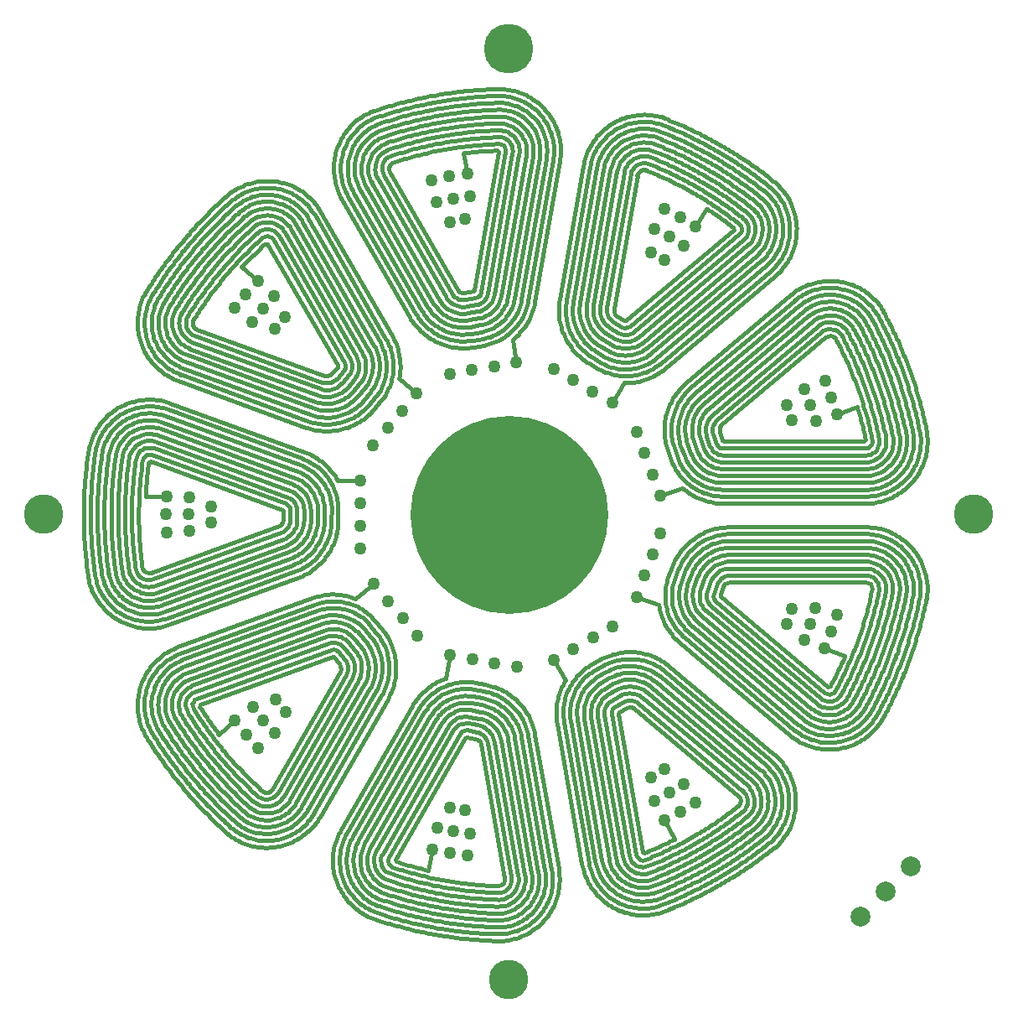
<source format=gbl>
G04*
G04 #@! TF.GenerationSoftware,Altium Limited,Altium Designer,21.9.2 (33)*
G04*
G04 Layer_Physical_Order=6*
G04 Layer_Color=16711680*
%FSLAX23Y23*%
%MOIN*%
G70*
G04*
G04 #@! TF.SameCoordinates,93BF6BEB-7BBE-4CB3-8882-CC5C7C9C0B20*
G04*
G04*
G04 #@! TF.FilePolarity,Positive*
G04*
G01*
G75*
%ADD15C,0.016*%
%ADD18C,0.157*%
%ADD19C,0.197*%
%ADD20C,0.787*%
%ADD21C,0.050*%
%ADD22C,0.079*%
D15*
X3577Y3541D02*
X3579Y3551D01*
X3580Y3561D01*
X3581Y3571D01*
X3582Y3580D01*
X3582Y3590D01*
X3581Y3600D01*
X3581Y3610D01*
X3580Y3620D01*
X3578Y3629D01*
X3577Y3639D01*
X3574Y3649D01*
X3572Y3658D01*
X3569Y3668D01*
X3566Y3677D01*
X3562Y3686D01*
X3558Y3695D01*
X3553Y3704D01*
X3549Y3712D01*
X2567Y3881D02*
X2563Y3872D01*
X2558Y3863D01*
X2554Y3853D01*
X2551Y3844D01*
X2548Y3834D01*
X2545Y3825D01*
X2542Y3815D01*
X2541Y3805D01*
X2539Y3795D01*
X2538Y3785D01*
X2537Y3775D01*
X2537Y3765D01*
X2537Y3754D01*
X2537Y3744D01*
X2538Y3734D01*
X2540Y3724D01*
X2541Y3714D01*
X2544Y3704D01*
X2546Y3695D01*
X2549Y3685D01*
X2552Y3675D01*
X2556Y3666D01*
X2560Y3657D01*
X2565Y3648D01*
X2570Y3639D01*
X2575Y3630D01*
X2581Y3622D01*
X2586Y3614D01*
X2593Y3606D01*
X2599Y3598D01*
X2606Y3591D01*
X2613Y3584D01*
X2621Y3577D01*
X2629Y3570D01*
X2637Y3564D01*
X2645Y3558D01*
X2653Y3553D01*
X2662Y3548D01*
X2671Y3543D01*
X2680Y3538D01*
X2689Y3534D01*
X2699Y3531D01*
X2595Y3872D02*
X2590Y3863D01*
X2586Y3854D01*
X2581Y3845D01*
X2578Y3836D01*
X2574Y3826D01*
X2572Y3817D01*
X2569Y3807D01*
X2567Y3797D01*
X2566Y3787D01*
X2565Y3777D01*
X2565Y3767D01*
X2564Y3757D01*
X2565Y3747D01*
X2566Y3737D01*
X2567Y3727D01*
X2569Y3717D01*
X2571Y3707D01*
X2574Y3697D01*
X2577Y3688D01*
X2581Y3678D01*
X2585Y3669D01*
X2589Y3660D01*
X2594Y3651D01*
X2599Y3643D01*
X2605Y3634D01*
X2611Y3626D01*
X2618Y3618D01*
X2624Y3611D01*
X2632Y3604D01*
X2639Y3597D01*
X2647Y3591D01*
X2655Y3585D01*
X2663Y3579D01*
X2672Y3573D01*
X2680Y3569D01*
X2690Y3564D01*
X2699Y3560D01*
X2708Y3556D01*
X2618Y3858D02*
X2613Y3849D01*
X2609Y3840D01*
X2605Y3831D01*
X2602Y3821D01*
X2599Y3811D01*
X2596Y3802D01*
X2594Y3792D01*
X2593Y3782D01*
X2592Y3771D01*
X2592Y3761D01*
X2592Y3751D01*
X2593Y3741D01*
X2594Y3731D01*
X2596Y3721D01*
X2599Y3711D01*
X2601Y3701D01*
X2605Y3692D01*
X2609Y3683D01*
X2613Y3673D01*
X2618Y3665D01*
X2624Y3656D01*
X2629Y3648D01*
X2636Y3640D01*
X2642Y3632D01*
X2649Y3625D01*
X2657Y3618D01*
X2665Y3611D01*
X2673Y3605D01*
X2681Y3600D01*
X2690Y3595D01*
X2699Y3590D01*
X2708Y3586D01*
X2717Y3582D01*
X2642Y3844D02*
X2637Y3835D01*
X2633Y3826D01*
X2629Y3817D01*
X2626Y3807D01*
X2623Y3798D01*
X2621Y3788D01*
X2620Y3778D01*
X2619Y3769D01*
X2619Y3759D01*
X2620Y3749D01*
X2621Y3739D01*
X2622Y3729D01*
X2624Y3720D01*
X2627Y3710D01*
X2631Y3701D01*
X2635Y3692D01*
X2639Y3683D01*
X2644Y3675D01*
X2649Y3666D01*
X2655Y3659D01*
X2662Y3651D01*
X2669Y3644D01*
X2676Y3637D01*
X2684Y3631D01*
X2692Y3625D01*
X2700Y3620D01*
X2709Y3616D01*
X2718Y3611D01*
X2727Y3608D01*
X2665Y3829D02*
X2660Y3820D01*
X2656Y3811D01*
X2653Y3802D01*
X2650Y3793D01*
X2648Y3783D01*
X2647Y3773D01*
X2647Y3763D01*
X2647Y3753D01*
X2648Y3743D01*
X2649Y3734D01*
X2652Y3724D01*
X2655Y3715D01*
X2658Y3705D01*
X2663Y3697D01*
X2668Y3688D01*
X2673Y3680D01*
X2680Y3672D01*
X2686Y3665D01*
X2694Y3658D01*
X2701Y3652D01*
X2710Y3646D01*
X2718Y3642D01*
X2727Y3637D01*
X2736Y3633D01*
X2688Y3815D02*
X2684Y3806D01*
X2680Y3797D01*
X2677Y3787D01*
X2675Y3777D01*
X2674Y3768D01*
X2674Y3758D01*
X2675Y3748D01*
X2676Y3738D01*
X2679Y3728D01*
X2682Y3719D01*
X2687Y3710D01*
X2692Y3701D01*
X2698Y3693D01*
X2704Y3686D01*
X2711Y3679D01*
X2719Y3673D01*
X2728Y3668D01*
X2736Y3663D01*
X2746Y3659D01*
X2712Y3800D02*
X2707Y3791D01*
X2704Y3782D01*
X2702Y3772D01*
X2701Y3762D01*
X2702Y3752D01*
X2703Y3742D01*
X2706Y3733D01*
X2710Y3723D01*
X2716Y3715D01*
X2722Y3707D01*
X2729Y3700D01*
X2737Y3694D01*
X2746Y3689D01*
X2755Y3685D01*
X2735Y3786D02*
X2731Y3777D01*
X2729Y3767D01*
X2729Y3756D01*
X2731Y3746D01*
X2734Y3737D01*
X2740Y3728D01*
X2747Y3721D01*
X2755Y3715D01*
X2764Y3711D01*
X2758Y3772D02*
X2756Y3761D01*
X2758Y3751D01*
X2764Y3742D01*
X2774Y3736D01*
X3271Y3526D02*
X3280Y3524D01*
X3290Y3523D01*
X3299Y3524D01*
X3308Y3526D01*
X3317Y3530D01*
X3325Y3535D01*
X3332Y3542D01*
X3281Y3552D02*
X3291Y3550D01*
X3302Y3553D01*
X3311Y3560D01*
X2889Y4264D02*
X2881Y4258D01*
X2874Y4251D01*
X2867Y4244D01*
X2859Y4237D01*
X2852Y4231D01*
X2845Y4224D01*
X2838Y4217D01*
X2831Y4210D01*
X2824Y4203D01*
X2817Y4196D01*
X2810Y4189D01*
X2803Y4182D01*
X2796Y4175D01*
X2789Y4168D01*
X2782Y4160D01*
X2775Y4153D01*
X2768Y4146D01*
X2762Y4138D01*
X2755Y4131D01*
X2748Y4124D01*
X2742Y4116D01*
X2735Y4109D01*
X2729Y4101D01*
X2722Y4094D01*
X2716Y4086D01*
X2710Y4078D01*
X2703Y4071D01*
X2697Y4063D01*
X2691Y4055D01*
X2685Y4048D01*
X2678Y4040D01*
X2672Y4032D01*
X2666Y4024D01*
X2660Y4016D01*
X2654Y4008D01*
X2648Y4000D01*
X2643Y3992D01*
X2637Y3984D01*
X2631Y3976D01*
X2625Y3968D01*
X2620Y3960D01*
X2614Y3951D01*
X2608Y3943D01*
X2603Y3935D01*
X2597Y3927D01*
X2592Y3918D01*
X2587Y3910D01*
X2581Y3902D01*
X2576Y3893D01*
X2571Y3885D01*
X2566Y3876D01*
X3206Y3346D02*
X3215Y3343D01*
X3225Y3340D01*
X3235Y3338D01*
X3245Y3336D01*
X3254Y3334D01*
X3264Y3333D01*
X3275Y3332D01*
X3285Y3331D01*
X3295Y3331D01*
X3305Y3332D01*
X3315Y3333D01*
X3325Y3334D01*
X3335Y3335D01*
X3345Y3337D01*
X3354Y3340D01*
X3364Y3343D01*
X3374Y3346D01*
X3383Y3350D01*
X3392Y3354D01*
X3401Y3358D01*
X3410Y3363D01*
X3419Y3368D01*
X3427Y3373D01*
X3436Y3379D01*
X3215Y3372D02*
X3224Y3369D01*
X3234Y3366D01*
X3243Y3364D01*
X3253Y3362D01*
X3263Y3360D01*
X3273Y3359D01*
X3282Y3359D01*
X3292Y3359D01*
X3302Y3359D01*
X3312Y3360D01*
X3322Y3361D01*
X3331Y3363D01*
X3341Y3365D01*
X3350Y3367D01*
X3360Y3370D01*
X3369Y3373D01*
X3378Y3377D01*
X3387Y3381D01*
X3396Y3386D01*
X3404Y3391D01*
X3412Y3396D01*
X3420Y3402D01*
X3428Y3408D01*
X3436Y3414D01*
X3443Y3421D01*
X3450Y3428D01*
X3456Y3435D01*
X3224Y3398D02*
X3234Y3394D01*
X3244Y3392D01*
X3254Y3389D01*
X3264Y3388D01*
X3274Y3387D01*
X3284Y3386D01*
X3294Y3386D01*
X3304Y3386D01*
X3314Y3387D01*
X3324Y3389D01*
X3334Y3391D01*
X3344Y3394D01*
X3353Y3397D01*
X3363Y3400D01*
X3372Y3404D01*
X3381Y3409D01*
X3390Y3414D01*
X3398Y3419D01*
X3406Y3425D01*
X3414Y3432D01*
X3422Y3438D01*
X3429Y3446D01*
X3436Y3453D01*
X3234Y3423D02*
X3243Y3420D01*
X3253Y3418D01*
X3263Y3416D01*
X3272Y3414D01*
X3282Y3414D01*
X3292Y3413D01*
X3302Y3414D01*
X3312Y3415D01*
X3322Y3417D01*
X3332Y3419D01*
X3341Y3422D01*
X3351Y3425D01*
X3360Y3429D01*
X3369Y3433D01*
X3377Y3438D01*
X3385Y3444D01*
X3393Y3450D01*
X3401Y3457D01*
X3408Y3463D01*
X3415Y3471D01*
X3243Y3449D02*
X3252Y3446D01*
X3262Y3444D01*
X3272Y3442D01*
X3281Y3441D01*
X3291Y3441D01*
X3301Y3441D01*
X3310Y3442D01*
X3320Y3444D01*
X3329Y3447D01*
X3339Y3450D01*
X3348Y3453D01*
X3356Y3458D01*
X3365Y3463D01*
X3373Y3469D01*
X3380Y3475D01*
X3387Y3481D01*
X3394Y3489D01*
X3253Y3475D02*
X3262Y3472D01*
X3272Y3469D01*
X3282Y3468D01*
X3293Y3468D01*
X3303Y3469D01*
X3313Y3470D01*
X3323Y3473D01*
X3332Y3477D01*
X3341Y3481D01*
X3350Y3486D01*
X3358Y3492D01*
X3366Y3499D01*
X3373Y3506D01*
X3262Y3500D02*
X3271Y3498D01*
X3281Y3496D01*
X3291Y3495D01*
X3301Y3496D01*
X3311Y3498D01*
X3320Y3501D01*
X3329Y3505D01*
X3338Y3511D01*
X3345Y3517D01*
X3352Y3524D01*
X3439Y3382D02*
X3448Y3388D01*
X3455Y3395D01*
X3463Y3402D01*
X3470Y3410D01*
X3477Y3418D01*
X3034Y4101D02*
X3027Y4094D01*
X3019Y4087D01*
X3012Y4081D01*
X3004Y4074D01*
X2997Y4067D01*
X2990Y4060D01*
X2983Y4053D01*
X2976Y4046D01*
X2969Y4039D01*
X2961Y4032D01*
X2954Y4025D01*
X2948Y4017D01*
X2941Y4010D01*
X2934Y4003D01*
X2927Y3995D01*
X2920Y3988D01*
X2914Y3980D01*
X2907Y3973D01*
X2900Y3965D01*
X2894Y3958D01*
X2887Y3950D01*
X2881Y3943D01*
X2874Y3935D01*
X2868Y3927D01*
X2862Y3919D01*
X2856Y3911D01*
X2849Y3904D01*
X2843Y3896D01*
X2837Y3888D01*
X2831Y3880D01*
X2825Y3872D01*
X2819Y3863D01*
X2813Y3855D01*
X2808Y3847D01*
X2802Y3839D01*
X2796Y3831D01*
X2791Y3822D01*
X2785Y3814D01*
X2780Y3806D01*
X2774Y3797D01*
X2769Y3789D01*
X2763Y3780D01*
X2758Y3772D01*
X3016Y4121D02*
X3008Y4115D01*
X3001Y4108D01*
X2994Y4101D01*
X2986Y4094D01*
X2979Y4087D01*
X2972Y4081D01*
X2965Y4074D01*
X2958Y4067D01*
X2951Y4060D01*
X2944Y4053D01*
X2937Y4045D01*
X2930Y4038D01*
X2923Y4031D01*
X2916Y4024D01*
X2909Y4016D01*
X2902Y4009D01*
X2896Y4002D01*
X2889Y3994D01*
X2883Y3987D01*
X2876Y3979D01*
X2869Y3972D01*
X2863Y3964D01*
X2857Y3956D01*
X2850Y3949D01*
X2844Y3941D01*
X2838Y3933D01*
X2832Y3925D01*
X2826Y3917D01*
X2819Y3909D01*
X2813Y3902D01*
X2807Y3894D01*
X2802Y3885D01*
X2796Y3877D01*
X2790Y3869D01*
X2784Y3861D01*
X2778Y3853D01*
X2773Y3845D01*
X2767Y3837D01*
X2762Y3828D01*
X2756Y3820D01*
X2751Y3812D01*
X2745Y3803D01*
X2740Y3795D01*
X2735Y3786D01*
X2998Y4142D02*
X2990Y4135D01*
X2983Y4128D01*
X2976Y4122D01*
X2968Y4115D01*
X2961Y4108D01*
X2954Y4101D01*
X2947Y4094D01*
X2940Y4087D01*
X2933Y4080D01*
X2926Y4073D01*
X2919Y4066D01*
X2912Y4059D01*
X2905Y4052D01*
X2898Y4045D01*
X2891Y4037D01*
X2885Y4030D01*
X2878Y4023D01*
X2871Y4015D01*
X2865Y4008D01*
X2858Y4000D01*
X2852Y3993D01*
X2845Y3985D01*
X2839Y3978D01*
X2833Y3970D01*
X2826Y3962D01*
X2820Y3955D01*
X2814Y3947D01*
X2808Y3939D01*
X2802Y3931D01*
X2796Y3923D01*
X2790Y3915D01*
X2784Y3907D01*
X2778Y3899D01*
X2772Y3891D01*
X2766Y3883D01*
X2761Y3875D01*
X2755Y3867D01*
X2749Y3859D01*
X2744Y3851D01*
X2738Y3842D01*
X2733Y3834D01*
X2727Y3826D01*
X2722Y3817D01*
X2717Y3809D01*
X2711Y3801D01*
X2980Y4162D02*
X2972Y4155D01*
X2965Y4149D01*
X2957Y4142D01*
X2950Y4135D01*
X2942Y4128D01*
X2935Y4121D01*
X2928Y4114D01*
X2921Y4107D01*
X2913Y4100D01*
X2906Y4093D01*
X2899Y4085D01*
X2892Y4078D01*
X2885Y4071D01*
X2878Y4063D01*
X2871Y4056D01*
X2864Y4049D01*
X2858Y4041D01*
X2851Y4034D01*
X2844Y4026D01*
X2838Y4018D01*
X2831Y4011D01*
X2824Y4003D01*
X2818Y3995D01*
X2811Y3987D01*
X2805Y3980D01*
X2799Y3972D01*
X2792Y3964D01*
X2786Y3956D01*
X2780Y3948D01*
X2774Y3940D01*
X2768Y3932D01*
X2762Y3924D01*
X2756Y3916D01*
X2750Y3907D01*
X2744Y3899D01*
X2738Y3891D01*
X2732Y3883D01*
X2727Y3874D01*
X2721Y3866D01*
X2715Y3857D01*
X2710Y3849D01*
X2704Y3841D01*
X2699Y3832D01*
X2693Y3823D01*
X2688Y3815D01*
X2961Y4183D02*
X2954Y4176D01*
X2946Y4169D01*
X2939Y4162D01*
X2932Y4155D01*
X2924Y4149D01*
X2917Y4142D01*
X2910Y4135D01*
X2903Y4128D01*
X2895Y4120D01*
X2888Y4113D01*
X2881Y4106D01*
X2874Y4099D01*
X2867Y4092D01*
X2860Y4084D01*
X2853Y4077D01*
X2847Y4070D01*
X2840Y4062D01*
X2833Y4055D01*
X2826Y4047D01*
X2820Y4040D01*
X2813Y4032D01*
X2807Y4024D01*
X2800Y4017D01*
X2794Y4009D01*
X2787Y4001D01*
X2781Y3993D01*
X2775Y3986D01*
X2768Y3978D01*
X2762Y3970D01*
X2756Y3962D01*
X2750Y3954D01*
X2744Y3946D01*
X2738Y3938D01*
X2732Y3930D01*
X2726Y3921D01*
X2720Y3913D01*
X2715Y3905D01*
X2709Y3897D01*
X2703Y3888D01*
X2698Y3880D01*
X2692Y3872D01*
X2686Y3863D01*
X2681Y3855D01*
X2676Y3846D01*
X2670Y3838D01*
X2665Y3829D01*
X2943Y4203D02*
X2936Y4196D01*
X2928Y4190D01*
X2921Y4183D01*
X2914Y4176D01*
X2906Y4169D01*
X2899Y4162D01*
X2892Y4155D01*
X2885Y4148D01*
X2878Y4141D01*
X2870Y4134D01*
X2863Y4127D01*
X2856Y4120D01*
X2849Y4113D01*
X2843Y4105D01*
X2836Y4098D01*
X2829Y4091D01*
X2822Y4083D01*
X2815Y4076D01*
X2809Y4068D01*
X2802Y4061D01*
X2795Y4053D01*
X2789Y4046D01*
X2782Y4038D01*
X2776Y4030D01*
X2770Y4023D01*
X2763Y4015D01*
X2757Y4007D01*
X2751Y3999D01*
X2745Y3992D01*
X2738Y3984D01*
X2732Y3976D01*
X2726Y3968D01*
X2720Y3960D01*
X2714Y3952D01*
X2708Y3943D01*
X2703Y3935D01*
X2697Y3927D01*
X2691Y3919D01*
X2685Y3911D01*
X2680Y3902D01*
X2674Y3894D01*
X2669Y3886D01*
X2663Y3877D01*
X2658Y3869D01*
X2652Y3861D01*
X2647Y3852D01*
X2642Y3844D01*
X2925Y4223D02*
X2918Y4217D01*
X2910Y4210D01*
X2903Y4203D01*
X2896Y4197D01*
X2888Y4190D01*
X2881Y4183D01*
X2874Y4176D01*
X2867Y4169D01*
X2860Y4162D01*
X2853Y4155D01*
X2846Y4148D01*
X2839Y4141D01*
X2832Y4134D01*
X2825Y4126D01*
X2818Y4119D01*
X2811Y4112D01*
X2804Y4104D01*
X2798Y4097D01*
X2791Y4090D01*
X2784Y4082D01*
X2778Y4075D01*
X2771Y4067D01*
X2765Y4060D01*
X2758Y4052D01*
X2752Y4044D01*
X2746Y4037D01*
X2739Y4029D01*
X2733Y4021D01*
X2727Y4013D01*
X2721Y4005D01*
X2715Y3997D01*
X2708Y3990D01*
X2702Y3982D01*
X2697Y3974D01*
X2691Y3966D01*
X2685Y3957D01*
X2679Y3949D01*
X2673Y3941D01*
X2667Y3933D01*
X2662Y3925D01*
X2656Y3917D01*
X2651Y3908D01*
X2645Y3900D01*
X2640Y3892D01*
X2634Y3883D01*
X2629Y3875D01*
X2624Y3866D01*
X2618Y3858D01*
X2907Y4244D02*
X2899Y4237D01*
X2892Y4231D01*
X2885Y4224D01*
X2877Y4217D01*
X2870Y4210D01*
X2863Y4203D01*
X2856Y4197D01*
X2849Y4190D01*
X2842Y4183D01*
X2835Y4176D01*
X2828Y4169D01*
X2821Y4162D01*
X2814Y4154D01*
X2807Y4147D01*
X2800Y4140D01*
X2793Y4133D01*
X2787Y4125D01*
X2780Y4118D01*
X2773Y4111D01*
X2767Y4103D01*
X2760Y4096D01*
X2753Y4088D01*
X2747Y4081D01*
X2741Y4073D01*
X2734Y4066D01*
X2728Y4058D01*
X2722Y4050D01*
X2715Y4043D01*
X2709Y4035D01*
X2703Y4027D01*
X2697Y4019D01*
X2691Y4011D01*
X2685Y4003D01*
X2679Y3995D01*
X2673Y3988D01*
X2667Y3980D01*
X2661Y3971D01*
X2655Y3963D01*
X2650Y3955D01*
X2644Y3947D01*
X2638Y3939D01*
X2633Y3931D01*
X2627Y3922D01*
X2622Y3914D01*
X2616Y3906D01*
X2611Y3897D01*
X2606Y3889D01*
X2600Y3881D01*
X2595Y3872D01*
X3045Y4076D02*
X3038Y4070D01*
X3031Y4063D01*
X3023Y4056D01*
X3016Y4049D01*
X3009Y4042D01*
X3002Y4035D01*
X2995Y4029D01*
X2988Y4021D01*
X2981Y4014D01*
X2974Y4007D01*
X2967Y4000D01*
X2960Y3993D01*
X2953Y3986D01*
X3055Y4076D02*
X3045Y4076D01*
X3076Y4094D02*
X3070Y4101D01*
X3061Y4106D01*
X3052Y4108D01*
X3042Y4106D01*
X3034Y4101D01*
X3100Y4108D02*
X3094Y4116D01*
X3087Y4122D01*
X3079Y4128D01*
X3070Y4132D01*
X3061Y4134D01*
X3051Y4135D01*
X3042Y4134D01*
X3032Y4131D01*
X3024Y4127D01*
X3016Y4121D01*
X3123Y4121D02*
X3118Y4129D01*
X3112Y4137D01*
X3105Y4143D01*
X3097Y4149D01*
X3088Y4154D01*
X3079Y4158D01*
X3070Y4160D01*
X3061Y4162D01*
X3051Y4162D01*
X3041Y4162D01*
X3032Y4160D01*
X3022Y4157D01*
X3014Y4153D01*
X3005Y4148D01*
X2998Y4142D01*
X3147Y4135D02*
X3142Y4144D01*
X3135Y4152D01*
X3128Y4159D01*
X3121Y4166D01*
X3112Y4172D01*
X3104Y4177D01*
X3094Y4181D01*
X3085Y4185D01*
X3075Y4187D01*
X3065Y4189D01*
X3054Y4190D01*
X3044Y4189D01*
X3034Y4188D01*
X3024Y4186D01*
X3014Y4183D01*
X3005Y4179D01*
X2996Y4174D01*
X2987Y4169D01*
X2980Y4162D01*
X3171Y4149D02*
X3165Y4157D01*
X3159Y4165D01*
X3153Y4173D01*
X3146Y4180D01*
X3138Y4187D01*
X3130Y4193D01*
X3121Y4198D01*
X3113Y4203D01*
X3103Y4207D01*
X3094Y4211D01*
X3084Y4213D01*
X3074Y4215D01*
X3064Y4217D01*
X3054Y4217D01*
X3044Y4217D01*
X3034Y4216D01*
X3024Y4214D01*
X3014Y4212D01*
X3004Y4208D01*
X2995Y4205D01*
X2986Y4200D01*
X2977Y4195D01*
X2969Y4189D01*
X2961Y4183D01*
X3194Y4162D02*
X3189Y4171D01*
X3183Y4179D01*
X3177Y4187D01*
X3170Y4194D01*
X3163Y4201D01*
X3156Y4208D01*
X3148Y4214D01*
X3139Y4220D01*
X3131Y4225D01*
X3122Y4229D01*
X3112Y4233D01*
X3103Y4236D01*
X3093Y4239D01*
X3083Y4241D01*
X3074Y4243D01*
X3064Y4244D01*
X3054Y4244D01*
X3043Y4244D01*
X3033Y4243D01*
X3024Y4242D01*
X3014Y4240D01*
X3004Y4237D01*
X2995Y4234D01*
X2985Y4230D01*
X2976Y4226D01*
X2967Y4221D01*
X2959Y4215D01*
X2951Y4209D01*
X2943Y4203D01*
X3218Y4176D02*
X3213Y4184D01*
X3207Y4193D01*
X3201Y4201D01*
X3195Y4208D01*
X3188Y4216D01*
X3181Y4222D01*
X3173Y4229D01*
X3165Y4235D01*
X3157Y4241D01*
X3148Y4246D01*
X3140Y4251D01*
X3131Y4255D01*
X3121Y4259D01*
X3112Y4262D01*
X3102Y4265D01*
X3093Y4267D01*
X3083Y4269D01*
X3073Y4271D01*
X3063Y4271D01*
X3053Y4272D01*
X3043Y4272D01*
X3033Y4271D01*
X3023Y4270D01*
X3013Y4268D01*
X3004Y4265D01*
X2994Y4263D01*
X2985Y4259D01*
X2975Y4256D01*
X2966Y4251D01*
X2957Y4247D01*
X2949Y4242D01*
X2941Y4236D01*
X2933Y4230D01*
X2925Y4223D01*
X3242Y4190D02*
X3237Y4198D01*
X3231Y4206D01*
X3225Y4214D01*
X3219Y4222D01*
X3212Y4230D01*
X3205Y4237D01*
X3198Y4243D01*
X3191Y4250D01*
X3183Y4256D01*
X3175Y4262D01*
X3166Y4267D01*
X3158Y4272D01*
X3149Y4277D01*
X3140Y4281D01*
X3130Y4285D01*
X3121Y4288D01*
X3112Y4291D01*
X3102Y4293D01*
X3092Y4295D01*
X3082Y4297D01*
X3072Y4298D01*
X3063Y4299D01*
X3053Y4299D01*
X3043Y4299D01*
X3033Y4298D01*
X3023Y4297D01*
X3013Y4296D01*
X3003Y4294D01*
X2994Y4291D01*
X2984Y4288D01*
X2975Y4285D01*
X2965Y4281D01*
X2956Y4277D01*
X2948Y4272D01*
X2939Y4267D01*
X2930Y4262D01*
X2922Y4256D01*
X2914Y4250D01*
X2907Y4244D01*
X3265Y4203D02*
X3260Y4212D01*
X3255Y4220D01*
X3249Y4228D01*
X3243Y4236D01*
X3236Y4243D01*
X3230Y4251D01*
X3223Y4258D01*
X3215Y4264D01*
X3208Y4271D01*
X3200Y4277D01*
X3192Y4283D01*
X3184Y4288D01*
X3175Y4293D01*
X3166Y4298D01*
X3158Y4303D01*
X3149Y4307D01*
X3139Y4310D01*
X3130Y4314D01*
X3121Y4317D01*
X3111Y4319D01*
X3101Y4321D01*
X3092Y4323D01*
X3082Y4324D01*
X3072Y4325D01*
X3062Y4326D01*
X3052Y4326D01*
X3042Y4326D01*
X3032Y4325D01*
X3022Y4324D01*
X3013Y4323D01*
X3003Y4321D01*
X2993Y4319D01*
X2984Y4316D01*
X2974Y4313D01*
X2965Y4310D01*
X2956Y4306D01*
X2947Y4302D01*
X2938Y4298D01*
X2929Y4293D01*
X2921Y4288D01*
X2912Y4283D01*
X2904Y4277D01*
X2896Y4271D01*
X2889Y4264D01*
X3333Y3586D02*
X3334Y3593D01*
X3357Y3572D02*
X3362Y3582D01*
X3363Y3593D01*
X3359Y3603D01*
X3378Y3555D02*
X3383Y3562D01*
X3387Y3571D01*
X3390Y3580D01*
X3390Y3589D01*
X3390Y3599D01*
X3387Y3608D01*
X3383Y3617D01*
X3399Y3537D02*
X3405Y3545D01*
X3410Y3554D01*
X3413Y3563D01*
X3416Y3573D01*
X3417Y3582D01*
X3418Y3592D01*
X3417Y3602D01*
X3414Y3612D01*
X3411Y3621D01*
X3407Y3630D01*
X3420Y3520D02*
X3426Y3528D01*
X3432Y3537D01*
X3436Y3546D01*
X3440Y3555D01*
X3442Y3565D01*
X3444Y3575D01*
X3445Y3585D01*
X3445Y3596D01*
X3444Y3606D01*
X3442Y3616D01*
X3439Y3625D01*
X3435Y3635D01*
X3430Y3644D01*
X3441Y3502D02*
X3447Y3510D01*
X3452Y3518D01*
X3457Y3527D01*
X3461Y3536D01*
X3465Y3545D01*
X3468Y3554D01*
X3470Y3563D01*
X3471Y3573D01*
X3472Y3583D01*
X3472Y3593D01*
X3472Y3602D01*
X3470Y3612D01*
X3469Y3622D01*
X3466Y3631D01*
X3463Y3640D01*
X3459Y3649D01*
X3454Y3658D01*
X3462Y3485D02*
X3468Y3493D01*
X3474Y3501D01*
X3479Y3510D01*
X3484Y3518D01*
X3488Y3528D01*
X3491Y3537D01*
X3494Y3546D01*
X3496Y3556D01*
X3498Y3566D01*
X3499Y3576D01*
X3500Y3586D01*
X3500Y3596D01*
X3499Y3606D01*
X3498Y3615D01*
X3496Y3625D01*
X3493Y3635D01*
X3490Y3644D01*
X3487Y3653D01*
X3482Y3663D01*
X3478Y3671D01*
X3485Y3467D02*
X3491Y3475D01*
X3497Y3483D01*
X3502Y3492D01*
X3507Y3501D01*
X3511Y3510D01*
X3515Y3519D01*
X3518Y3529D01*
X3521Y3538D01*
X3524Y3548D01*
X3525Y3558D01*
X3527Y3568D01*
X3528Y3578D01*
X3528Y3588D01*
X3528Y3598D01*
X3527Y3608D01*
X3525Y3618D01*
X3524Y3628D01*
X3521Y3637D01*
X3519Y3647D01*
X3515Y3656D01*
X3511Y3666D01*
X3507Y3675D01*
X3502Y3684D01*
X3504Y3450D02*
X3511Y3458D01*
X3516Y3466D01*
X3522Y3474D01*
X3527Y3483D01*
X3531Y3491D01*
X3535Y3500D01*
X3539Y3509D01*
X3543Y3518D01*
X3546Y3528D01*
X3548Y3537D01*
X3550Y3547D01*
X3552Y3557D01*
X3553Y3566D01*
X3554Y3576D01*
X3554Y3586D01*
X3554Y3596D01*
X3554Y3606D01*
X3553Y3615D01*
X3551Y3625D01*
X3550Y3635D01*
X3547Y3644D01*
X3545Y3654D01*
X3542Y3663D01*
X3538Y3672D01*
X3534Y3681D01*
X3530Y3690D01*
X3525Y3699D01*
X3916Y3672D02*
X3925Y3674D01*
X3935Y3677D01*
X3944Y3680D01*
X3953Y3683D01*
X3963Y3687D01*
X3972Y3691D01*
X3980Y3695D01*
X3989Y3700D01*
X3997Y3705D01*
X4005Y3711D01*
X4013Y3717D01*
X4020Y3723D01*
X4028Y3730D01*
X4035Y3737D01*
X4041Y3744D01*
X4047Y3752D01*
X4053Y3760D01*
X4059Y3768D01*
X4064Y3776D01*
X4069Y3785D01*
X4073Y3793D01*
X4077Y3802D01*
X4081Y3811D01*
X4084Y3821D01*
X4087Y3830D01*
X4089Y3840D01*
X4091Y3849D01*
X3912Y3698D02*
X3921Y3700D01*
X3931Y3703D01*
X3941Y3706D01*
X3950Y3710D01*
X3959Y3714D01*
X3968Y3718D01*
X3977Y3723D01*
X3985Y3729D01*
X3993Y3735D01*
X4001Y3741D01*
X4008Y3748D01*
X4015Y3755D01*
X4022Y3763D01*
X4028Y3771D01*
X4034Y3779D01*
X4039Y3787D01*
X4044Y3796D01*
X4049Y3805D01*
X4053Y3814D01*
X4056Y3823D01*
X4059Y3833D01*
X4062Y3843D01*
X4064Y3853D01*
X3906Y3726D02*
X3915Y3728D01*
X3925Y3731D01*
X3934Y3734D01*
X3944Y3738D01*
X3953Y3742D01*
X3961Y3747D01*
X3969Y3753D01*
X3977Y3759D01*
X3985Y3765D01*
X3992Y3772D01*
X3999Y3779D01*
X4005Y3787D01*
X4011Y3795D01*
X4017Y3803D01*
X4021Y3812D01*
X4026Y3821D01*
X4030Y3830D01*
X4033Y3840D01*
X4035Y3849D01*
X4037Y3859D01*
X3901Y3753D02*
X3910Y3755D01*
X3920Y3758D01*
X3929Y3761D01*
X3938Y3765D01*
X3946Y3770D01*
X3954Y3775D01*
X3962Y3781D01*
X3969Y3788D01*
X3976Y3795D01*
X3983Y3802D01*
X3988Y3810D01*
X3994Y3818D01*
X3998Y3827D01*
X4002Y3836D01*
X4006Y3845D01*
X4008Y3854D01*
X4010Y3864D01*
X3896Y3780D02*
X3906Y3782D01*
X3915Y3785D01*
X3925Y3790D01*
X3934Y3795D01*
X3942Y3800D01*
X3950Y3807D01*
X3957Y3814D01*
X3963Y3822D01*
X3969Y3830D01*
X3974Y3839D01*
X3978Y3849D01*
X3981Y3858D01*
X3983Y3868D01*
X3891Y3807D02*
X3900Y3809D01*
X3910Y3813D01*
X3918Y3817D01*
X3927Y3823D01*
X3934Y3830D01*
X3941Y3837D01*
X3946Y3845D01*
X3951Y3854D01*
X3954Y3863D01*
X3957Y3873D01*
X3886Y3834D02*
X3895Y3836D01*
X3903Y3840D01*
X3911Y3846D01*
X3918Y3852D01*
X3923Y3860D01*
X3927Y3869D01*
X3930Y3878D01*
X3881Y3860D02*
X3891Y3865D01*
X3899Y3872D01*
X3903Y3883D01*
X3872Y3887D02*
X3876Y3891D01*
X4217Y4403D02*
X4218Y4413D01*
X4219Y4423D01*
X4220Y4432D01*
X4220Y4442D01*
X4220Y4452D01*
X4220Y4462D01*
X4219Y4472D01*
X4218Y4482D01*
X4216Y4492D01*
X4214Y4501D01*
X4211Y4511D01*
X4209Y4521D01*
X4205Y4530D01*
X4202Y4539D01*
X4198Y4548D01*
X4194Y4557D01*
X4189Y4566D01*
X4184Y4574D01*
X4178Y4583D01*
X4173Y4591D01*
X4167Y4599D01*
X4160Y4606D01*
X4154Y4614D01*
X4147Y4621D01*
X4140Y4628D01*
X4132Y4634D01*
X4124Y4640D01*
X4117Y4646D01*
X4108Y4652D01*
X4100Y4657D01*
X4091Y4662D01*
X4082Y4667D01*
X4073Y4671D01*
X4064Y4675D01*
X4055Y4678D01*
X4046Y4681D01*
X4036Y4684D01*
X4026Y4686D01*
X4017Y4688D01*
X4007Y4689D01*
X3997Y4691D01*
X3987Y4691D01*
X3977Y4692D01*
X3967Y4692D01*
X4190Y4408D02*
X4191Y4417D01*
X4192Y4427D01*
X4193Y4437D01*
X4193Y4447D01*
X4193Y4457D01*
X4192Y4467D01*
X4191Y4477D01*
X4189Y4487D01*
X4187Y4497D01*
X4185Y4506D01*
X4182Y4516D01*
X4178Y4525D01*
X4174Y4534D01*
X4170Y4543D01*
X4166Y4552D01*
X4161Y4561D01*
X4155Y4569D01*
X4149Y4577D01*
X4143Y4585D01*
X4137Y4592D01*
X4130Y4600D01*
X4123Y4607D01*
X4115Y4613D01*
X4107Y4619D01*
X4099Y4625D01*
X4091Y4631D01*
X4083Y4636D01*
X4074Y4641D01*
X4065Y4645D01*
X4056Y4649D01*
X4046Y4652D01*
X4037Y4655D01*
X4027Y4658D01*
X4018Y4660D01*
X4008Y4662D01*
X3998Y4663D01*
X3988Y4664D01*
X3978Y4664D01*
X3968Y4664D01*
X4163Y4412D02*
X4164Y4422D01*
X4165Y4432D01*
X4166Y4442D01*
X4166Y4452D01*
X4165Y4462D01*
X4164Y4472D01*
X4162Y4482D01*
X4160Y4492D01*
X4158Y4501D01*
X4154Y4511D01*
X4151Y4520D01*
X4147Y4529D01*
X4142Y4538D01*
X4137Y4547D01*
X4132Y4555D01*
X4126Y4563D01*
X4119Y4571D01*
X4113Y4578D01*
X4105Y4585D01*
X4098Y4592D01*
X4090Y4598D01*
X4082Y4604D01*
X4074Y4609D01*
X4065Y4614D01*
X4056Y4619D01*
X4047Y4623D01*
X4038Y4626D01*
X4028Y4629D01*
X4018Y4632D01*
X4009Y4634D01*
X3999Y4636D01*
X3989Y4637D01*
X3979Y4637D01*
X3969Y4637D01*
X4136Y4417D02*
X4137Y4427D01*
X4138Y4437D01*
X4138Y4447D01*
X4138Y4457D01*
X4137Y4467D01*
X4135Y4477D01*
X4133Y4487D01*
X4130Y4496D01*
X4127Y4506D01*
X4123Y4515D01*
X4119Y4524D01*
X4113Y4533D01*
X4108Y4541D01*
X4102Y4549D01*
X4095Y4557D01*
X4088Y4564D01*
X4081Y4571D01*
X4073Y4577D01*
X4065Y4583D01*
X4056Y4588D01*
X4047Y4593D01*
X4038Y4597D01*
X4029Y4600D01*
X4019Y4604D01*
X4010Y4606D01*
X4000Y4608D01*
X3990Y4609D01*
X3980Y4610D01*
X3970Y4610D01*
X4109Y4422D02*
X4110Y4432D01*
X4111Y4442D01*
X4111Y4452D01*
X4110Y4462D01*
X4109Y4472D01*
X4106Y4482D01*
X4103Y4492D01*
X4099Y4501D01*
X4095Y4510D01*
X4090Y4519D01*
X4084Y4527D01*
X4078Y4535D01*
X4071Y4542D01*
X4064Y4549D01*
X4056Y4556D01*
X4047Y4561D01*
X4039Y4566D01*
X4029Y4571D01*
X4020Y4575D01*
X4010Y4578D01*
X4001Y4580D01*
X3991Y4581D01*
X3981Y4582D01*
X3970Y4582D01*
X4082Y4427D02*
X4083Y4437D01*
X4084Y4447D01*
X4083Y4457D01*
X4082Y4467D01*
X4079Y4477D01*
X4076Y4487D01*
X4071Y4496D01*
X4066Y4505D01*
X4060Y4513D01*
X4054Y4521D01*
X4046Y4528D01*
X4038Y4534D01*
X4030Y4540D01*
X4021Y4545D01*
X4011Y4549D01*
X4002Y4552D01*
X3992Y4554D01*
X3981Y4555D01*
X3971Y4555D01*
X4055Y4431D02*
X4056Y4441D01*
X4056Y4451D01*
X4055Y4460D01*
X4053Y4470D01*
X4049Y4479D01*
X4045Y4488D01*
X4039Y4496D01*
X4033Y4503D01*
X4026Y4509D01*
X4018Y4515D01*
X4010Y4520D01*
X4001Y4523D01*
X3991Y4526D01*
X3982Y4527D01*
X3972Y4528D01*
X4028Y4436D02*
X4029Y4446D01*
X4028Y4455D01*
X4026Y4465D01*
X4021Y4474D01*
X4016Y4481D01*
X4009Y4488D01*
X4001Y4494D01*
X3992Y4498D01*
X3982Y4500D01*
X3973Y4500D01*
X4001Y4441D02*
X4001Y4451D01*
X3998Y4460D01*
X3992Y4467D01*
X3983Y4472D01*
X3974Y4473D01*
X3973Y4441D02*
X3966Y4447D01*
X3966D02*
X3956Y4447D01*
X3946Y4446D01*
X3937Y4446D01*
X3927Y4445D01*
X3917Y4445D01*
X3907Y4444D01*
X3897Y4443D01*
X3887Y4442D01*
X3877Y4441D01*
X3867Y4440D01*
X3857Y4439D01*
X3847Y4438D01*
X3838Y4437D01*
X3968Y4664D02*
X3958Y4664D01*
X3948Y4664D01*
X3938Y4663D01*
X3928Y4663D01*
X3918Y4662D01*
X3909Y4662D01*
X3899Y4661D01*
X3889Y4660D01*
X3879Y4660D01*
X3869Y4659D01*
X3859Y4658D01*
X3849Y4657D01*
X3839Y4656D01*
X3829Y4655D01*
X3819Y4654D01*
X3810Y4652D01*
X3800Y4651D01*
X3790Y4650D01*
X3780Y4648D01*
X3770Y4647D01*
X3760Y4646D01*
X3751Y4644D01*
X3741Y4642D01*
X3731Y4641D01*
X3721Y4639D01*
X3711Y4637D01*
X3702Y4635D01*
X3692Y4633D01*
X3682Y4631D01*
X3672Y4629D01*
X3663Y4627D01*
X3653Y4625D01*
X3643Y4623D01*
X3634Y4621D01*
X3624Y4619D01*
X3614Y4616D01*
X3605Y4614D01*
X3595Y4611D01*
X3585Y4609D01*
X3576Y4606D01*
X3566Y4603D01*
X3557Y4601D01*
X3547Y4598D01*
X3538Y4595D01*
X3528Y4592D01*
X3519Y4589D01*
X3509Y4586D01*
X3500Y4583D01*
X3490Y4580D01*
X3969Y4637D02*
X3959Y4637D01*
X3949Y4636D01*
X3939Y4636D01*
X3929Y4635D01*
X3919Y4635D01*
X3909Y4634D01*
X3899Y4634D01*
X3889Y4633D01*
X3879Y4632D01*
X3869Y4631D01*
X3859Y4630D01*
X3849Y4629D01*
X3839Y4628D01*
X3830Y4627D01*
X3820Y4626D01*
X3810Y4625D01*
X3800Y4624D01*
X3790Y4622D01*
X3780Y4621D01*
X3770Y4619D01*
X3760Y4618D01*
X3751Y4616D01*
X3741Y4615D01*
X3731Y4613D01*
X3721Y4611D01*
X3711Y4609D01*
X3701Y4607D01*
X3692Y4605D01*
X3682Y4603D01*
X3672Y4601D01*
X3662Y4599D01*
X3653Y4597D01*
X3643Y4595D01*
X3633Y4593D01*
X3623Y4590D01*
X3614Y4588D01*
X3604Y4585D01*
X3595Y4583D01*
X3585Y4580D01*
X3575Y4578D01*
X3566Y4575D01*
X3556Y4572D01*
X3546Y4569D01*
X3537Y4566D01*
X3527Y4563D01*
X3518Y4560D01*
X3508Y4557D01*
X3499Y4554D01*
X3970Y4610D02*
X3960Y4609D01*
X3950Y4609D01*
X3940Y4609D01*
X3930Y4608D01*
X3920Y4608D01*
X3910Y4607D01*
X3900Y4606D01*
X3890Y4605D01*
X3880Y4605D01*
X3870Y4604D01*
X3860Y4603D01*
X3850Y4602D01*
X3840Y4601D01*
X3830Y4600D01*
X3820Y4599D01*
X3810Y4597D01*
X3800Y4596D01*
X3790Y4595D01*
X3780Y4593D01*
X3770Y4592D01*
X3760Y4590D01*
X3750Y4588D01*
X3741Y4587D01*
X3731Y4585D01*
X3721Y4583D01*
X3711Y4581D01*
X3701Y4579D01*
X3691Y4577D01*
X3682Y4575D01*
X3672Y4573D01*
X3662Y4571D01*
X3652Y4569D01*
X3642Y4567D01*
X3633Y4564D01*
X3623Y4562D01*
X3613Y4559D01*
X3604Y4557D01*
X3594Y4554D01*
X3584Y4552D01*
X3575Y4549D01*
X3565Y4546D01*
X3555Y4543D01*
X3546Y4540D01*
X3536Y4538D01*
X3527Y4535D01*
X3517Y4531D01*
X3508Y4528D01*
X3970Y4582D02*
X3960Y4582D01*
X3950Y4582D01*
X3940Y4581D01*
X3930Y4581D01*
X3920Y4580D01*
X3910Y4580D01*
X3900Y4579D01*
X3890Y4578D01*
X3880Y4577D01*
X3870Y4576D01*
X3860Y4575D01*
X3850Y4574D01*
X3840Y4573D01*
X3830Y4572D01*
X3820Y4571D01*
X3810Y4570D01*
X3800Y4568D01*
X3790Y4567D01*
X3780Y4565D01*
X3770Y4564D01*
X3760Y4562D01*
X3750Y4561D01*
X3740Y4559D01*
X3730Y4557D01*
X3721Y4555D01*
X3711Y4553D01*
X3701Y4552D01*
X3691Y4549D01*
X3681Y4547D01*
X3671Y4545D01*
X3661Y4543D01*
X3652Y4541D01*
X3642Y4538D01*
X3632Y4536D01*
X3622Y4534D01*
X3613Y4531D01*
X3603Y4528D01*
X3593Y4526D01*
X3583Y4523D01*
X3574Y4520D01*
X3564Y4517D01*
X3555Y4515D01*
X3545Y4512D01*
X3535Y4509D01*
X3526Y4505D01*
X3516Y4502D01*
X3971Y4555D02*
X3961Y4555D01*
X3951Y4554D01*
X3941Y4554D01*
X3931Y4553D01*
X3921Y4553D01*
X3911Y4552D01*
X3901Y4551D01*
X3890Y4551D01*
X3880Y4550D01*
X3870Y4549D01*
X3860Y4548D01*
X3850Y4547D01*
X3840Y4546D01*
X3830Y4545D01*
X3820Y4543D01*
X3810Y4542D01*
X3800Y4541D01*
X3790Y4539D01*
X3780Y4538D01*
X3770Y4536D01*
X3760Y4535D01*
X3750Y4533D01*
X3740Y4531D01*
X3730Y4529D01*
X3720Y4527D01*
X3710Y4526D01*
X3700Y4524D01*
X3691Y4521D01*
X3681Y4519D01*
X3671Y4517D01*
X3661Y4515D01*
X3651Y4512D01*
X3641Y4510D01*
X3631Y4508D01*
X3622Y4505D01*
X3612Y4503D01*
X3602Y4500D01*
X3592Y4497D01*
X3583Y4494D01*
X3573Y4492D01*
X3563Y4489D01*
X3554Y4486D01*
X3544Y4483D01*
X3534Y4480D01*
X3525Y4476D01*
X3972Y4528D02*
X3962Y4527D01*
X3952Y4527D01*
X3942Y4527D01*
X3932Y4526D01*
X3922Y4526D01*
X3912Y4525D01*
X3903Y4524D01*
X3893Y4523D01*
X3883Y4523D01*
X3873Y4522D01*
X3863Y4521D01*
X3853Y4520D01*
X3843Y4519D01*
X3833Y4517D01*
X3823Y4516D01*
X3814Y4515D01*
X3804Y4514D01*
X3794Y4512D01*
X3784Y4511D01*
X3774Y4509D01*
X3765Y4508D01*
X3755Y4506D01*
X3745Y4504D01*
X3735Y4502D01*
X3725Y4501D01*
X3716Y4499D01*
X3706Y4497D01*
X3696Y4495D01*
X3687Y4493D01*
X3677Y4490D01*
X3667Y4488D01*
X3658Y4486D01*
X3648Y4484D01*
X3638Y4481D01*
X3629Y4479D01*
X3619Y4476D01*
X3609Y4473D01*
X3600Y4471D01*
X3590Y4468D01*
X3581Y4465D01*
X3571Y4462D01*
X3562Y4460D01*
X3552Y4457D01*
X3543Y4454D01*
X3533Y4450D01*
X3973Y4500D02*
X3963Y4500D01*
X3953Y4500D01*
X3943Y4499D01*
X3933Y4499D01*
X3923Y4498D01*
X3913Y4497D01*
X3903Y4497D01*
X3893Y4496D01*
X3883Y4495D01*
X3873Y4494D01*
X3863Y4493D01*
X3853Y4492D01*
X3843Y4491D01*
X3834Y4490D01*
X3824Y4489D01*
X3814Y4487D01*
X3804Y4486D01*
X3794Y4485D01*
X3784Y4483D01*
X3774Y4482D01*
X3764Y4480D01*
X3755Y4478D01*
X3745Y4476D01*
X3735Y4475D01*
X3725Y4473D01*
X3715Y4471D01*
X3706Y4469D01*
X3696Y4467D01*
X3686Y4464D01*
X3676Y4462D01*
X3667Y4460D01*
X3657Y4458D01*
X3647Y4455D01*
X3638Y4453D01*
X3628Y4450D01*
X3618Y4448D01*
X3609Y4445D01*
X3599Y4442D01*
X3590Y4439D01*
X3580Y4437D01*
X3571Y4434D01*
X3561Y4431D01*
X3551Y4428D01*
X3542Y4424D01*
X3974Y4473D02*
X3963Y4473D01*
X3953Y4472D01*
X3943Y4472D01*
X3933Y4471D01*
X3923Y4471D01*
X3913Y4470D01*
X3903Y4469D01*
X3893Y4469D01*
X3883Y4468D01*
X3874Y4467D01*
X3864Y4466D01*
X3854Y4465D01*
X3844Y4464D01*
X3834Y4462D01*
X3824Y4461D01*
X3814Y4460D01*
X3804Y4458D01*
X3794Y4457D01*
X3784Y4455D01*
X3774Y4454D01*
X3764Y4452D01*
X3754Y4450D01*
X3745Y4449D01*
X3735Y4447D01*
X3725Y4445D01*
X3715Y4443D01*
X3705Y4441D01*
X3695Y4439D01*
X3686Y4436D01*
X3676Y4434D01*
X3666Y4432D01*
X3656Y4429D01*
X3647Y4427D01*
X3637Y4424D01*
X3627Y4422D01*
X3618Y4419D01*
X3608Y4416D01*
X3598Y4413D01*
X3589Y4411D01*
X3579Y4408D01*
X3570Y4405D01*
X3560Y4402D01*
X3551Y4399D01*
X3822Y3662D02*
X3832Y3662D01*
X3843Y3662D01*
X3853Y3662D01*
X3863Y3663D01*
X3874Y3665D01*
X3762Y3867D02*
X3768Y3858D01*
X3774Y3851D01*
X3781Y3844D01*
X3789Y3838D01*
X3798Y3833D01*
X3807Y3830D01*
X3817Y3827D01*
X3827Y3826D01*
X3837Y3826D01*
X3847Y3827D01*
X3738Y3853D02*
X3744Y3844D01*
X3750Y3836D01*
X3757Y3829D01*
X3765Y3822D01*
X3773Y3816D01*
X3782Y3811D01*
X3791Y3807D01*
X3801Y3803D01*
X3811Y3801D01*
X3821Y3799D01*
X3831Y3798D01*
X3841Y3799D01*
X3851Y3800D01*
X3715Y3839D02*
X3720Y3831D01*
X3726Y3823D01*
X3732Y3816D01*
X3739Y3809D01*
X3746Y3802D01*
X3754Y3796D01*
X3762Y3791D01*
X3770Y3786D01*
X3779Y3782D01*
X3788Y3778D01*
X3798Y3776D01*
X3807Y3773D01*
X3817Y3772D01*
X3827Y3771D01*
X3836Y3771D01*
X3846Y3772D01*
X3856Y3773D01*
X3691Y3826D02*
X3696Y3817D01*
X3702Y3809D01*
X3708Y3801D01*
X3715Y3794D01*
X3722Y3787D01*
X3730Y3780D01*
X3737Y3774D01*
X3746Y3769D01*
X3754Y3764D01*
X3763Y3759D01*
X3772Y3755D01*
X3782Y3752D01*
X3791Y3749D01*
X3801Y3747D01*
X3811Y3745D01*
X3821Y3744D01*
X3830Y3744D01*
X3840Y3744D01*
X3850Y3744D01*
X3860Y3746D01*
X3667Y3812D02*
X3673Y3803D01*
X3678Y3795D01*
X3684Y3787D01*
X3691Y3779D01*
X3698Y3772D01*
X3705Y3765D01*
X3713Y3759D01*
X3721Y3752D01*
X3729Y3747D01*
X3738Y3742D01*
X3747Y3737D01*
X3756Y3732D01*
X3765Y3729D01*
X3775Y3725D01*
X3785Y3722D01*
X3794Y3720D01*
X3804Y3718D01*
X3814Y3717D01*
X3824Y3716D01*
X3835Y3716D01*
X3845Y3717D01*
X3855Y3717D01*
X3865Y3719D01*
X3644Y3798D02*
X3649Y3790D01*
X3654Y3782D01*
X3660Y3774D01*
X3666Y3766D01*
X3673Y3759D01*
X3680Y3752D01*
X3687Y3745D01*
X3694Y3739D01*
X3702Y3733D01*
X3710Y3727D01*
X3718Y3722D01*
X3727Y3717D01*
X3735Y3712D01*
X3744Y3708D01*
X3753Y3704D01*
X3763Y3701D01*
X3772Y3698D01*
X3781Y3695D01*
X3791Y3693D01*
X3801Y3691D01*
X3810Y3690D01*
X3820Y3689D01*
X3830Y3689D01*
X3840Y3689D01*
X3850Y3690D01*
X3859Y3690D01*
X3869Y3692D01*
X3620Y3785D02*
X3625Y3776D01*
X3631Y3768D01*
X3637Y3759D01*
X3643Y3752D01*
X3649Y3744D01*
X3656Y3737D01*
X3663Y3729D01*
X3671Y3723D01*
X3679Y3716D01*
X3687Y3710D01*
X3695Y3704D01*
X3703Y3699D01*
X3712Y3694D01*
X3721Y3689D01*
X3730Y3684D01*
X3739Y3680D01*
X3748Y3677D01*
X3758Y3673D01*
X3768Y3670D01*
X3777Y3668D01*
X3787Y3666D01*
X3797Y3664D01*
X3807Y3663D01*
X3817Y3662D01*
X3967Y4692D02*
X3957Y4691D01*
X3947Y4691D01*
X3938Y4690D01*
X3928Y4690D01*
X3918Y4689D01*
X3908Y4689D01*
X3898Y4688D01*
X3888Y4687D01*
X3878Y4687D01*
X3868Y4686D01*
X3858Y4685D01*
X3848Y4684D01*
X3838Y4683D01*
X3829Y4682D01*
X3819Y4681D01*
X3809Y4680D01*
X3799Y4678D01*
X3789Y4677D01*
X3779Y4676D01*
X3769Y4674D01*
X3760Y4673D01*
X3750Y4671D01*
X3740Y4670D01*
X3730Y4668D01*
X3720Y4666D01*
X3711Y4665D01*
X3701Y4663D01*
X3691Y4661D01*
X3681Y4659D01*
X3672Y4657D01*
X3662Y4655D01*
X3652Y4653D01*
X3642Y4651D01*
X3633Y4648D01*
X3623Y4646D01*
X3613Y4644D01*
X3604Y4641D01*
X3594Y4639D01*
X3585Y4637D01*
X3575Y4634D01*
X3565Y4631D01*
X3556Y4629D01*
X3546Y4626D01*
X3537Y4623D01*
X3527Y4620D01*
X3518Y4617D01*
X3508Y4614D01*
X3499Y4611D01*
X3489Y4608D01*
X3480Y4605D01*
X3470Y4602D01*
X3809Y3894D02*
X3817Y3886D01*
X3827Y3881D01*
X3838Y3881D01*
X3786Y3880D02*
X3791Y3873D01*
X3798Y3866D01*
X3806Y3860D01*
X3814Y3856D01*
X3823Y3854D01*
X3833Y3853D01*
X3842Y3854D01*
X3551Y4398D02*
X3542Y4392D01*
X3537Y4382D01*
X3536Y4371D01*
X3540Y4361D01*
X3542Y4424D02*
X3533Y4420D01*
X3525Y4413D01*
X3518Y4406D01*
X3513Y4397D01*
X3510Y4387D01*
X3509Y4377D01*
X3509Y4367D01*
X3512Y4357D01*
X3516Y4348D01*
X3533Y4450D02*
X3524Y4446D01*
X3516Y4441D01*
X3508Y4435D01*
X3501Y4428D01*
X3495Y4420D01*
X3490Y4411D01*
X3486Y4402D01*
X3483Y4392D01*
X3482Y4382D01*
X3481Y4372D01*
X3482Y4362D01*
X3484Y4352D01*
X3488Y4343D01*
X3492Y4334D01*
X3525Y4476D02*
X3516Y4472D01*
X3507Y4468D01*
X3499Y4462D01*
X3491Y4456D01*
X3484Y4449D01*
X3477Y4442D01*
X3471Y4434D01*
X3466Y4425D01*
X3462Y4416D01*
X3459Y4407D01*
X3456Y4397D01*
X3455Y4387D01*
X3454Y4377D01*
X3454Y4367D01*
X3455Y4357D01*
X3457Y4348D01*
X3460Y4338D01*
X3464Y4329D01*
X3469Y4320D01*
X3516Y4502D02*
X3507Y4499D01*
X3498Y4494D01*
X3490Y4489D01*
X3481Y4484D01*
X3474Y4478D01*
X3466Y4471D01*
X3460Y4464D01*
X3453Y4456D01*
X3448Y4448D01*
X3443Y4439D01*
X3438Y4430D01*
X3435Y4421D01*
X3432Y4412D01*
X3429Y4402D01*
X3428Y4392D01*
X3427Y4382D01*
X3427Y4373D01*
X3427Y4363D01*
X3428Y4353D01*
X3430Y4343D01*
X3433Y4334D01*
X3436Y4324D01*
X3440Y4315D01*
X3445Y4307D01*
X3508Y4528D02*
X3498Y4525D01*
X3489Y4521D01*
X3481Y4516D01*
X3472Y4511D01*
X3464Y4505D01*
X3457Y4499D01*
X3449Y4492D01*
X3442Y4485D01*
X3436Y4478D01*
X3430Y4470D01*
X3424Y4462D01*
X3419Y4453D01*
X3415Y4444D01*
X3411Y4435D01*
X3408Y4426D01*
X3405Y4417D01*
X3402Y4407D01*
X3401Y4397D01*
X3400Y4388D01*
X3399Y4378D01*
X3399Y4368D01*
X3400Y4358D01*
X3401Y4348D01*
X3403Y4339D01*
X3406Y4329D01*
X3409Y4320D01*
X3412Y4310D01*
X3417Y4302D01*
X3421Y4293D01*
X3499Y4554D02*
X3489Y4551D01*
X3480Y4546D01*
X3471Y4542D01*
X3462Y4537D01*
X3454Y4531D01*
X3446Y4525D01*
X3438Y4519D01*
X3430Y4512D01*
X3423Y4505D01*
X3417Y4497D01*
X3410Y4489D01*
X3404Y4481D01*
X3399Y4472D01*
X3394Y4464D01*
X3390Y4455D01*
X3386Y4445D01*
X3382Y4436D01*
X3379Y4426D01*
X3377Y4416D01*
X3375Y4406D01*
X3373Y4396D01*
X3372Y4386D01*
X3372Y4376D01*
X3372Y4366D01*
X3373Y4356D01*
X3374Y4346D01*
X3376Y4336D01*
X3378Y4326D01*
X3381Y4316D01*
X3385Y4307D01*
X3388Y4297D01*
X3393Y4288D01*
X3398Y4279D01*
X3490Y4580D02*
X3481Y4577D01*
X3472Y4573D01*
X3463Y4568D01*
X3454Y4563D01*
X3445Y4558D01*
X3437Y4553D01*
X3429Y4547D01*
X3421Y4540D01*
X3413Y4534D01*
X3406Y4526D01*
X3399Y4519D01*
X3393Y4511D01*
X3387Y4503D01*
X3381Y4495D01*
X3375Y4487D01*
X3370Y4478D01*
X3366Y4469D01*
X3362Y4460D01*
X3358Y4450D01*
X3355Y4441D01*
X3352Y4431D01*
X3350Y4421D01*
X3348Y4411D01*
X3346Y4401D01*
X3345Y4391D01*
X3345Y4381D01*
X3345Y4371D01*
X3345Y4361D01*
X3346Y4351D01*
X3347Y4341D01*
X3349Y4331D01*
X3351Y4321D01*
X3354Y4312D01*
X3357Y4302D01*
X3361Y4293D01*
X3365Y4283D01*
X3369Y4274D01*
X3374Y4266D01*
X3475Y4605D02*
X3465Y4601D01*
X3456Y4596D01*
X3447Y4592D01*
X3438Y4587D01*
X3430Y4582D01*
X3421Y4576D01*
X3413Y4570D01*
X3405Y4564D01*
X3398Y4557D01*
X3390Y4550D01*
X3383Y4543D01*
X3376Y4535D01*
X3370Y4527D01*
X3364Y4519D01*
X3358Y4511D01*
X3353Y4502D01*
X3348Y4494D01*
X3343Y4485D01*
X3339Y4476D01*
X3335Y4466D01*
X3331Y4457D01*
X3328Y4447D01*
X3325Y4437D01*
X3323Y4428D01*
X3321Y4418D01*
X3319Y4408D01*
X3318Y4398D01*
X3318Y4388D01*
X3317Y4377D01*
X3317Y4367D01*
X3318Y4357D01*
X3319Y4347D01*
X3320Y4337D01*
X3322Y4327D01*
X3324Y4317D01*
X3327Y4308D01*
X3330Y4298D01*
X3333Y4288D01*
X3337Y4279D01*
X3341Y4270D01*
X3345Y4261D01*
X3350Y4252D01*
X4030Y3696D02*
X4037Y3702D01*
X4045Y3708D01*
X4052Y3715D01*
X4058Y3723D01*
X4065Y3730D01*
X4071Y3738D01*
X4077Y3746D01*
X4082Y3754D01*
X4088Y3762D01*
X4092Y3771D01*
X4097Y3779D01*
X4101Y3788D01*
X4105Y3797D01*
X4108Y3807D01*
X4111Y3816D01*
X4114Y3825D01*
X4116Y3835D01*
X4118Y3845D01*
X4473Y3523D02*
X4483Y3523D01*
X4493Y3524D01*
X4502Y3524D01*
X4512Y3525D01*
X4522Y3527D01*
X4532Y3529D01*
X4541Y3531D01*
X4551Y3534D01*
X4560Y3537D01*
X4569Y3541D01*
X4578Y3544D01*
X4587Y3549D01*
X4596Y3553D01*
X4604Y3558D01*
X4613Y3563D01*
X4621Y3569D01*
X4629Y3575D01*
X4636Y3581D01*
X4632Y4576D02*
X4622Y4580D01*
X4612Y4582D01*
X4603Y4584D01*
X4593Y4586D01*
X4583Y4588D01*
X4573Y4589D01*
X4563Y4589D01*
X4552Y4590D01*
X4542Y4589D01*
X4532Y4589D01*
X4522Y4588D01*
X4512Y4586D01*
X4502Y4584D01*
X4492Y4582D01*
X4483Y4580D01*
X4473Y4576D01*
X4464Y4573D01*
X4454Y4569D01*
X4445Y4565D01*
X4436Y4560D01*
X4427Y4555D01*
X4419Y4550D01*
X4410Y4544D01*
X4402Y4538D01*
X4394Y4532D01*
X4387Y4525D01*
X4379Y4518D01*
X4372Y4511D01*
X4365Y4504D01*
X4359Y4496D01*
X4353Y4488D01*
X4347Y4479D01*
X4342Y4471D01*
X4337Y4462D01*
X4332Y4453D01*
X4328Y4444D01*
X4324Y4435D01*
X4320Y4425D01*
X4317Y4416D01*
X4314Y4406D01*
X4312Y4396D01*
X4310Y4386D01*
X4628Y4548D02*
X4619Y4551D01*
X4609Y4554D01*
X4599Y4556D01*
X4590Y4558D01*
X4580Y4560D01*
X4570Y4561D01*
X4559Y4562D01*
X4549Y4562D01*
X4539Y4561D01*
X4529Y4561D01*
X4519Y4559D01*
X4509Y4558D01*
X4499Y4556D01*
X4490Y4553D01*
X4480Y4550D01*
X4471Y4546D01*
X4461Y4542D01*
X4452Y4538D01*
X4443Y4533D01*
X4435Y4528D01*
X4426Y4522D01*
X4418Y4516D01*
X4410Y4510D01*
X4403Y4503D01*
X4396Y4496D01*
X4389Y4489D01*
X4382Y4481D01*
X4376Y4473D01*
X4370Y4465D01*
X4365Y4457D01*
X4360Y4448D01*
X4355Y4439D01*
X4351Y4430D01*
X4347Y4420D01*
X4344Y4411D01*
X4341Y4401D01*
X4339Y4391D01*
X4337Y4381D01*
X4618Y4522D02*
X4609Y4526D01*
X4599Y4528D01*
X4589Y4531D01*
X4579Y4532D01*
X4569Y4534D01*
X4559Y4534D01*
X4549Y4534D01*
X4539Y4534D01*
X4529Y4533D01*
X4519Y4531D01*
X4509Y4529D01*
X4499Y4527D01*
X4489Y4524D01*
X4480Y4520D01*
X4470Y4516D01*
X4461Y4512D01*
X4453Y4507D01*
X4444Y4501D01*
X4436Y4495D01*
X4428Y4489D01*
X4420Y4482D01*
X4413Y4475D01*
X4406Y4467D01*
X4400Y4459D01*
X4394Y4451D01*
X4389Y4443D01*
X4384Y4434D01*
X4379Y4425D01*
X4375Y4416D01*
X4371Y4406D01*
X4368Y4396D01*
X4366Y4387D01*
X4364Y4377D01*
X4608Y4497D02*
X4599Y4500D01*
X4589Y4503D01*
X4580Y4505D01*
X4570Y4506D01*
X4560Y4507D01*
X4550Y4507D01*
X4540Y4507D01*
X4531Y4506D01*
X4521Y4504D01*
X4511Y4502D01*
X4502Y4499D01*
X4492Y4496D01*
X4483Y4492D01*
X4474Y4488D01*
X4466Y4483D01*
X4458Y4477D01*
X4450Y4472D01*
X4442Y4465D01*
X4435Y4458D01*
X4428Y4451D01*
X4422Y4444D01*
X4416Y4436D01*
X4411Y4427D01*
X4406Y4419D01*
X4402Y4410D01*
X4398Y4400D01*
X4395Y4391D01*
X4393Y4382D01*
X4391Y4372D01*
X4598Y4471D02*
X4589Y4474D01*
X4579Y4477D01*
X4569Y4479D01*
X4559Y4479D01*
X4550Y4480D01*
X4540Y4479D01*
X4530Y4478D01*
X4520Y4476D01*
X4511Y4473D01*
X4501Y4470D01*
X4492Y4466D01*
X4483Y4462D01*
X4475Y4456D01*
X4467Y4450D01*
X4460Y4444D01*
X4453Y4437D01*
X4446Y4430D01*
X4440Y4422D01*
X4435Y4413D01*
X4430Y4405D01*
X4426Y4396D01*
X4422Y4386D01*
X4420Y4377D01*
X4418Y4367D01*
X4588Y4446D02*
X4578Y4449D01*
X4569Y4451D01*
X4559Y4452D01*
X4549Y4452D01*
X4539Y4452D01*
X4529Y4450D01*
X4520Y4448D01*
X4510Y4444D01*
X4501Y4440D01*
X4493Y4435D01*
X4484Y4429D01*
X4477Y4423D01*
X4470Y4416D01*
X4464Y4408D01*
X4458Y4400D01*
X4454Y4391D01*
X4450Y4382D01*
X4447Y4372D01*
X4445Y4362D01*
X4578Y4420D02*
X4568Y4423D01*
X4558Y4425D01*
X4548Y4425D01*
X4538Y4424D01*
X4529Y4422D01*
X4519Y4418D01*
X4510Y4414D01*
X4502Y4408D01*
X4494Y4402D01*
X4488Y4394D01*
X4482Y4386D01*
X4477Y4377D01*
X4474Y4367D01*
X4472Y4358D01*
X4568Y4395D02*
X4558Y4397D01*
X4548Y4398D01*
X4538Y4396D01*
X4528Y4392D01*
X4519Y4387D01*
X4512Y4380D01*
X4506Y4372D01*
X4501Y4363D01*
X4499Y4353D01*
X4558Y4369D02*
X4547Y4370D01*
X4537Y4366D01*
X4529Y4358D01*
X4525Y4348D01*
X4405Y3822D02*
X4404Y3812D01*
X4405Y3803D01*
X4407Y3794D01*
X4411Y3785D01*
X4417Y3777D01*
X4423Y3770D01*
X4431Y3765D01*
X4432Y3817D02*
X4432Y3806D01*
X4437Y3796D01*
X4445Y3789D01*
X5065Y4326D02*
X5058Y4332D01*
X5050Y4339D01*
X5042Y4345D01*
X5034Y4351D01*
X5026Y4357D01*
X5018Y4363D01*
X5010Y4368D01*
X5002Y4374D01*
X4994Y4380D01*
X4986Y4386D01*
X4977Y4391D01*
X4969Y4397D01*
X4961Y4403D01*
X4953Y4408D01*
X4945Y4414D01*
X4936Y4419D01*
X4928Y4424D01*
X4919Y4430D01*
X4911Y4435D01*
X4903Y4440D01*
X4894Y4446D01*
X4886Y4451D01*
X4877Y4456D01*
X4869Y4461D01*
X4860Y4466D01*
X4851Y4471D01*
X4843Y4476D01*
X4834Y4480D01*
X4825Y4485D01*
X4817Y4490D01*
X4808Y4495D01*
X4799Y4499D01*
X4790Y4504D01*
X4781Y4508D01*
X4772Y4513D01*
X4764Y4517D01*
X4755Y4522D01*
X4746Y4526D01*
X4737Y4530D01*
X4728Y4534D01*
X4719Y4539D01*
X4710Y4543D01*
X4701Y4547D01*
X4691Y4551D01*
X4682Y4555D01*
X4673Y4559D01*
X4664Y4562D01*
X4655Y4566D01*
X4646Y4570D01*
X4636Y4574D01*
X4627Y4577D01*
X4216Y3855D02*
X4215Y3845D01*
X4214Y3835D01*
X4213Y3825D01*
X4213Y3815D01*
X4213Y3805D01*
X4213Y3795D01*
X4214Y3785D01*
X4215Y3775D01*
X4217Y3765D01*
X4219Y3755D01*
X4222Y3745D01*
X4225Y3736D01*
X4228Y3726D01*
X4232Y3717D01*
X4236Y3707D01*
X4240Y3698D01*
X4245Y3690D01*
X4250Y3681D01*
X4256Y3673D01*
X4262Y3664D01*
X4268Y3656D01*
X4275Y3649D01*
X4281Y3641D01*
X4288Y3634D01*
X4243Y3850D02*
X4242Y3840D01*
X4241Y3831D01*
X4240Y3821D01*
X4240Y3811D01*
X4240Y3801D01*
X4241Y3791D01*
X4242Y3782D01*
X4244Y3772D01*
X4246Y3762D01*
X4248Y3753D01*
X4251Y3743D01*
X4254Y3734D01*
X4258Y3725D01*
X4262Y3716D01*
X4267Y3707D01*
X4271Y3699D01*
X4277Y3691D01*
X4282Y3683D01*
X4288Y3675D01*
X4295Y3667D01*
X4301Y3660D01*
X4308Y3653D01*
X4316Y3647D01*
X4323Y3640D01*
X4331Y3634D01*
X4339Y3629D01*
X4348Y3624D01*
X4270Y3845D02*
X4269Y3835D01*
X4268Y3825D01*
X4267Y3815D01*
X4267Y3805D01*
X4268Y3795D01*
X4269Y3785D01*
X4271Y3775D01*
X4273Y3765D01*
X4276Y3756D01*
X4279Y3746D01*
X4283Y3737D01*
X4287Y3727D01*
X4292Y3719D01*
X4297Y3710D01*
X4302Y3701D01*
X4309Y3693D01*
X4315Y3686D01*
X4322Y3678D01*
X4329Y3671D01*
X4337Y3665D01*
X4345Y3658D01*
X4353Y3653D01*
X4361Y3647D01*
X4297Y3841D02*
X4296Y3831D01*
X4295Y3821D01*
X4295Y3811D01*
X4295Y3801D01*
X4296Y3791D01*
X4298Y3781D01*
X4300Y3772D01*
X4302Y3762D01*
X4306Y3753D01*
X4310Y3743D01*
X4314Y3735D01*
X4319Y3726D01*
X4325Y3718D01*
X4331Y3710D01*
X4337Y3702D01*
X4344Y3695D01*
X4351Y3688D01*
X4359Y3682D01*
X4367Y3676D01*
X4375Y3671D01*
X4324Y3836D02*
X4323Y3826D01*
X4322Y3816D01*
X4322Y3807D01*
X4323Y3797D01*
X4324Y3787D01*
X4326Y3778D01*
X4329Y3768D01*
X4333Y3759D01*
X4337Y3751D01*
X4341Y3742D01*
X4347Y3734D01*
X4353Y3726D01*
X4359Y3719D01*
X4366Y3712D01*
X4373Y3705D01*
X4381Y3700D01*
X4389Y3694D01*
X4351Y3831D02*
X4350Y3821D01*
X4349Y3811D01*
X4350Y3801D01*
X4351Y3791D01*
X4354Y3781D01*
X4357Y3771D01*
X4362Y3762D01*
X4367Y3753D01*
X4373Y3745D01*
X4379Y3737D01*
X4387Y3730D01*
X4395Y3723D01*
X4403Y3718D01*
X4378Y3826D02*
X4377Y3817D01*
X4377Y3807D01*
X4378Y3797D01*
X4381Y3787D01*
X4384Y3778D01*
X4389Y3769D01*
X4395Y3761D01*
X4401Y3754D01*
X4409Y3747D01*
X4417Y3741D01*
X4292Y3631D02*
X4300Y3624D01*
X4308Y3618D01*
X4316Y3611D01*
X4325Y3606D01*
X4334Y3600D01*
X4930Y4155D02*
X4922Y4161D01*
X4914Y4167D01*
X4906Y4173D01*
X4898Y4179D01*
X4890Y4185D01*
X4882Y4191D01*
X4874Y4197D01*
X4865Y4203D01*
X4857Y4209D01*
X4849Y4214D01*
X4841Y4220D01*
X4832Y4226D01*
X4824Y4231D01*
X4816Y4237D01*
X4807Y4242D01*
X4799Y4248D01*
X4790Y4253D01*
X4782Y4258D01*
X4773Y4263D01*
X4765Y4268D01*
X4756Y4273D01*
X4747Y4278D01*
X4738Y4283D01*
X4730Y4288D01*
X4721Y4293D01*
X4712Y4298D01*
X4703Y4303D01*
X4694Y4307D01*
X4686Y4312D01*
X4677Y4316D01*
X4668Y4321D01*
X4659Y4325D01*
X4650Y4330D01*
X4641Y4334D01*
X4631Y4338D01*
X4622Y4342D01*
X4613Y4346D01*
X4604Y4350D01*
X4595Y4354D01*
X4586Y4358D01*
X4576Y4362D01*
X4567Y4366D01*
X4558Y4370D01*
X4947Y4176D02*
X4939Y4183D01*
X4931Y4189D01*
X4923Y4195D01*
X4915Y4201D01*
X4907Y4207D01*
X4899Y4213D01*
X4891Y4219D01*
X4883Y4224D01*
X4875Y4230D01*
X4866Y4236D01*
X4858Y4241D01*
X4850Y4247D01*
X4842Y4252D01*
X4833Y4258D01*
X4825Y4263D01*
X4816Y4269D01*
X4808Y4274D01*
X4800Y4279D01*
X4791Y4284D01*
X4782Y4290D01*
X4774Y4295D01*
X4765Y4300D01*
X4757Y4305D01*
X4748Y4310D01*
X4739Y4314D01*
X4730Y4319D01*
X4722Y4324D01*
X4713Y4329D01*
X4704Y4333D01*
X4695Y4338D01*
X4686Y4342D01*
X4677Y4347D01*
X4668Y4351D01*
X4659Y4355D01*
X4650Y4360D01*
X4641Y4364D01*
X4632Y4368D01*
X4623Y4372D01*
X4614Y4376D01*
X4605Y4380D01*
X4596Y4384D01*
X4586Y4388D01*
X4577Y4391D01*
X4568Y4395D01*
X4964Y4198D02*
X4956Y4204D01*
X4948Y4210D01*
X4940Y4216D01*
X4932Y4222D01*
X4924Y4228D01*
X4916Y4234D01*
X4908Y4240D01*
X4900Y4246D01*
X4892Y4251D01*
X4884Y4257D01*
X4876Y4263D01*
X4867Y4268D01*
X4859Y4274D01*
X4851Y4279D01*
X4842Y4285D01*
X4834Y4290D01*
X4826Y4295D01*
X4817Y4300D01*
X4809Y4306D01*
X4800Y4311D01*
X4792Y4316D01*
X4783Y4321D01*
X4775Y4326D01*
X4766Y4331D01*
X4757Y4336D01*
X4749Y4340D01*
X4740Y4345D01*
X4731Y4350D01*
X4722Y4354D01*
X4714Y4359D01*
X4705Y4364D01*
X4696Y4368D01*
X4687Y4372D01*
X4678Y4377D01*
X4669Y4381D01*
X4660Y4385D01*
X4651Y4389D01*
X4642Y4393D01*
X4633Y4398D01*
X4624Y4402D01*
X4615Y4405D01*
X4606Y4409D01*
X4596Y4413D01*
X4587Y4417D01*
X4578Y4421D01*
X4981Y4219D02*
X4973Y4226D01*
X4965Y4232D01*
X4957Y4238D01*
X4949Y4244D01*
X4940Y4250D01*
X4932Y4256D01*
X4924Y4262D01*
X4916Y4268D01*
X4908Y4274D01*
X4899Y4279D01*
X4891Y4285D01*
X4883Y4291D01*
X4874Y4296D01*
X4866Y4302D01*
X4857Y4308D01*
X4849Y4313D01*
X4840Y4318D01*
X4832Y4324D01*
X4823Y4329D01*
X4814Y4334D01*
X4806Y4339D01*
X4797Y4344D01*
X4788Y4350D01*
X4779Y4355D01*
X4771Y4359D01*
X4762Y4364D01*
X4753Y4369D01*
X4744Y4374D01*
X4735Y4379D01*
X4726Y4383D01*
X4717Y4388D01*
X4708Y4392D01*
X4699Y4397D01*
X4690Y4401D01*
X4681Y4406D01*
X4672Y4410D01*
X4662Y4414D01*
X4653Y4418D01*
X4644Y4423D01*
X4635Y4427D01*
X4625Y4431D01*
X4616Y4435D01*
X4607Y4438D01*
X4597Y4442D01*
X4588Y4446D01*
X4998Y4241D02*
X4990Y4247D01*
X4982Y4253D01*
X4974Y4259D01*
X4966Y4265D01*
X4958Y4271D01*
X4950Y4277D01*
X4941Y4283D01*
X4933Y4289D01*
X4925Y4295D01*
X4917Y4301D01*
X4908Y4306D01*
X4900Y4312D01*
X4892Y4318D01*
X4883Y4323D01*
X4875Y4329D01*
X4866Y4334D01*
X4858Y4340D01*
X4849Y4345D01*
X4841Y4350D01*
X4832Y4355D01*
X4824Y4361D01*
X4815Y4366D01*
X4806Y4371D01*
X4798Y4376D01*
X4789Y4381D01*
X4780Y4386D01*
X4771Y4390D01*
X4762Y4395D01*
X4753Y4400D01*
X4744Y4405D01*
X4736Y4409D01*
X4727Y4414D01*
X4718Y4418D01*
X4709Y4423D01*
X4699Y4427D01*
X4690Y4431D01*
X4681Y4436D01*
X4672Y4440D01*
X4663Y4444D01*
X4654Y4448D01*
X4645Y4452D01*
X4635Y4456D01*
X4626Y4460D01*
X4617Y4464D01*
X4607Y4468D01*
X4598Y4471D01*
X5015Y4262D02*
X5007Y4268D01*
X4999Y4275D01*
X4991Y4281D01*
X4983Y4287D01*
X4975Y4293D01*
X4967Y4299D01*
X4959Y4305D01*
X4950Y4310D01*
X4942Y4316D01*
X4934Y4322D01*
X4926Y4328D01*
X4918Y4333D01*
X4909Y4339D01*
X4901Y4344D01*
X4893Y4350D01*
X4884Y4355D01*
X4876Y4361D01*
X4867Y4366D01*
X4859Y4371D01*
X4850Y4377D01*
X4842Y4382D01*
X4833Y4387D01*
X4824Y4392D01*
X4816Y4397D01*
X4807Y4402D01*
X4798Y4407D01*
X4789Y4412D01*
X4781Y4416D01*
X4772Y4421D01*
X4763Y4426D01*
X4754Y4430D01*
X4745Y4435D01*
X4736Y4440D01*
X4727Y4444D01*
X4718Y4448D01*
X4709Y4453D01*
X4700Y4457D01*
X4691Y4461D01*
X4682Y4465D01*
X4673Y4470D01*
X4664Y4474D01*
X4654Y4478D01*
X4645Y4482D01*
X4636Y4486D01*
X4627Y4489D01*
X4617Y4493D01*
X4608Y4497D01*
X5032Y4284D02*
X5024Y4290D01*
X5016Y4296D01*
X5008Y4302D01*
X5000Y4308D01*
X4992Y4314D01*
X4984Y4320D01*
X4976Y4326D01*
X4968Y4332D01*
X4960Y4337D01*
X4951Y4343D01*
X4943Y4349D01*
X4935Y4354D01*
X4927Y4360D01*
X4918Y4366D01*
X4910Y4371D01*
X4902Y4377D01*
X4893Y4382D01*
X4885Y4387D01*
X4876Y4392D01*
X4868Y4398D01*
X4859Y4403D01*
X4851Y4408D01*
X4842Y4413D01*
X4834Y4418D01*
X4825Y4423D01*
X4816Y4428D01*
X4808Y4433D01*
X4799Y4438D01*
X4790Y4442D01*
X4781Y4447D01*
X4772Y4452D01*
X4764Y4456D01*
X4755Y4461D01*
X4746Y4465D01*
X4737Y4470D01*
X4728Y4474D01*
X4719Y4478D01*
X4710Y4483D01*
X4701Y4487D01*
X4692Y4491D01*
X4683Y4495D01*
X4674Y4499D01*
X4664Y4503D01*
X4655Y4507D01*
X4646Y4511D01*
X4637Y4515D01*
X4628Y4519D01*
X4618Y4522D01*
X5048Y4305D02*
X5041Y4311D01*
X5033Y4317D01*
X5025Y4323D01*
X5017Y4329D01*
X5009Y4335D01*
X5001Y4341D01*
X4993Y4347D01*
X4985Y4353D01*
X4977Y4359D01*
X4969Y4364D01*
X4961Y4370D01*
X4952Y4376D01*
X4944Y4381D01*
X4936Y4387D01*
X4928Y4392D01*
X4919Y4398D01*
X4911Y4403D01*
X4903Y4408D01*
X4894Y4414D01*
X4886Y4419D01*
X4877Y4424D01*
X4869Y4429D01*
X4860Y4434D01*
X4852Y4439D01*
X4843Y4444D01*
X4834Y4449D01*
X4826Y4454D01*
X4817Y4459D01*
X4808Y4464D01*
X4800Y4468D01*
X4791Y4473D01*
X4782Y4478D01*
X4773Y4482D01*
X4764Y4487D01*
X4755Y4491D01*
X4746Y4495D01*
X4738Y4500D01*
X4729Y4504D01*
X4720Y4508D01*
X4711Y4513D01*
X4702Y4517D01*
X4692Y4521D01*
X4683Y4525D01*
X4674Y4529D01*
X4665Y4533D01*
X4656Y4536D01*
X4647Y4540D01*
X4638Y4544D01*
X4628Y4548D01*
X4907Y4140D02*
X4900Y4146D01*
X4892Y4152D01*
X4884Y4158D01*
X4876Y4164D01*
X4868Y4170D01*
X4860Y4176D01*
X4852Y4181D01*
X4843Y4187D01*
X4835Y4193D01*
X4827Y4198D01*
X4819Y4204D01*
X4811Y4209D01*
X4802Y4215D01*
X4909Y4130D02*
X4907Y4140D01*
X4930Y4113D02*
X4936Y4120D01*
X4940Y4129D01*
X4939Y4139D01*
X4936Y4148D01*
X4930Y4155D01*
X4948Y4092D02*
X4955Y4098D01*
X4960Y4106D01*
X4964Y4115D01*
X4967Y4125D01*
X4967Y4134D01*
X4966Y4144D01*
X4964Y4153D01*
X4959Y4162D01*
X4954Y4170D01*
X4947Y4176D01*
X4965Y4071D02*
X4972Y4077D01*
X4979Y4085D01*
X4984Y4093D01*
X4988Y4102D01*
X4991Y4111D01*
X4994Y4120D01*
X4995Y4130D01*
X4994Y4140D01*
X4993Y4149D01*
X4991Y4159D01*
X4987Y4168D01*
X4983Y4176D01*
X4977Y4184D01*
X4971Y4191D01*
X4964Y4198D01*
X4983Y4050D02*
X4990Y4057D01*
X4997Y4064D01*
X5003Y4072D01*
X5009Y4081D01*
X5013Y4090D01*
X5017Y4100D01*
X5019Y4110D01*
X5021Y4120D01*
X5022Y4130D01*
X5022Y4140D01*
X5021Y4150D01*
X5019Y4160D01*
X5016Y4170D01*
X5012Y4180D01*
X5007Y4189D01*
X5002Y4197D01*
X4995Y4205D01*
X4988Y4213D01*
X4981Y4219D01*
X5001Y4029D02*
X5008Y4035D01*
X5015Y4043D01*
X5021Y4051D01*
X5027Y4059D01*
X5032Y4068D01*
X5037Y4077D01*
X5041Y4086D01*
X5044Y4095D01*
X5046Y4105D01*
X5048Y4115D01*
X5049Y4125D01*
X5049Y4135D01*
X5049Y4146D01*
X5048Y4156D01*
X5046Y4165D01*
X5043Y4175D01*
X5039Y4185D01*
X5035Y4194D01*
X5031Y4203D01*
X5025Y4211D01*
X5019Y4219D01*
X5012Y4227D01*
X5005Y4234D01*
X4998Y4241D01*
X5018Y4008D02*
X5026Y4014D01*
X5033Y4022D01*
X5039Y4029D01*
X5045Y4037D01*
X5051Y4045D01*
X5056Y4054D01*
X5061Y4063D01*
X5065Y4072D01*
X5068Y4081D01*
X5071Y4091D01*
X5073Y4101D01*
X5075Y4111D01*
X5076Y4121D01*
X5077Y4131D01*
X5077Y4141D01*
X5076Y4151D01*
X5074Y4161D01*
X5073Y4171D01*
X5070Y4180D01*
X5067Y4190D01*
X5063Y4199D01*
X5059Y4208D01*
X5054Y4217D01*
X5049Y4226D01*
X5043Y4234D01*
X5036Y4241D01*
X5029Y4249D01*
X5022Y4256D01*
X5015Y4262D01*
X5036Y3987D02*
X5043Y3993D01*
X5050Y4000D01*
X5057Y4008D01*
X5063Y4015D01*
X5069Y4023D01*
X5075Y4032D01*
X5080Y4040D01*
X5085Y4049D01*
X5089Y4058D01*
X5092Y4068D01*
X5096Y4077D01*
X5098Y4087D01*
X5101Y4096D01*
X5102Y4106D01*
X5103Y4116D01*
X5104Y4126D01*
X5104Y4136D01*
X5104Y4146D01*
X5103Y4156D01*
X5101Y4166D01*
X5099Y4176D01*
X5097Y4186D01*
X5094Y4195D01*
X5091Y4204D01*
X5087Y4214D01*
X5082Y4223D01*
X5077Y4231D01*
X5072Y4240D01*
X5066Y4248D01*
X5060Y4256D01*
X5053Y4263D01*
X5046Y4270D01*
X5039Y4277D01*
X5032Y4284D01*
X5053Y3966D02*
X5061Y3972D01*
X5068Y3979D01*
X5075Y3986D01*
X5081Y3994D01*
X5087Y4002D01*
X5093Y4010D01*
X5099Y4018D01*
X5104Y4027D01*
X5108Y4036D01*
X5113Y4045D01*
X5116Y4054D01*
X5120Y4063D01*
X5123Y4073D01*
X5125Y4082D01*
X5128Y4092D01*
X5129Y4102D01*
X5130Y4112D01*
X5131Y4122D01*
X5131Y4132D01*
X5131Y4142D01*
X5131Y4151D01*
X5130Y4161D01*
X5128Y4171D01*
X5126Y4181D01*
X5124Y4191D01*
X5121Y4200D01*
X5118Y4210D01*
X5114Y4219D01*
X5110Y4228D01*
X5106Y4237D01*
X5101Y4246D01*
X5095Y4254D01*
X5090Y4262D01*
X5084Y4270D01*
X5077Y4278D01*
X5071Y4285D01*
X5064Y4292D01*
X5056Y4299D01*
X5048Y4305D01*
X5071Y3945D02*
X5078Y3952D01*
X5085Y3958D01*
X5092Y3966D01*
X5099Y3973D01*
X5105Y3981D01*
X5111Y3988D01*
X5117Y3997D01*
X5122Y4005D01*
X5127Y4013D01*
X5132Y4022D01*
X5136Y4031D01*
X5140Y4040D01*
X5144Y4049D01*
X5147Y4059D01*
X5150Y4068D01*
X5152Y4078D01*
X5154Y4088D01*
X5156Y4097D01*
X5157Y4107D01*
X5158Y4117D01*
X5158Y4127D01*
X5159Y4137D01*
X5158Y4147D01*
X5157Y4157D01*
X5156Y4167D01*
X5155Y4176D01*
X5153Y4186D01*
X5151Y4196D01*
X5148Y4205D01*
X5145Y4215D01*
X5141Y4224D01*
X5137Y4233D01*
X5133Y4242D01*
X5129Y4251D01*
X5124Y4260D01*
X5119Y4268D01*
X5113Y4276D01*
X5107Y4284D01*
X5101Y4292D01*
X5094Y4299D01*
X5087Y4307D01*
X5080Y4313D01*
X5073Y4320D01*
X5065Y4326D01*
X4475Y3771D02*
X4481Y3772D01*
X4465Y3745D02*
X4475Y3742D01*
X4486Y3743D01*
X4496Y3748D01*
X4451Y3722D02*
X4460Y3718D01*
X4469Y3715D01*
X4479Y3714D01*
X4488Y3715D01*
X4497Y3718D01*
X4506Y3722D01*
X4513Y3727D01*
X4438Y3698D02*
X4447Y3693D01*
X4456Y3690D01*
X4466Y3688D01*
X4476Y3687D01*
X4486Y3687D01*
X4496Y3689D01*
X4505Y3692D01*
X4514Y3695D01*
X4523Y3700D01*
X4531Y3706D01*
X4424Y3674D02*
X4434Y3669D01*
X4443Y3666D01*
X4453Y3663D01*
X4463Y3661D01*
X4473Y3660D01*
X4483Y3660D01*
X4493Y3661D01*
X4503Y3663D01*
X4513Y3665D01*
X4523Y3669D01*
X4532Y3674D01*
X4540Y3679D01*
X4549Y3685D01*
X4411Y3650D02*
X4420Y3646D01*
X4429Y3642D01*
X4438Y3639D01*
X4447Y3636D01*
X4457Y3634D01*
X4466Y3633D01*
X4476Y3632D01*
X4486Y3633D01*
X4496Y3634D01*
X4505Y3635D01*
X4515Y3637D01*
X4524Y3640D01*
X4533Y3644D01*
X4542Y3648D01*
X4550Y3653D01*
X4558Y3658D01*
X4566Y3664D01*
X4398Y3626D02*
X4406Y3622D01*
X4415Y3618D01*
X4425Y3614D01*
X4434Y3611D01*
X4444Y3609D01*
X4454Y3607D01*
X4464Y3606D01*
X4473Y3605D01*
X4483Y3605D01*
X4493Y3606D01*
X4503Y3607D01*
X4513Y3609D01*
X4523Y3611D01*
X4532Y3614D01*
X4541Y3618D01*
X4550Y3622D01*
X4559Y3626D01*
X4568Y3632D01*
X4576Y3637D01*
X4584Y3643D01*
X4384Y3601D02*
X4393Y3597D01*
X4402Y3592D01*
X4411Y3589D01*
X4421Y3585D01*
X4431Y3583D01*
X4440Y3581D01*
X4450Y3579D01*
X4460Y3578D01*
X4470Y3577D01*
X4480Y3577D01*
X4490Y3577D01*
X4500Y3578D01*
X4510Y3580D01*
X4520Y3582D01*
X4530Y3584D01*
X4539Y3587D01*
X4549Y3591D01*
X4558Y3595D01*
X4567Y3599D01*
X4576Y3604D01*
X4584Y3609D01*
X4592Y3615D01*
X4600Y3621D01*
X4371Y3579D02*
X4379Y3574D01*
X4388Y3570D01*
X4397Y3566D01*
X4406Y3563D01*
X4416Y3560D01*
X4425Y3557D01*
X4435Y3555D01*
X4444Y3553D01*
X4454Y3552D01*
X4464Y3551D01*
X4474Y3550D01*
X4484Y3551D01*
X4493Y3551D01*
X4503Y3552D01*
X4513Y3553D01*
X4523Y3555D01*
X4532Y3557D01*
X4542Y3560D01*
X4551Y3563D01*
X4560Y3566D01*
X4569Y3570D01*
X4578Y3575D01*
X4587Y3579D01*
X4595Y3584D01*
X4603Y3590D01*
X4611Y3595D01*
X4619Y3602D01*
X4661Y3214D02*
X4665Y3205D01*
X4669Y3196D01*
X4674Y3187D01*
X4678Y3179D01*
X4684Y3170D01*
X4689Y3162D01*
X4695Y3155D01*
X4701Y3147D01*
X4708Y3140D01*
X4715Y3133D01*
X4722Y3126D01*
X4730Y3120D01*
X4738Y3114D01*
X4746Y3108D01*
X4754Y3103D01*
X4762Y3098D01*
X4771Y3094D01*
X4780Y3090D01*
X4789Y3086D01*
X4799Y3083D01*
X4808Y3080D01*
X4817Y3078D01*
X4827Y3076D01*
X4837Y3074D01*
X4847Y3073D01*
X4856Y3072D01*
X4866Y3072D01*
X4686Y3223D02*
X4690Y3213D01*
X4694Y3204D01*
X4699Y3195D01*
X4704Y3187D01*
X4710Y3179D01*
X4716Y3171D01*
X4722Y3163D01*
X4729Y3156D01*
X4736Y3149D01*
X4744Y3142D01*
X4752Y3136D01*
X4760Y3130D01*
X4769Y3125D01*
X4778Y3120D01*
X4787Y3116D01*
X4796Y3112D01*
X4805Y3109D01*
X4815Y3106D01*
X4825Y3104D01*
X4835Y3102D01*
X4845Y3100D01*
X4855Y3100D01*
X4865Y3099D01*
X4713Y3233D02*
X4716Y3224D01*
X4721Y3215D01*
X4726Y3206D01*
X4731Y3198D01*
X4737Y3190D01*
X4743Y3182D01*
X4750Y3175D01*
X4757Y3168D01*
X4765Y3162D01*
X4773Y3156D01*
X4781Y3151D01*
X4790Y3146D01*
X4799Y3141D01*
X4808Y3137D01*
X4817Y3134D01*
X4827Y3131D01*
X4837Y3129D01*
X4846Y3128D01*
X4856Y3127D01*
X4866Y3127D01*
X4738Y3243D02*
X4742Y3234D01*
X4746Y3225D01*
X4751Y3217D01*
X4757Y3209D01*
X4763Y3201D01*
X4770Y3194D01*
X4777Y3187D01*
X4784Y3181D01*
X4792Y3176D01*
X4801Y3171D01*
X4809Y3166D01*
X4818Y3163D01*
X4828Y3160D01*
X4837Y3157D01*
X4847Y3155D01*
X4856Y3154D01*
X4866Y3154D01*
X4764Y3252D02*
X4768Y3243D01*
X4773Y3234D01*
X4778Y3226D01*
X4785Y3218D01*
X4792Y3210D01*
X4800Y3204D01*
X4808Y3198D01*
X4817Y3193D01*
X4826Y3189D01*
X4836Y3186D01*
X4846Y3183D01*
X4856Y3182D01*
X4866Y3181D01*
X4789Y3262D02*
X4793Y3253D01*
X4799Y3244D01*
X4805Y3237D01*
X4812Y3229D01*
X4819Y3223D01*
X4828Y3218D01*
X4837Y3214D01*
X4846Y3211D01*
X4856Y3209D01*
X4866Y3209D01*
X4815Y3272D02*
X4819Y3263D01*
X4825Y3255D01*
X4831Y3249D01*
X4839Y3243D01*
X4848Y3239D01*
X4857Y3237D01*
X4866Y3236D01*
X4841Y3281D02*
X4846Y3272D01*
X4855Y3266D01*
X4866Y3263D01*
X4865Y3295D02*
X4870Y3291D01*
X5433Y3045D02*
X5443Y3045D01*
X5453Y3046D01*
X5463Y3046D01*
X5473Y3048D01*
X5482Y3050D01*
X5492Y3052D01*
X5502Y3054D01*
X5511Y3057D01*
X5520Y3061D01*
X5530Y3064D01*
X5539Y3068D01*
X5548Y3073D01*
X5556Y3078D01*
X5565Y3083D01*
X5573Y3088D01*
X5581Y3094D01*
X5589Y3100D01*
X5596Y3107D01*
X5604Y3113D01*
X5611Y3120D01*
X5617Y3128D01*
X5624Y3135D01*
X5630Y3143D01*
X5636Y3151D01*
X5641Y3159D01*
X5646Y3168D01*
X5651Y3177D01*
X5655Y3185D01*
X5660Y3194D01*
X5663Y3204D01*
X5667Y3213D01*
X5669Y3223D01*
X5672Y3232D01*
X5674Y3242D01*
X5676Y3252D01*
X5677Y3261D01*
X5678Y3271D01*
X5679Y3281D01*
X5679Y3291D01*
X5679Y3301D01*
X5678Y3311D01*
X5677Y3321D01*
X5676Y3330D01*
X5674Y3340D01*
X5433Y3072D02*
X5443Y3072D01*
X5453Y3073D01*
X5463Y3074D01*
X5473Y3075D01*
X5482Y3077D01*
X5492Y3080D01*
X5502Y3083D01*
X5511Y3086D01*
X5520Y3090D01*
X5529Y3094D01*
X5538Y3099D01*
X5547Y3104D01*
X5555Y3109D01*
X5563Y3115D01*
X5571Y3121D01*
X5579Y3127D01*
X5586Y3134D01*
X5593Y3141D01*
X5600Y3149D01*
X5606Y3156D01*
X5612Y3164D01*
X5617Y3172D01*
X5623Y3181D01*
X5627Y3190D01*
X5632Y3199D01*
X5636Y3208D01*
X5639Y3217D01*
X5642Y3227D01*
X5645Y3236D01*
X5647Y3246D01*
X5649Y3256D01*
X5651Y3265D01*
X5651Y3275D01*
X5652Y3285D01*
X5652Y3295D01*
X5652Y3305D01*
X5651Y3315D01*
X5649Y3325D01*
X5648Y3335D01*
X5433Y3099D02*
X5443Y3099D01*
X5453Y3100D01*
X5463Y3101D01*
X5473Y3103D01*
X5482Y3106D01*
X5492Y3108D01*
X5501Y3112D01*
X5511Y3116D01*
X5520Y3120D01*
X5529Y3125D01*
X5537Y3130D01*
X5545Y3135D01*
X5553Y3142D01*
X5561Y3148D01*
X5568Y3155D01*
X5575Y3162D01*
X5582Y3170D01*
X5588Y3178D01*
X5593Y3186D01*
X5599Y3194D01*
X5603Y3203D01*
X5608Y3212D01*
X5612Y3221D01*
X5615Y3231D01*
X5618Y3240D01*
X5620Y3250D01*
X5622Y3260D01*
X5623Y3270D01*
X5624Y3280D01*
X5625Y3290D01*
X5624Y3300D01*
X5624Y3310D01*
X5622Y3319D01*
X5621Y3329D01*
X5433Y3127D02*
X5443Y3127D01*
X5453Y3128D01*
X5463Y3129D01*
X5473Y3131D01*
X5482Y3134D01*
X5492Y3137D01*
X5501Y3141D01*
X5510Y3146D01*
X5519Y3151D01*
X5527Y3156D01*
X5535Y3162D01*
X5543Y3169D01*
X5550Y3176D01*
X5557Y3183D01*
X5563Y3191D01*
X5569Y3199D01*
X5575Y3208D01*
X5579Y3216D01*
X5584Y3225D01*
X5587Y3235D01*
X5591Y3244D01*
X5593Y3254D01*
X5595Y3264D01*
X5596Y3274D01*
X5597Y3284D01*
X5597Y3294D01*
X5597Y3304D01*
X5596Y3314D01*
X5594Y3324D01*
X5433Y3154D02*
X5443Y3154D01*
X5453Y3155D01*
X5463Y3157D01*
X5473Y3160D01*
X5483Y3163D01*
X5492Y3167D01*
X5501Y3172D01*
X5509Y3177D01*
X5518Y3183D01*
X5525Y3190D01*
X5532Y3197D01*
X5539Y3204D01*
X5545Y3212D01*
X5551Y3221D01*
X5556Y3230D01*
X5560Y3239D01*
X5563Y3248D01*
X5566Y3258D01*
X5568Y3268D01*
X5569Y3278D01*
X5570Y3288D01*
X5570Y3298D01*
X5569Y3308D01*
X5567Y3318D01*
X5433Y3181D02*
X5443Y3182D01*
X5453Y3183D01*
X5463Y3185D01*
X5473Y3189D01*
X5482Y3193D01*
X5491Y3198D01*
X5500Y3204D01*
X5507Y3210D01*
X5515Y3218D01*
X5521Y3226D01*
X5527Y3234D01*
X5532Y3243D01*
X5536Y3252D01*
X5539Y3262D01*
X5541Y3272D01*
X5542Y3282D01*
X5543Y3292D01*
X5542Y3303D01*
X5540Y3313D01*
X5433Y3209D02*
X5443Y3209D01*
X5452Y3211D01*
X5462Y3214D01*
X5471Y3218D01*
X5479Y3223D01*
X5487Y3228D01*
X5494Y3235D01*
X5500Y3243D01*
X5505Y3251D01*
X5509Y3260D01*
X5512Y3269D01*
X5514Y3278D01*
X5515Y3288D01*
X5515Y3298D01*
X5514Y3307D01*
X5433Y3236D02*
X5443Y3237D01*
X5452Y3239D01*
X5461Y3243D01*
X5469Y3249D01*
X5476Y3256D01*
X5481Y3264D01*
X5485Y3273D01*
X5487Y3282D01*
X5488Y3292D01*
X5487Y3302D01*
X5433Y3263D02*
X5443Y3265D01*
X5451Y3270D01*
X5457Y3277D01*
X5460Y3287D01*
X5460Y3296D01*
X5428Y3291D02*
X5433Y3299D01*
X5433D02*
X5431Y3308D01*
X5429Y3318D01*
X5427Y3328D01*
X5424Y3338D01*
X5422Y3347D01*
X5420Y3357D01*
X5417Y3366D01*
X5415Y3376D01*
X5412Y3386D01*
X5409Y3395D01*
X5407Y3405D01*
X5404Y3414D01*
X5401Y3424D01*
X5648Y3335D02*
X5645Y3345D01*
X5643Y3354D01*
X5641Y3364D01*
X5639Y3374D01*
X5637Y3383D01*
X5634Y3393D01*
X5632Y3403D01*
X5630Y3412D01*
X5627Y3422D01*
X5625Y3431D01*
X5622Y3441D01*
X5619Y3451D01*
X5617Y3460D01*
X5614Y3470D01*
X5611Y3479D01*
X5608Y3489D01*
X5605Y3498D01*
X5602Y3508D01*
X5599Y3517D01*
X5596Y3527D01*
X5593Y3536D01*
X5590Y3545D01*
X5586Y3555D01*
X5583Y3564D01*
X5580Y3573D01*
X5576Y3583D01*
X5573Y3592D01*
X5569Y3601D01*
X5565Y3611D01*
X5562Y3620D01*
X5558Y3629D01*
X5554Y3638D01*
X5550Y3647D01*
X5546Y3657D01*
X5543Y3666D01*
X5539Y3675D01*
X5534Y3684D01*
X5530Y3693D01*
X5526Y3702D01*
X5522Y3711D01*
X5518Y3720D01*
X5513Y3729D01*
X5509Y3738D01*
X5505Y3747D01*
X5500Y3755D01*
X5496Y3764D01*
X5491Y3773D01*
X5486Y3782D01*
X5482Y3791D01*
X5621Y3329D02*
X5619Y3339D01*
X5617Y3349D01*
X5614Y3359D01*
X5612Y3368D01*
X5610Y3378D01*
X5608Y3388D01*
X5605Y3397D01*
X5603Y3407D01*
X5600Y3417D01*
X5598Y3426D01*
X5595Y3436D01*
X5592Y3446D01*
X5590Y3455D01*
X5587Y3465D01*
X5584Y3474D01*
X5581Y3484D01*
X5578Y3493D01*
X5575Y3503D01*
X5572Y3512D01*
X5569Y3522D01*
X5566Y3531D01*
X5562Y3541D01*
X5559Y3550D01*
X5556Y3559D01*
X5552Y3569D01*
X5549Y3578D01*
X5545Y3587D01*
X5541Y3597D01*
X5538Y3606D01*
X5534Y3615D01*
X5530Y3625D01*
X5526Y3634D01*
X5523Y3643D01*
X5519Y3652D01*
X5515Y3661D01*
X5511Y3670D01*
X5506Y3679D01*
X5502Y3689D01*
X5498Y3698D01*
X5494Y3707D01*
X5489Y3716D01*
X5485Y3725D01*
X5481Y3733D01*
X5476Y3742D01*
X5472Y3751D01*
X5467Y3760D01*
X5462Y3769D01*
X5458Y3778D01*
X5594Y3324D02*
X5592Y3334D01*
X5590Y3343D01*
X5588Y3353D01*
X5585Y3363D01*
X5583Y3373D01*
X5581Y3382D01*
X5578Y3392D01*
X5576Y3402D01*
X5573Y3412D01*
X5571Y3421D01*
X5568Y3431D01*
X5565Y3441D01*
X5563Y3450D01*
X5560Y3460D01*
X5557Y3469D01*
X5554Y3479D01*
X5551Y3488D01*
X5548Y3498D01*
X5545Y3508D01*
X5541Y3517D01*
X5538Y3526D01*
X5535Y3536D01*
X5532Y3545D01*
X5528Y3555D01*
X5525Y3564D01*
X5521Y3574D01*
X5517Y3583D01*
X5514Y3592D01*
X5510Y3602D01*
X5506Y3611D01*
X5502Y3620D01*
X5499Y3629D01*
X5495Y3639D01*
X5491Y3648D01*
X5487Y3657D01*
X5482Y3666D01*
X5478Y3675D01*
X5474Y3684D01*
X5470Y3693D01*
X5465Y3702D01*
X5461Y3711D01*
X5457Y3720D01*
X5452Y3729D01*
X5448Y3738D01*
X5443Y3747D01*
X5438Y3756D01*
X5433Y3765D01*
X5567Y3318D02*
X5565Y3328D01*
X5563Y3338D01*
X5561Y3348D01*
X5559Y3358D01*
X5556Y3367D01*
X5554Y3377D01*
X5551Y3387D01*
X5549Y3397D01*
X5546Y3406D01*
X5544Y3416D01*
X5541Y3426D01*
X5538Y3435D01*
X5536Y3445D01*
X5533Y3455D01*
X5530Y3464D01*
X5527Y3474D01*
X5524Y3484D01*
X5521Y3493D01*
X5517Y3503D01*
X5514Y3512D01*
X5511Y3522D01*
X5508Y3531D01*
X5504Y3541D01*
X5501Y3550D01*
X5497Y3560D01*
X5494Y3569D01*
X5490Y3578D01*
X5486Y3588D01*
X5482Y3597D01*
X5479Y3606D01*
X5475Y3616D01*
X5471Y3625D01*
X5467Y3634D01*
X5463Y3643D01*
X5459Y3653D01*
X5454Y3662D01*
X5450Y3671D01*
X5446Y3680D01*
X5441Y3689D01*
X5437Y3698D01*
X5433Y3707D01*
X5428Y3716D01*
X5423Y3725D01*
X5419Y3734D01*
X5414Y3743D01*
X5409Y3752D01*
X5540Y3313D02*
X5538Y3323D01*
X5536Y3333D01*
X5534Y3342D01*
X5532Y3352D01*
X5529Y3362D01*
X5527Y3372D01*
X5525Y3382D01*
X5522Y3391D01*
X5519Y3401D01*
X5517Y3411D01*
X5514Y3421D01*
X5511Y3430D01*
X5508Y3440D01*
X5506Y3450D01*
X5503Y3460D01*
X5500Y3469D01*
X5496Y3479D01*
X5493Y3488D01*
X5490Y3498D01*
X5487Y3508D01*
X5484Y3517D01*
X5480Y3527D01*
X5477Y3536D01*
X5473Y3546D01*
X5470Y3555D01*
X5466Y3564D01*
X5462Y3574D01*
X5458Y3583D01*
X5455Y3593D01*
X5451Y3602D01*
X5447Y3611D01*
X5443Y3621D01*
X5439Y3630D01*
X5435Y3639D01*
X5430Y3648D01*
X5426Y3657D01*
X5422Y3667D01*
X5418Y3676D01*
X5413Y3685D01*
X5409Y3694D01*
X5404Y3703D01*
X5399Y3712D01*
X5395Y3721D01*
X5390Y3730D01*
X5385Y3739D01*
X5514Y3307D02*
X5512Y3317D01*
X5509Y3327D01*
X5507Y3336D01*
X5505Y3346D01*
X5503Y3356D01*
X5500Y3365D01*
X5498Y3375D01*
X5496Y3385D01*
X5493Y3394D01*
X5490Y3404D01*
X5488Y3413D01*
X5485Y3423D01*
X5482Y3432D01*
X5479Y3442D01*
X5476Y3451D01*
X5474Y3461D01*
X5470Y3470D01*
X5467Y3480D01*
X5464Y3489D01*
X5461Y3499D01*
X5458Y3508D01*
X5454Y3517D01*
X5451Y3527D01*
X5448Y3536D01*
X5444Y3545D01*
X5440Y3555D01*
X5437Y3564D01*
X5433Y3573D01*
X5429Y3582D01*
X5426Y3591D01*
X5422Y3601D01*
X5418Y3610D01*
X5414Y3619D01*
X5410Y3628D01*
X5406Y3637D01*
X5401Y3646D01*
X5397Y3655D01*
X5393Y3664D01*
X5389Y3673D01*
X5384Y3682D01*
X5380Y3690D01*
X5375Y3699D01*
X5371Y3708D01*
X5366Y3717D01*
X5361Y3726D01*
X5487Y3302D02*
X5485Y3311D01*
X5483Y3321D01*
X5480Y3331D01*
X5478Y3341D01*
X5476Y3350D01*
X5474Y3360D01*
X5471Y3370D01*
X5469Y3379D01*
X5466Y3389D01*
X5463Y3399D01*
X5461Y3408D01*
X5458Y3418D01*
X5455Y3427D01*
X5452Y3437D01*
X5449Y3447D01*
X5446Y3456D01*
X5443Y3466D01*
X5440Y3475D01*
X5437Y3484D01*
X5434Y3494D01*
X5430Y3503D01*
X5427Y3513D01*
X5424Y3522D01*
X5420Y3531D01*
X5416Y3541D01*
X5413Y3550D01*
X5409Y3559D01*
X5405Y3568D01*
X5402Y3578D01*
X5398Y3587D01*
X5394Y3596D01*
X5390Y3605D01*
X5386Y3614D01*
X5382Y3623D01*
X5377Y3632D01*
X5373Y3642D01*
X5369Y3651D01*
X5365Y3659D01*
X5360Y3668D01*
X5356Y3677D01*
X5351Y3686D01*
X5347Y3695D01*
X5342Y3704D01*
X5337Y3713D01*
X5460Y3296D02*
X5458Y3306D01*
X5456Y3316D01*
X5454Y3326D01*
X5451Y3335D01*
X5449Y3345D01*
X5447Y3355D01*
X5444Y3365D01*
X5442Y3374D01*
X5439Y3384D01*
X5436Y3394D01*
X5434Y3403D01*
X5431Y3413D01*
X5428Y3422D01*
X5425Y3432D01*
X5422Y3442D01*
X5419Y3451D01*
X5416Y3461D01*
X5413Y3470D01*
X5410Y3480D01*
X5406Y3489D01*
X5403Y3499D01*
X5400Y3508D01*
X5396Y3517D01*
X5393Y3527D01*
X5389Y3536D01*
X5385Y3545D01*
X5381Y3555D01*
X5378Y3564D01*
X5374Y3573D01*
X5370Y3582D01*
X5366Y3592D01*
X5362Y3601D01*
X5358Y3610D01*
X5354Y3619D01*
X5349Y3628D01*
X5345Y3637D01*
X5341Y3646D01*
X5336Y3655D01*
X5332Y3664D01*
X5327Y3673D01*
X5323Y3682D01*
X5318Y3691D01*
X5313Y3700D01*
X4635Y3305D02*
X4636Y3294D01*
X4638Y3284D01*
X4641Y3274D01*
X4643Y3264D01*
X4647Y3254D01*
X4826Y3399D02*
X4819Y3392D01*
X4813Y3385D01*
X4807Y3376D01*
X4803Y3367D01*
X4800Y3358D01*
X4798Y3348D01*
X4797Y3338D01*
X4797Y3328D01*
X4799Y3318D01*
X4801Y3309D01*
X4809Y3420D02*
X4801Y3413D01*
X4794Y3406D01*
X4788Y3397D01*
X4783Y3389D01*
X4778Y3379D01*
X4775Y3370D01*
X4772Y3360D01*
X4770Y3350D01*
X4769Y3340D01*
X4770Y3330D01*
X4771Y3320D01*
X4773Y3310D01*
X4776Y3300D01*
X4791Y3441D02*
X4784Y3434D01*
X4777Y3427D01*
X4771Y3420D01*
X4765Y3412D01*
X4760Y3404D01*
X4755Y3395D01*
X4751Y3386D01*
X4748Y3377D01*
X4746Y3368D01*
X4744Y3358D01*
X4743Y3348D01*
X4742Y3339D01*
X4742Y3329D01*
X4743Y3319D01*
X4745Y3309D01*
X4747Y3300D01*
X4750Y3291D01*
X4773Y3462D02*
X4766Y3455D01*
X4759Y3448D01*
X4752Y3441D01*
X4746Y3433D01*
X4741Y3425D01*
X4736Y3416D01*
X4731Y3407D01*
X4727Y3398D01*
X4723Y3389D01*
X4721Y3379D01*
X4718Y3370D01*
X4716Y3360D01*
X4715Y3350D01*
X4715Y3340D01*
X4715Y3330D01*
X4716Y3320D01*
X4717Y3310D01*
X4719Y3301D01*
X4721Y3291D01*
X4724Y3281D01*
X4756Y3483D02*
X4748Y3476D01*
X4741Y3469D01*
X4734Y3462D01*
X4728Y3454D01*
X4722Y3446D01*
X4716Y3437D01*
X4711Y3429D01*
X4707Y3420D01*
X4702Y3410D01*
X4699Y3401D01*
X4696Y3391D01*
X4693Y3382D01*
X4691Y3372D01*
X4689Y3362D01*
X4688Y3352D01*
X4687Y3342D01*
X4687Y3332D01*
X4688Y3322D01*
X4689Y3312D01*
X4691Y3302D01*
X4693Y3292D01*
X4695Y3282D01*
X4698Y3272D01*
X4738Y3504D02*
X4731Y3497D01*
X4724Y3491D01*
X4717Y3483D01*
X4710Y3476D01*
X4704Y3468D01*
X4699Y3460D01*
X4693Y3452D01*
X4688Y3444D01*
X4684Y3435D01*
X4679Y3426D01*
X4676Y3417D01*
X4672Y3408D01*
X4669Y3399D01*
X4666Y3389D01*
X4664Y3379D01*
X4663Y3370D01*
X4661Y3360D01*
X4660Y3350D01*
X4660Y3340D01*
X4660Y3331D01*
X4661Y3321D01*
X4661Y3311D01*
X4663Y3301D01*
X4665Y3292D01*
X4667Y3282D01*
X4669Y3273D01*
X4673Y3263D01*
X4721Y3525D02*
X4713Y3518D01*
X4706Y3511D01*
X4699Y3504D01*
X4692Y3497D01*
X4686Y3489D01*
X4680Y3481D01*
X4674Y3472D01*
X4668Y3464D01*
X4663Y3455D01*
X4659Y3446D01*
X4654Y3437D01*
X4650Y3428D01*
X4647Y3419D01*
X4644Y3409D01*
X4641Y3399D01*
X4638Y3390D01*
X4637Y3380D01*
X4635Y3370D01*
X4634Y3360D01*
X4633Y3350D01*
X4633Y3340D01*
X4633Y3330D01*
X4633Y3319D01*
X4634Y3309D01*
X5674Y3340D02*
X5672Y3350D01*
X5670Y3360D01*
X5668Y3369D01*
X5666Y3379D01*
X5663Y3389D01*
X5661Y3398D01*
X5659Y3408D01*
X5656Y3418D01*
X5654Y3427D01*
X5651Y3437D01*
X5649Y3447D01*
X5646Y3456D01*
X5643Y3466D01*
X5640Y3475D01*
X5638Y3485D01*
X5635Y3494D01*
X5632Y3504D01*
X5629Y3513D01*
X5626Y3523D01*
X5623Y3532D01*
X5620Y3542D01*
X5616Y3551D01*
X5613Y3560D01*
X5610Y3570D01*
X5606Y3579D01*
X5603Y3588D01*
X5599Y3598D01*
X5596Y3607D01*
X5592Y3616D01*
X5589Y3625D01*
X5585Y3635D01*
X5581Y3644D01*
X5577Y3653D01*
X5574Y3662D01*
X5570Y3671D01*
X5566Y3680D01*
X5562Y3690D01*
X5558Y3699D01*
X5553Y3708D01*
X5549Y3717D01*
X5545Y3726D01*
X5541Y3735D01*
X5536Y3744D01*
X5532Y3752D01*
X5527Y3761D01*
X5523Y3770D01*
X5518Y3779D01*
X5514Y3788D01*
X5509Y3797D01*
X5504Y3805D01*
X5500Y3814D01*
X4861Y3357D02*
X4854Y3349D01*
X4852Y3338D01*
X4853Y3327D01*
X4844Y3378D02*
X4837Y3371D01*
X4832Y3364D01*
X4828Y3355D01*
X4825Y3346D01*
X4824Y3337D01*
X4825Y3327D01*
X4827Y3318D01*
X5313Y3700D02*
X5305Y3707D01*
X5295Y3710D01*
X5284Y3709D01*
X5275Y3704D01*
X5337Y3713D02*
X5331Y3721D01*
X5323Y3728D01*
X5314Y3733D01*
X5305Y3736D01*
X5295Y3738D01*
X5285Y3737D01*
X5275Y3735D01*
X5265Y3731D01*
X5257Y3725D01*
X5361Y3726D02*
X5356Y3734D01*
X5349Y3741D01*
X5341Y3748D01*
X5333Y3754D01*
X5324Y3758D01*
X5315Y3762D01*
X5305Y3764D01*
X5295Y3765D01*
X5285Y3765D01*
X5275Y3763D01*
X5265Y3761D01*
X5256Y3757D01*
X5247Y3752D01*
X5239Y3746D01*
X5385Y3739D02*
X5380Y3747D01*
X5374Y3755D01*
X5367Y3762D01*
X5359Y3769D01*
X5351Y3775D01*
X5343Y3780D01*
X5334Y3784D01*
X5325Y3787D01*
X5315Y3790D01*
X5305Y3792D01*
X5295Y3792D01*
X5285Y3792D01*
X5275Y3791D01*
X5266Y3789D01*
X5256Y3786D01*
X5247Y3783D01*
X5238Y3778D01*
X5230Y3773D01*
X5222Y3767D01*
X5409Y3752D02*
X5404Y3760D01*
X5398Y3768D01*
X5392Y3776D01*
X5385Y3783D01*
X5378Y3789D01*
X5370Y3795D01*
X5361Y3801D01*
X5353Y3805D01*
X5344Y3809D01*
X5334Y3813D01*
X5325Y3816D01*
X5315Y3818D01*
X5305Y3819D01*
X5296Y3820D01*
X5286Y3820D01*
X5276Y3819D01*
X5266Y3817D01*
X5256Y3815D01*
X5247Y3812D01*
X5238Y3809D01*
X5229Y3804D01*
X5220Y3799D01*
X5212Y3794D01*
X5204Y3788D01*
X5433Y3765D02*
X5428Y3773D01*
X5423Y3781D01*
X5417Y3789D01*
X5410Y3796D01*
X5403Y3803D01*
X5396Y3810D01*
X5388Y3816D01*
X5380Y3821D01*
X5371Y3826D01*
X5362Y3831D01*
X5353Y3835D01*
X5344Y3839D01*
X5335Y3841D01*
X5325Y3844D01*
X5316Y3845D01*
X5306Y3847D01*
X5296Y3847D01*
X5286Y3847D01*
X5276Y3846D01*
X5266Y3845D01*
X5257Y3843D01*
X5247Y3841D01*
X5238Y3838D01*
X5229Y3834D01*
X5220Y3830D01*
X5211Y3826D01*
X5202Y3821D01*
X5194Y3815D01*
X5187Y3809D01*
X5458Y3778D02*
X5452Y3786D01*
X5447Y3795D01*
X5441Y3803D01*
X5434Y3811D01*
X5427Y3818D01*
X5420Y3825D01*
X5412Y3832D01*
X5404Y3838D01*
X5396Y3844D01*
X5387Y3849D01*
X5378Y3854D01*
X5369Y3858D01*
X5360Y3862D01*
X5350Y3865D01*
X5340Y3868D01*
X5330Y3870D01*
X5321Y3872D01*
X5310Y3874D01*
X5300Y3874D01*
X5290Y3874D01*
X5280Y3874D01*
X5270Y3873D01*
X5260Y3872D01*
X5250Y3870D01*
X5240Y3867D01*
X5231Y3864D01*
X5221Y3861D01*
X5212Y3857D01*
X5203Y3852D01*
X5194Y3847D01*
X5185Y3842D01*
X5177Y3836D01*
X5169Y3830D01*
X5482Y3791D02*
X5476Y3799D01*
X5471Y3808D01*
X5465Y3816D01*
X5459Y3824D01*
X5452Y3831D01*
X5445Y3839D01*
X5438Y3846D01*
X5430Y3852D01*
X5422Y3858D01*
X5414Y3864D01*
X5406Y3870D01*
X5397Y3875D01*
X5388Y3880D01*
X5379Y3884D01*
X5369Y3888D01*
X5360Y3891D01*
X5350Y3894D01*
X5341Y3896D01*
X5331Y3898D01*
X5321Y3900D01*
X5311Y3901D01*
X5301Y3902D01*
X5291Y3902D01*
X5280Y3902D01*
X5270Y3901D01*
X5260Y3900D01*
X5250Y3898D01*
X5241Y3896D01*
X5231Y3893D01*
X5221Y3890D01*
X5212Y3887D01*
X5203Y3883D01*
X5193Y3878D01*
X5185Y3874D01*
X5176Y3868D01*
X5167Y3863D01*
X5159Y3857D01*
X5151Y3851D01*
X5503Y3810D02*
X5497Y3819D01*
X5492Y3827D01*
X5486Y3835D01*
X5479Y3843D01*
X5472Y3851D01*
X5465Y3858D01*
X5458Y3865D01*
X5450Y3872D01*
X5443Y3878D01*
X5434Y3884D01*
X5426Y3890D01*
X5417Y3895D01*
X5409Y3900D01*
X5400Y3905D01*
X5390Y3909D01*
X5381Y3913D01*
X5372Y3916D01*
X5362Y3919D01*
X5352Y3922D01*
X5342Y3924D01*
X5332Y3926D01*
X5322Y3927D01*
X5312Y3928D01*
X5302Y3929D01*
X5292Y3929D01*
X5282Y3929D01*
X5272Y3928D01*
X5262Y3927D01*
X5252Y3926D01*
X5242Y3924D01*
X5232Y3922D01*
X5222Y3919D01*
X5213Y3916D01*
X5203Y3913D01*
X5194Y3909D01*
X5185Y3905D01*
X5176Y3900D01*
X5167Y3895D01*
X5158Y3890D01*
X5150Y3884D01*
X5142Y3878D01*
X5134Y3872D01*
X4704Y3106D02*
X4712Y3099D01*
X4719Y3093D01*
X4727Y3088D01*
X4736Y3082D01*
X4744Y3077D01*
X4753Y3072D01*
X4761Y3068D01*
X4770Y3064D01*
X4780Y3060D01*
X4789Y3057D01*
X4798Y3054D01*
X4808Y3052D01*
X4817Y3050D01*
X4827Y3048D01*
X4837Y3046D01*
X4847Y3045D01*
X4856Y3045D01*
X4866Y3045D01*
X4611Y2640D02*
X4613Y2630D01*
X4615Y2620D01*
X4617Y2611D01*
X4620Y2601D01*
X4623Y2592D01*
X4627Y2583D01*
X4631Y2574D01*
X4635Y2565D01*
X4640Y2556D01*
X4645Y2548D01*
X4650Y2540D01*
X4656Y2532D01*
X4662Y2524D01*
X4668Y2516D01*
X4675Y2509D01*
X4682Y2502D01*
X4689Y2495D01*
X4696Y2489D01*
X5676Y2666D02*
X5677Y2676D01*
X5678Y2686D01*
X5679Y2696D01*
X5679Y2706D01*
X5679Y2717D01*
X5678Y2727D01*
X5677Y2737D01*
X5675Y2747D01*
X5673Y2757D01*
X5671Y2766D01*
X5668Y2776D01*
X5665Y2786D01*
X5661Y2795D01*
X5658Y2805D01*
X5653Y2814D01*
X5648Y2823D01*
X5643Y2831D01*
X5638Y2840D01*
X5632Y2848D01*
X5626Y2856D01*
X5620Y2864D01*
X5613Y2872D01*
X5606Y2879D01*
X5599Y2886D01*
X5591Y2893D01*
X5583Y2899D01*
X5575Y2905D01*
X5567Y2911D01*
X5558Y2916D01*
X5549Y2921D01*
X5540Y2925D01*
X5531Y2930D01*
X5522Y2933D01*
X5512Y2937D01*
X5503Y2940D01*
X5493Y2943D01*
X5483Y2945D01*
X5473Y2947D01*
X5463Y2948D01*
X5453Y2949D01*
X5443Y2950D01*
X5433Y2950D01*
X5647Y2665D02*
X5649Y2675D01*
X5650Y2685D01*
X5651Y2695D01*
X5651Y2705D01*
X5651Y2715D01*
X5650Y2725D01*
X5649Y2735D01*
X5647Y2745D01*
X5645Y2755D01*
X5643Y2764D01*
X5640Y2774D01*
X5636Y2784D01*
X5632Y2793D01*
X5628Y2802D01*
X5623Y2811D01*
X5618Y2820D01*
X5613Y2828D01*
X5607Y2836D01*
X5601Y2844D01*
X5594Y2852D01*
X5587Y2859D01*
X5580Y2866D01*
X5572Y2873D01*
X5564Y2879D01*
X5556Y2885D01*
X5548Y2890D01*
X5539Y2895D01*
X5530Y2900D01*
X5521Y2904D01*
X5512Y2908D01*
X5502Y2912D01*
X5493Y2915D01*
X5483Y2917D01*
X5473Y2919D01*
X5463Y2921D01*
X5453Y2922D01*
X5443Y2923D01*
X5433Y2923D01*
X5620Y2670D02*
X5622Y2680D01*
X5623Y2690D01*
X5623Y2700D01*
X5623Y2710D01*
X5623Y2721D01*
X5622Y2731D01*
X5620Y2741D01*
X5618Y2751D01*
X5615Y2760D01*
X5612Y2770D01*
X5608Y2779D01*
X5604Y2789D01*
X5599Y2798D01*
X5594Y2806D01*
X5589Y2815D01*
X5583Y2823D01*
X5576Y2831D01*
X5569Y2838D01*
X5562Y2845D01*
X5554Y2852D01*
X5546Y2858D01*
X5538Y2864D01*
X5529Y2869D01*
X5521Y2874D01*
X5511Y2879D01*
X5502Y2882D01*
X5493Y2886D01*
X5483Y2889D01*
X5473Y2891D01*
X5463Y2893D01*
X5453Y2894D01*
X5443Y2895D01*
X5433Y2895D01*
X5594Y2676D02*
X5595Y2685D01*
X5596Y2695D01*
X5596Y2705D01*
X5596Y2715D01*
X5595Y2725D01*
X5594Y2735D01*
X5591Y2744D01*
X5589Y2754D01*
X5586Y2763D01*
X5582Y2772D01*
X5578Y2781D01*
X5573Y2790D01*
X5567Y2798D01*
X5561Y2806D01*
X5555Y2813D01*
X5548Y2821D01*
X5541Y2827D01*
X5534Y2834D01*
X5526Y2839D01*
X5517Y2845D01*
X5509Y2850D01*
X5500Y2854D01*
X5491Y2858D01*
X5481Y2861D01*
X5472Y2863D01*
X5462Y2865D01*
X5452Y2867D01*
X5443Y2868D01*
X5433Y2868D01*
X5567Y2681D02*
X5568Y2691D01*
X5569Y2701D01*
X5569Y2711D01*
X5568Y2721D01*
X5566Y2730D01*
X5564Y2740D01*
X5561Y2749D01*
X5558Y2759D01*
X5554Y2768D01*
X5549Y2776D01*
X5543Y2785D01*
X5537Y2792D01*
X5530Y2800D01*
X5523Y2806D01*
X5516Y2813D01*
X5508Y2819D01*
X5499Y2824D01*
X5490Y2828D01*
X5481Y2832D01*
X5472Y2835D01*
X5462Y2838D01*
X5453Y2839D01*
X5443Y2840D01*
X5433Y2841D01*
X5540Y2687D02*
X5541Y2697D01*
X5541Y2706D01*
X5541Y2716D01*
X5539Y2726D01*
X5537Y2736D01*
X5534Y2745D01*
X5530Y2754D01*
X5525Y2763D01*
X5519Y2771D01*
X5513Y2779D01*
X5506Y2786D01*
X5498Y2792D01*
X5490Y2798D01*
X5481Y2802D01*
X5472Y2806D01*
X5462Y2809D01*
X5453Y2812D01*
X5443Y2813D01*
X5433Y2813D01*
X5513Y2692D02*
X5514Y2702D01*
X5514Y2712D01*
X5512Y2722D01*
X5510Y2732D01*
X5506Y2741D01*
X5501Y2750D01*
X5495Y2758D01*
X5488Y2765D01*
X5480Y2771D01*
X5471Y2776D01*
X5462Y2781D01*
X5453Y2784D01*
X5443Y2785D01*
X5433Y2786D01*
X5486Y2698D02*
X5487Y2708D01*
X5485Y2718D01*
X5482Y2728D01*
X5477Y2736D01*
X5470Y2744D01*
X5462Y2750D01*
X5453Y2755D01*
X5443Y2758D01*
X5433Y2759D01*
X5459Y2703D02*
X5458Y2714D01*
X5452Y2723D01*
X5443Y2729D01*
X5433Y2731D01*
X4893Y2759D02*
X4884Y2758D01*
X4875Y2755D01*
X4866Y2751D01*
X4858Y2746D01*
X4852Y2739D01*
X4846Y2732D01*
X4842Y2723D01*
X4893Y2731D02*
X4883Y2729D01*
X4874Y2723D01*
X4868Y2714D01*
X5505Y2196D02*
X5510Y2205D01*
X5514Y2213D01*
X5519Y2222D01*
X5524Y2231D01*
X5528Y2240D01*
X5532Y2249D01*
X5537Y2258D01*
X5541Y2267D01*
X5545Y2276D01*
X5550Y2285D01*
X5554Y2294D01*
X5558Y2303D01*
X5562Y2312D01*
X5566Y2321D01*
X5570Y2330D01*
X5574Y2339D01*
X5578Y2348D01*
X5582Y2357D01*
X5585Y2367D01*
X5589Y2376D01*
X5593Y2385D01*
X5596Y2394D01*
X5600Y2404D01*
X5603Y2413D01*
X5607Y2422D01*
X5610Y2432D01*
X5613Y2441D01*
X5617Y2450D01*
X5620Y2460D01*
X5623Y2469D01*
X5626Y2479D01*
X5629Y2488D01*
X5632Y2498D01*
X5635Y2507D01*
X5638Y2517D01*
X5641Y2526D01*
X5643Y2536D01*
X5646Y2545D01*
X5649Y2555D01*
X5651Y2564D01*
X5654Y2574D01*
X5656Y2584D01*
X5659Y2593D01*
X5661Y2603D01*
X5663Y2613D01*
X5666Y2622D01*
X5668Y2632D01*
X5670Y2642D01*
X5672Y2651D01*
X5674Y2661D01*
X5676Y2671D01*
X4893Y2950D02*
X4883Y2950D01*
X4873Y2949D01*
X4863Y2948D01*
X4853Y2947D01*
X4843Y2945D01*
X4833Y2943D01*
X4824Y2940D01*
X4814Y2937D01*
X4805Y2934D01*
X4795Y2930D01*
X4786Y2926D01*
X4777Y2921D01*
X4768Y2916D01*
X4760Y2911D01*
X4752Y2905D01*
X4743Y2899D01*
X4736Y2893D01*
X4728Y2886D01*
X4721Y2879D01*
X4714Y2872D01*
X4707Y2865D01*
X4700Y2857D01*
X4694Y2849D01*
X4689Y2841D01*
X4893Y2923D02*
X4883Y2923D01*
X4874Y2922D01*
X4864Y2921D01*
X4854Y2919D01*
X4845Y2917D01*
X4835Y2915D01*
X4826Y2912D01*
X4816Y2909D01*
X4807Y2905D01*
X4798Y2901D01*
X4790Y2897D01*
X4781Y2892D01*
X4773Y2887D01*
X4765Y2881D01*
X4757Y2875D01*
X4749Y2869D01*
X4742Y2862D01*
X4735Y2855D01*
X4728Y2848D01*
X4722Y2840D01*
X4716Y2832D01*
X4711Y2824D01*
X4705Y2816D01*
X4700Y2807D01*
X4696Y2799D01*
X4692Y2790D01*
X4688Y2781D01*
X4893Y2895D02*
X4883Y2895D01*
X4873Y2894D01*
X4863Y2893D01*
X4853Y2891D01*
X4843Y2889D01*
X4834Y2886D01*
X4824Y2883D01*
X4815Y2879D01*
X4806Y2874D01*
X4797Y2869D01*
X4788Y2864D01*
X4780Y2858D01*
X4772Y2852D01*
X4764Y2846D01*
X4757Y2839D01*
X4750Y2831D01*
X4744Y2824D01*
X4738Y2815D01*
X4732Y2807D01*
X4727Y2798D01*
X4722Y2790D01*
X4718Y2780D01*
X4714Y2771D01*
X4893Y2868D02*
X4883Y2868D01*
X4873Y2867D01*
X4864Y2865D01*
X4854Y2863D01*
X4844Y2861D01*
X4835Y2857D01*
X4826Y2853D01*
X4817Y2849D01*
X4808Y2844D01*
X4800Y2839D01*
X4792Y2833D01*
X4784Y2826D01*
X4777Y2820D01*
X4770Y2812D01*
X4764Y2805D01*
X4758Y2797D01*
X4753Y2788D01*
X4748Y2780D01*
X4743Y2771D01*
X4740Y2761D01*
X4893Y2841D02*
X4884Y2840D01*
X4874Y2839D01*
X4864Y2838D01*
X4855Y2835D01*
X4846Y2832D01*
X4837Y2828D01*
X4828Y2824D01*
X4819Y2819D01*
X4811Y2813D01*
X4804Y2807D01*
X4797Y2801D01*
X4790Y2794D01*
X4784Y2786D01*
X4778Y2778D01*
X4773Y2770D01*
X4769Y2761D01*
X4765Y2752D01*
X4893Y2813D02*
X4883Y2813D01*
X4873Y2811D01*
X4863Y2809D01*
X4853Y2806D01*
X4844Y2802D01*
X4835Y2797D01*
X4827Y2791D01*
X4819Y2784D01*
X4812Y2777D01*
X4805Y2769D01*
X4800Y2761D01*
X4795Y2752D01*
X4791Y2742D01*
X4893Y2786D02*
X4883Y2785D01*
X4874Y2784D01*
X4864Y2781D01*
X4855Y2777D01*
X4847Y2771D01*
X4839Y2765D01*
X4832Y2758D01*
X4826Y2750D01*
X4820Y2742D01*
X4816Y2733D01*
X4686Y2837D02*
X4681Y2828D01*
X4675Y2819D01*
X4671Y2809D01*
X4667Y2800D01*
X4663Y2790D01*
X5313Y2300D02*
X5317Y2309D01*
X5322Y2317D01*
X5327Y2326D01*
X5331Y2335D01*
X5336Y2344D01*
X5340Y2353D01*
X5345Y2362D01*
X5349Y2371D01*
X5353Y2380D01*
X5357Y2389D01*
X5361Y2399D01*
X5365Y2408D01*
X5369Y2417D01*
X5373Y2426D01*
X5377Y2435D01*
X5381Y2445D01*
X5385Y2454D01*
X5389Y2463D01*
X5392Y2473D01*
X5396Y2482D01*
X5399Y2491D01*
X5403Y2501D01*
X5406Y2510D01*
X5409Y2520D01*
X5413Y2529D01*
X5416Y2539D01*
X5419Y2548D01*
X5422Y2558D01*
X5425Y2567D01*
X5428Y2577D01*
X5431Y2587D01*
X5433Y2596D01*
X5436Y2606D01*
X5439Y2615D01*
X5441Y2625D01*
X5444Y2635D01*
X5446Y2645D01*
X5449Y2654D01*
X5451Y2664D01*
X5453Y2674D01*
X5455Y2684D01*
X5458Y2693D01*
X5460Y2703D01*
X5337Y2287D02*
X5341Y2296D01*
X5346Y2304D01*
X5351Y2313D01*
X5355Y2322D01*
X5360Y2331D01*
X5364Y2340D01*
X5369Y2349D01*
X5373Y2358D01*
X5377Y2367D01*
X5381Y2376D01*
X5385Y2385D01*
X5389Y2394D01*
X5393Y2403D01*
X5397Y2413D01*
X5401Y2422D01*
X5405Y2431D01*
X5409Y2440D01*
X5412Y2449D01*
X5416Y2459D01*
X5420Y2468D01*
X5423Y2477D01*
X5427Y2487D01*
X5430Y2496D01*
X5433Y2506D01*
X5437Y2515D01*
X5440Y2524D01*
X5443Y2534D01*
X5446Y2543D01*
X5449Y2553D01*
X5452Y2562D01*
X5455Y2572D01*
X5458Y2582D01*
X5460Y2591D01*
X5463Y2601D01*
X5466Y2610D01*
X5468Y2620D01*
X5471Y2630D01*
X5473Y2639D01*
X5476Y2649D01*
X5478Y2659D01*
X5480Y2668D01*
X5482Y2678D01*
X5484Y2688D01*
X5486Y2698D01*
X5361Y2274D02*
X5366Y2282D01*
X5370Y2291D01*
X5375Y2300D01*
X5379Y2309D01*
X5384Y2318D01*
X5388Y2327D01*
X5392Y2336D01*
X5397Y2345D01*
X5401Y2354D01*
X5405Y2363D01*
X5409Y2372D01*
X5413Y2381D01*
X5417Y2390D01*
X5421Y2399D01*
X5425Y2408D01*
X5429Y2417D01*
X5433Y2426D01*
X5436Y2436D01*
X5440Y2445D01*
X5444Y2454D01*
X5447Y2463D01*
X5451Y2473D01*
X5454Y2482D01*
X5457Y2491D01*
X5461Y2501D01*
X5464Y2510D01*
X5467Y2520D01*
X5470Y2529D01*
X5473Y2538D01*
X5476Y2548D01*
X5479Y2557D01*
X5482Y2567D01*
X5485Y2577D01*
X5487Y2586D01*
X5490Y2596D01*
X5493Y2605D01*
X5495Y2615D01*
X5498Y2624D01*
X5500Y2634D01*
X5502Y2644D01*
X5505Y2653D01*
X5507Y2663D01*
X5509Y2673D01*
X5511Y2682D01*
X5513Y2692D01*
X5385Y2261D02*
X5390Y2270D01*
X5394Y2279D01*
X5399Y2288D01*
X5404Y2297D01*
X5408Y2306D01*
X5413Y2315D01*
X5417Y2324D01*
X5421Y2333D01*
X5426Y2342D01*
X5430Y2351D01*
X5434Y2360D01*
X5438Y2370D01*
X5442Y2379D01*
X5446Y2388D01*
X5450Y2397D01*
X5454Y2407D01*
X5458Y2416D01*
X5462Y2426D01*
X5466Y2435D01*
X5469Y2444D01*
X5473Y2454D01*
X5476Y2463D01*
X5480Y2473D01*
X5483Y2482D01*
X5486Y2492D01*
X5490Y2501D01*
X5493Y2511D01*
X5496Y2521D01*
X5499Y2530D01*
X5502Y2540D01*
X5505Y2550D01*
X5508Y2559D01*
X5511Y2569D01*
X5514Y2579D01*
X5516Y2588D01*
X5519Y2598D01*
X5522Y2608D01*
X5524Y2618D01*
X5527Y2628D01*
X5529Y2637D01*
X5531Y2647D01*
X5534Y2657D01*
X5536Y2667D01*
X5538Y2677D01*
X5540Y2687D01*
X5409Y2248D02*
X5414Y2257D01*
X5418Y2266D01*
X5423Y2274D01*
X5428Y2283D01*
X5432Y2292D01*
X5437Y2301D01*
X5441Y2310D01*
X5445Y2320D01*
X5450Y2329D01*
X5454Y2338D01*
X5458Y2347D01*
X5462Y2356D01*
X5466Y2365D01*
X5470Y2375D01*
X5474Y2384D01*
X5478Y2393D01*
X5482Y2402D01*
X5486Y2412D01*
X5489Y2421D01*
X5493Y2430D01*
X5497Y2440D01*
X5500Y2449D01*
X5504Y2459D01*
X5507Y2468D01*
X5510Y2478D01*
X5514Y2487D01*
X5517Y2497D01*
X5520Y2506D01*
X5523Y2516D01*
X5526Y2525D01*
X5529Y2535D01*
X5532Y2545D01*
X5535Y2554D01*
X5538Y2564D01*
X5541Y2574D01*
X5543Y2583D01*
X5546Y2593D01*
X5549Y2603D01*
X5551Y2613D01*
X5553Y2622D01*
X5556Y2632D01*
X5558Y2642D01*
X5560Y2652D01*
X5563Y2661D01*
X5565Y2671D01*
X5567Y2681D01*
X5433Y2235D02*
X5438Y2244D01*
X5442Y2252D01*
X5447Y2261D01*
X5452Y2270D01*
X5456Y2279D01*
X5461Y2288D01*
X5465Y2297D01*
X5469Y2306D01*
X5474Y2315D01*
X5478Y2324D01*
X5482Y2333D01*
X5486Y2343D01*
X5490Y2352D01*
X5494Y2361D01*
X5498Y2370D01*
X5502Y2379D01*
X5506Y2389D01*
X5510Y2398D01*
X5513Y2407D01*
X5517Y2416D01*
X5521Y2426D01*
X5524Y2435D01*
X5528Y2445D01*
X5531Y2454D01*
X5535Y2463D01*
X5538Y2473D01*
X5541Y2482D01*
X5544Y2492D01*
X5547Y2501D01*
X5550Y2511D01*
X5553Y2520D01*
X5556Y2530D01*
X5559Y2540D01*
X5562Y2549D01*
X5565Y2559D01*
X5568Y2569D01*
X5570Y2578D01*
X5573Y2588D01*
X5575Y2598D01*
X5578Y2607D01*
X5580Y2617D01*
X5583Y2627D01*
X5585Y2636D01*
X5587Y2646D01*
X5589Y2656D01*
X5591Y2666D01*
X5594Y2676D01*
X5457Y2222D02*
X5462Y2231D01*
X5466Y2239D01*
X5471Y2248D01*
X5476Y2257D01*
X5480Y2266D01*
X5485Y2275D01*
X5489Y2284D01*
X5493Y2293D01*
X5498Y2302D01*
X5502Y2311D01*
X5506Y2320D01*
X5510Y2329D01*
X5514Y2338D01*
X5518Y2347D01*
X5522Y2356D01*
X5526Y2366D01*
X5530Y2375D01*
X5534Y2384D01*
X5537Y2393D01*
X5541Y2403D01*
X5545Y2412D01*
X5548Y2421D01*
X5552Y2431D01*
X5555Y2440D01*
X5559Y2449D01*
X5562Y2459D01*
X5565Y2468D01*
X5568Y2478D01*
X5571Y2487D01*
X5575Y2497D01*
X5578Y2506D01*
X5581Y2516D01*
X5584Y2525D01*
X5586Y2535D01*
X5589Y2544D01*
X5592Y2554D01*
X5595Y2563D01*
X5597Y2573D01*
X5600Y2583D01*
X5602Y2592D01*
X5605Y2602D01*
X5607Y2612D01*
X5610Y2621D01*
X5612Y2631D01*
X5614Y2641D01*
X5616Y2651D01*
X5618Y2660D01*
X5620Y2670D01*
X5481Y2209D02*
X5486Y2217D01*
X5491Y2226D01*
X5495Y2235D01*
X5500Y2244D01*
X5504Y2253D01*
X5509Y2262D01*
X5513Y2271D01*
X5517Y2280D01*
X5522Y2289D01*
X5526Y2298D01*
X5530Y2307D01*
X5534Y2316D01*
X5538Y2325D01*
X5542Y2334D01*
X5546Y2343D01*
X5550Y2352D01*
X5554Y2361D01*
X5558Y2370D01*
X5561Y2380D01*
X5565Y2389D01*
X5569Y2398D01*
X5572Y2407D01*
X5576Y2417D01*
X5579Y2426D01*
X5583Y2435D01*
X5586Y2445D01*
X5589Y2454D01*
X5592Y2463D01*
X5596Y2473D01*
X5599Y2482D01*
X5602Y2492D01*
X5605Y2501D01*
X5608Y2511D01*
X5611Y2520D01*
X5613Y2530D01*
X5616Y2539D01*
X5619Y2549D01*
X5622Y2558D01*
X5624Y2568D01*
X5627Y2578D01*
X5629Y2587D01*
X5632Y2597D01*
X5634Y2606D01*
X5636Y2616D01*
X5639Y2626D01*
X5641Y2635D01*
X5643Y2645D01*
X5645Y2655D01*
X5647Y2665D01*
X5294Y2319D02*
X5298Y2328D01*
X5303Y2337D01*
X5308Y2345D01*
X5312Y2354D01*
X5316Y2363D01*
X5321Y2372D01*
X5325Y2381D01*
X5329Y2390D01*
X5333Y2399D01*
X5338Y2408D01*
X5342Y2417D01*
X5346Y2426D01*
X5349Y2436D01*
X5285Y2316D02*
X5294Y2319D01*
X5271Y2292D02*
X5279Y2287D01*
X5289Y2285D01*
X5298Y2287D01*
X5307Y2292D01*
X5313Y2300D01*
X5253Y2271D02*
X5261Y2265D01*
X5270Y2261D01*
X5280Y2259D01*
X5289Y2258D01*
X5299Y2259D01*
X5308Y2262D01*
X5317Y2266D01*
X5325Y2272D01*
X5331Y2279D01*
X5337Y2287D01*
X5236Y2250D02*
X5244Y2244D01*
X5252Y2239D01*
X5261Y2235D01*
X5270Y2233D01*
X5280Y2231D01*
X5290Y2231D01*
X5299Y2231D01*
X5309Y2233D01*
X5318Y2236D01*
X5327Y2240D01*
X5335Y2245D01*
X5343Y2251D01*
X5350Y2258D01*
X5356Y2265D01*
X5361Y2274D01*
X5218Y2229D02*
X5226Y2223D01*
X5235Y2217D01*
X5244Y2213D01*
X5254Y2209D01*
X5263Y2206D01*
X5274Y2204D01*
X5284Y2203D01*
X5294Y2203D01*
X5304Y2204D01*
X5314Y2206D01*
X5324Y2209D01*
X5333Y2213D01*
X5343Y2218D01*
X5351Y2223D01*
X5359Y2229D01*
X5367Y2236D01*
X5374Y2244D01*
X5380Y2252D01*
X5385Y2261D01*
X5201Y2208D02*
X5209Y2202D01*
X5217Y2196D01*
X5226Y2191D01*
X5235Y2187D01*
X5244Y2183D01*
X5254Y2180D01*
X5264Y2178D01*
X5274Y2177D01*
X5284Y2176D01*
X5294Y2176D01*
X5304Y2177D01*
X5314Y2178D01*
X5324Y2181D01*
X5334Y2184D01*
X5343Y2187D01*
X5352Y2192D01*
X5361Y2197D01*
X5369Y2202D01*
X5377Y2209D01*
X5385Y2215D01*
X5392Y2223D01*
X5398Y2231D01*
X5404Y2239D01*
X5409Y2248D01*
X5183Y2187D02*
X5191Y2181D01*
X5199Y2175D01*
X5208Y2170D01*
X5217Y2165D01*
X5226Y2161D01*
X5235Y2158D01*
X5245Y2155D01*
X5255Y2152D01*
X5264Y2150D01*
X5274Y2149D01*
X5284Y2149D01*
X5294Y2149D01*
X5304Y2149D01*
X5314Y2151D01*
X5324Y2153D01*
X5334Y2155D01*
X5344Y2158D01*
X5353Y2162D01*
X5362Y2166D01*
X5371Y2171D01*
X5379Y2176D01*
X5388Y2182D01*
X5395Y2188D01*
X5403Y2195D01*
X5410Y2202D01*
X5416Y2210D01*
X5422Y2218D01*
X5428Y2226D01*
X5433Y2235D01*
X5165Y2166D02*
X5173Y2160D01*
X5181Y2154D01*
X5190Y2149D01*
X5198Y2144D01*
X5207Y2139D01*
X5217Y2135D01*
X5226Y2132D01*
X5235Y2129D01*
X5245Y2126D01*
X5255Y2124D01*
X5265Y2123D01*
X5275Y2122D01*
X5285Y2121D01*
X5295Y2121D01*
X5305Y2122D01*
X5315Y2123D01*
X5324Y2125D01*
X5334Y2127D01*
X5344Y2129D01*
X5353Y2133D01*
X5363Y2136D01*
X5372Y2140D01*
X5381Y2145D01*
X5389Y2150D01*
X5398Y2155D01*
X5406Y2161D01*
X5413Y2168D01*
X5421Y2174D01*
X5428Y2181D01*
X5435Y2189D01*
X5441Y2197D01*
X5447Y2205D01*
X5452Y2213D01*
X5457Y2222D01*
X5148Y2145D02*
X5156Y2139D01*
X5164Y2133D01*
X5172Y2128D01*
X5180Y2122D01*
X5189Y2118D01*
X5198Y2113D01*
X5207Y2110D01*
X5217Y2106D01*
X5226Y2103D01*
X5236Y2100D01*
X5246Y2098D01*
X5255Y2096D01*
X5265Y2095D01*
X5275Y2094D01*
X5285Y2094D01*
X5295Y2094D01*
X5305Y2094D01*
X5315Y2095D01*
X5325Y2097D01*
X5334Y2099D01*
X5344Y2101D01*
X5354Y2104D01*
X5363Y2107D01*
X5372Y2111D01*
X5382Y2115D01*
X5390Y2119D01*
X5399Y2124D01*
X5408Y2129D01*
X5416Y2135D01*
X5424Y2141D01*
X5432Y2147D01*
X5439Y2154D01*
X5446Y2161D01*
X5453Y2168D01*
X5459Y2176D01*
X5465Y2184D01*
X5471Y2192D01*
X5476Y2200D01*
X5481Y2209D01*
X5130Y2124D02*
X5138Y2118D01*
X5146Y2112D01*
X5154Y2107D01*
X5163Y2101D01*
X5171Y2096D01*
X5180Y2092D01*
X5189Y2088D01*
X5198Y2084D01*
X5208Y2080D01*
X5217Y2077D01*
X5227Y2075D01*
X5236Y2072D01*
X5246Y2070D01*
X5256Y2069D01*
X5266Y2068D01*
X5276Y2067D01*
X5285Y2067D01*
X5295Y2067D01*
X5305Y2067D01*
X5315Y2068D01*
X5325Y2069D01*
X5335Y2071D01*
X5344Y2073D01*
X5354Y2076D01*
X5364Y2078D01*
X5373Y2082D01*
X5382Y2085D01*
X5391Y2089D01*
X5400Y2094D01*
X5409Y2098D01*
X5417Y2103D01*
X5426Y2109D01*
X5434Y2114D01*
X5442Y2120D01*
X5449Y2127D01*
X5457Y2133D01*
X5464Y2140D01*
X5471Y2147D01*
X5477Y2155D01*
X5483Y2163D01*
X5489Y2171D01*
X5495Y2179D01*
X5500Y2187D01*
X5505Y2196D01*
X4856Y2681D02*
X4857Y2675D01*
X4829Y2686D02*
X4827Y2675D01*
X4830Y2665D01*
X4837Y2656D01*
X4803Y2695D02*
X4800Y2686D01*
X4800Y2677D01*
X4801Y2667D01*
X4803Y2658D01*
X4807Y2650D01*
X4812Y2642D01*
X4819Y2635D01*
X4777Y2705D02*
X4774Y2695D01*
X4773Y2685D01*
X4772Y2675D01*
X4773Y2665D01*
X4775Y2656D01*
X4778Y2646D01*
X4783Y2637D01*
X4788Y2629D01*
X4794Y2621D01*
X4802Y2614D01*
X4751Y2714D02*
X4748Y2704D01*
X4746Y2694D01*
X4745Y2684D01*
X4745Y2674D01*
X4746Y2663D01*
X4748Y2653D01*
X4750Y2644D01*
X4754Y2634D01*
X4758Y2625D01*
X4764Y2616D01*
X4770Y2608D01*
X4777Y2600D01*
X4784Y2593D01*
X4725Y2723D02*
X4723Y2713D01*
X4720Y2704D01*
X4719Y2694D01*
X4718Y2685D01*
X4718Y2675D01*
X4718Y2665D01*
X4719Y2656D01*
X4721Y2646D01*
X4724Y2637D01*
X4727Y2627D01*
X4731Y2618D01*
X4735Y2610D01*
X4741Y2601D01*
X4746Y2594D01*
X4752Y2586D01*
X4759Y2579D01*
X4766Y2572D01*
X4700Y2732D02*
X4697Y2722D01*
X4694Y2713D01*
X4692Y2703D01*
X4691Y2693D01*
X4690Y2683D01*
X4690Y2673D01*
X4691Y2663D01*
X4692Y2653D01*
X4694Y2644D01*
X4696Y2634D01*
X4699Y2625D01*
X4702Y2615D01*
X4707Y2606D01*
X4711Y2597D01*
X4716Y2589D01*
X4722Y2581D01*
X4728Y2573D01*
X4734Y2565D01*
X4741Y2558D01*
X4749Y2552D01*
X4673Y2741D02*
X4670Y2731D01*
X4667Y2722D01*
X4665Y2712D01*
X4663Y2702D01*
X4662Y2692D01*
X4662Y2682D01*
X4662Y2672D01*
X4663Y2662D01*
X4664Y2652D01*
X4665Y2642D01*
X4667Y2632D01*
X4670Y2622D01*
X4673Y2613D01*
X4677Y2604D01*
X4681Y2594D01*
X4686Y2586D01*
X4691Y2577D01*
X4696Y2569D01*
X4702Y2560D01*
X4709Y2553D01*
X4715Y2545D01*
X4723Y2538D01*
X4730Y2532D01*
X4648Y2750D02*
X4645Y2741D01*
X4642Y2731D01*
X4640Y2722D01*
X4638Y2712D01*
X4637Y2702D01*
X4636Y2693D01*
X4636Y2683D01*
X4636Y2673D01*
X4636Y2663D01*
X4637Y2653D01*
X4638Y2644D01*
X4640Y2634D01*
X4642Y2624D01*
X4645Y2615D01*
X4648Y2606D01*
X4651Y2596D01*
X4655Y2587D01*
X4659Y2578D01*
X4664Y2570D01*
X4669Y2561D01*
X4674Y2553D01*
X4680Y2545D01*
X4686Y2537D01*
X4693Y2530D01*
X4699Y2523D01*
X4706Y2516D01*
X4714Y2510D01*
X4338Y2400D02*
X4329Y2395D01*
X4321Y2390D01*
X4313Y2384D01*
X4306Y2378D01*
X4299Y2371D01*
X4292Y2364D01*
X4285Y2357D01*
X4279Y2349D01*
X4273Y2342D01*
X4267Y2334D01*
X4262Y2325D01*
X4257Y2317D01*
X4252Y2308D01*
X4248Y2299D01*
X4244Y2290D01*
X4241Y2281D01*
X4238Y2271D01*
X4236Y2262D01*
X4234Y2252D01*
X4232Y2243D01*
X4231Y2233D01*
X4230Y2223D01*
X4230Y2213D01*
X4230Y2203D01*
X4231Y2194D01*
X4232Y2184D01*
X4233Y2174D01*
X4350Y2378D02*
X4342Y2372D01*
X4334Y2367D01*
X4326Y2360D01*
X4318Y2354D01*
X4311Y2347D01*
X4304Y2339D01*
X4298Y2332D01*
X4292Y2324D01*
X4286Y2315D01*
X4281Y2307D01*
X4277Y2298D01*
X4272Y2289D01*
X4269Y2279D01*
X4266Y2270D01*
X4263Y2260D01*
X4261Y2250D01*
X4259Y2240D01*
X4258Y2230D01*
X4257Y2220D01*
X4257Y2210D01*
X4258Y2200D01*
X4258Y2190D01*
X4260Y2180D01*
X4365Y2353D02*
X4357Y2348D01*
X4349Y2342D01*
X4341Y2336D01*
X4334Y2329D01*
X4327Y2322D01*
X4321Y2314D01*
X4315Y2307D01*
X4309Y2298D01*
X4304Y2290D01*
X4300Y2281D01*
X4296Y2272D01*
X4293Y2262D01*
X4290Y2253D01*
X4288Y2243D01*
X4286Y2233D01*
X4285Y2223D01*
X4285Y2213D01*
X4285Y2203D01*
X4286Y2193D01*
X4287Y2184D01*
X4379Y2330D02*
X4371Y2325D01*
X4363Y2319D01*
X4356Y2312D01*
X4349Y2306D01*
X4343Y2298D01*
X4337Y2290D01*
X4331Y2282D01*
X4327Y2274D01*
X4323Y2265D01*
X4319Y2256D01*
X4316Y2246D01*
X4314Y2237D01*
X4313Y2227D01*
X4312Y2217D01*
X4312Y2208D01*
X4313Y2198D01*
X4314Y2188D01*
X4393Y2306D02*
X4385Y2301D01*
X4377Y2294D01*
X4369Y2287D01*
X4363Y2280D01*
X4357Y2271D01*
X4352Y2262D01*
X4347Y2253D01*
X4344Y2244D01*
X4342Y2234D01*
X4340Y2224D01*
X4339Y2213D01*
X4340Y2203D01*
X4341Y2193D01*
X4407Y2283D02*
X4399Y2277D01*
X4391Y2271D01*
X4385Y2263D01*
X4379Y2255D01*
X4374Y2246D01*
X4371Y2237D01*
X4368Y2228D01*
X4367Y2218D01*
X4367Y2208D01*
X4368Y2198D01*
X4421Y2259D02*
X4413Y2254D01*
X4407Y2247D01*
X4401Y2239D01*
X4397Y2231D01*
X4395Y2221D01*
X4394Y2212D01*
X4395Y2203D01*
X4435Y2236D02*
X4427Y2228D01*
X4422Y2218D01*
X4422Y2207D01*
X4452Y2214D02*
X4449Y2208D01*
X4305Y1611D02*
X4307Y1601D01*
X4309Y1592D01*
X4312Y1582D01*
X4315Y1573D01*
X4318Y1563D01*
X4322Y1554D01*
X4326Y1545D01*
X4331Y1536D01*
X4336Y1528D01*
X4341Y1519D01*
X4347Y1511D01*
X4353Y1503D01*
X4359Y1496D01*
X4365Y1488D01*
X4372Y1481D01*
X4379Y1474D01*
X4387Y1467D01*
X4394Y1461D01*
X4402Y1455D01*
X4410Y1449D01*
X4419Y1444D01*
X4427Y1439D01*
X4436Y1434D01*
X4445Y1430D01*
X4454Y1426D01*
X4463Y1423D01*
X4473Y1419D01*
X4482Y1417D01*
X4492Y1414D01*
X4501Y1412D01*
X4511Y1410D01*
X4521Y1409D01*
X4531Y1408D01*
X4541Y1408D01*
X4551Y1408D01*
X4561Y1408D01*
X4571Y1409D01*
X4580Y1410D01*
X4590Y1412D01*
X4600Y1414D01*
X4610Y1416D01*
X4619Y1419D01*
X4628Y1422D01*
X4638Y1425D01*
X4332Y1616D02*
X4334Y1606D01*
X4336Y1596D01*
X4339Y1587D01*
X4342Y1577D01*
X4346Y1568D01*
X4350Y1559D01*
X4354Y1550D01*
X4359Y1542D01*
X4364Y1533D01*
X4370Y1525D01*
X4376Y1517D01*
X4383Y1509D01*
X4389Y1502D01*
X4396Y1495D01*
X4404Y1488D01*
X4411Y1482D01*
X4419Y1476D01*
X4428Y1470D01*
X4436Y1465D01*
X4445Y1460D01*
X4454Y1456D01*
X4463Y1452D01*
X4472Y1448D01*
X4481Y1445D01*
X4491Y1442D01*
X4501Y1440D01*
X4510Y1438D01*
X4520Y1437D01*
X4530Y1436D01*
X4540Y1435D01*
X4550Y1435D01*
X4560Y1435D01*
X4570Y1436D01*
X4580Y1437D01*
X4590Y1439D01*
X4599Y1441D01*
X4609Y1444D01*
X4618Y1447D01*
X4628Y1450D01*
X4358Y1621D02*
X4360Y1611D01*
X4363Y1601D01*
X4366Y1592D01*
X4369Y1582D01*
X4373Y1573D01*
X4378Y1564D01*
X4383Y1555D01*
X4388Y1547D01*
X4394Y1539D01*
X4400Y1531D01*
X4407Y1523D01*
X4414Y1516D01*
X4421Y1510D01*
X4429Y1503D01*
X4437Y1497D01*
X4445Y1492D01*
X4454Y1487D01*
X4463Y1482D01*
X4472Y1478D01*
X4481Y1474D01*
X4490Y1471D01*
X4500Y1468D01*
X4510Y1466D01*
X4520Y1464D01*
X4529Y1463D01*
X4539Y1462D01*
X4549Y1462D01*
X4559Y1463D01*
X4569Y1464D01*
X4579Y1465D01*
X4589Y1467D01*
X4599Y1469D01*
X4608Y1472D01*
X4618Y1476D01*
X4385Y1625D02*
X4387Y1615D01*
X4390Y1606D01*
X4393Y1596D01*
X4397Y1587D01*
X4402Y1578D01*
X4406Y1569D01*
X4412Y1561D01*
X4418Y1553D01*
X4424Y1545D01*
X4431Y1538D01*
X4438Y1531D01*
X4446Y1524D01*
X4454Y1518D01*
X4463Y1513D01*
X4471Y1508D01*
X4481Y1504D01*
X4490Y1500D01*
X4499Y1497D01*
X4509Y1494D01*
X4519Y1492D01*
X4529Y1491D01*
X4539Y1490D01*
X4549Y1490D01*
X4559Y1490D01*
X4569Y1491D01*
X4579Y1493D01*
X4589Y1495D01*
X4598Y1498D01*
X4608Y1501D01*
X4412Y1630D02*
X4415Y1620D01*
X4417Y1610D01*
X4421Y1601D01*
X4425Y1592D01*
X4430Y1583D01*
X4436Y1575D01*
X4442Y1567D01*
X4448Y1559D01*
X4456Y1552D01*
X4464Y1545D01*
X4472Y1540D01*
X4480Y1534D01*
X4489Y1530D01*
X4499Y1526D01*
X4508Y1523D01*
X4518Y1520D01*
X4528Y1518D01*
X4538Y1517D01*
X4548Y1517D01*
X4558Y1517D01*
X4568Y1519D01*
X4578Y1521D01*
X4588Y1523D01*
X4598Y1527D01*
X4439Y1635D02*
X4442Y1625D01*
X4445Y1615D01*
X4449Y1606D01*
X4454Y1597D01*
X4459Y1588D01*
X4466Y1580D01*
X4473Y1573D01*
X4481Y1567D01*
X4489Y1561D01*
X4498Y1556D01*
X4508Y1552D01*
X4517Y1548D01*
X4527Y1546D01*
X4537Y1545D01*
X4548Y1544D01*
X4558Y1545D01*
X4568Y1546D01*
X4578Y1549D01*
X4587Y1552D01*
X4466Y1640D02*
X4469Y1630D01*
X4472Y1621D01*
X4476Y1612D01*
X4482Y1604D01*
X4488Y1597D01*
X4495Y1590D01*
X4503Y1585D01*
X4511Y1580D01*
X4520Y1576D01*
X4530Y1574D01*
X4539Y1572D01*
X4549Y1572D01*
X4559Y1572D01*
X4568Y1574D01*
X4577Y1577D01*
X4493Y1644D02*
X4496Y1635D01*
X4500Y1626D01*
X4505Y1618D01*
X4512Y1611D01*
X4520Y1606D01*
X4529Y1602D01*
X4539Y1600D01*
X4548Y1599D01*
X4558Y1600D01*
X4567Y1603D01*
X4520Y1649D02*
X4523Y1640D01*
X4530Y1633D01*
X4538Y1628D01*
X4548Y1626D01*
X4557Y1628D01*
X4546Y1659D02*
X4555Y1655D01*
X4555Y1655D02*
X4564Y1659D01*
X4573Y1663D01*
X4583Y1667D01*
X4592Y1671D01*
X4601Y1674D01*
X4610Y1679D01*
X4619Y1683D01*
X4628Y1687D01*
X4637Y1691D01*
X4646Y1695D01*
X4655Y1700D01*
X4664Y1704D01*
X4673Y1709D01*
X4628Y1450D02*
X4637Y1454D01*
X4646Y1458D01*
X4655Y1462D01*
X4665Y1465D01*
X4674Y1469D01*
X4683Y1473D01*
X4692Y1477D01*
X4701Y1481D01*
X4710Y1485D01*
X4719Y1490D01*
X4728Y1494D01*
X4737Y1498D01*
X4746Y1503D01*
X4755Y1507D01*
X4764Y1511D01*
X4773Y1516D01*
X4781Y1520D01*
X4790Y1525D01*
X4799Y1530D01*
X4808Y1534D01*
X4816Y1539D01*
X4825Y1544D01*
X4834Y1549D01*
X4842Y1554D01*
X4851Y1559D01*
X4860Y1564D01*
X4868Y1569D01*
X4877Y1574D01*
X4885Y1579D01*
X4894Y1584D01*
X4902Y1590D01*
X4910Y1595D01*
X4919Y1600D01*
X4927Y1606D01*
X4935Y1611D01*
X4944Y1617D01*
X4952Y1622D01*
X4960Y1628D01*
X4968Y1634D01*
X4976Y1639D01*
X4984Y1645D01*
X4993Y1651D01*
X5001Y1657D01*
X5009Y1663D01*
X5016Y1669D01*
X5024Y1675D01*
X5032Y1681D01*
X5040Y1687D01*
X5048Y1693D01*
X4618Y1476D02*
X4627Y1479D01*
X4636Y1483D01*
X4645Y1487D01*
X4655Y1491D01*
X4664Y1495D01*
X4673Y1499D01*
X4682Y1503D01*
X4691Y1507D01*
X4700Y1511D01*
X4709Y1515D01*
X4718Y1520D01*
X4727Y1524D01*
X4736Y1528D01*
X4745Y1533D01*
X4754Y1537D01*
X4763Y1542D01*
X4772Y1546D01*
X4781Y1551D01*
X4789Y1556D01*
X4798Y1560D01*
X4807Y1565D01*
X4816Y1570D01*
X4824Y1575D01*
X4833Y1580D01*
X4842Y1585D01*
X4850Y1590D01*
X4859Y1595D01*
X4867Y1600D01*
X4876Y1605D01*
X4884Y1611D01*
X4893Y1616D01*
X4901Y1621D01*
X4910Y1627D01*
X4918Y1632D01*
X4926Y1638D01*
X4934Y1643D01*
X4943Y1649D01*
X4951Y1655D01*
X4959Y1661D01*
X4967Y1666D01*
X4975Y1672D01*
X4983Y1678D01*
X4991Y1684D01*
X4999Y1690D01*
X5007Y1696D01*
X5015Y1702D01*
X5023Y1708D01*
X5031Y1714D01*
X4608Y1501D02*
X4617Y1505D01*
X4626Y1509D01*
X4635Y1512D01*
X4645Y1516D01*
X4654Y1520D01*
X4663Y1524D01*
X4672Y1528D01*
X4681Y1533D01*
X4690Y1537D01*
X4700Y1541D01*
X4709Y1545D01*
X4718Y1550D01*
X4727Y1554D01*
X4736Y1558D01*
X4745Y1563D01*
X4753Y1568D01*
X4762Y1572D01*
X4771Y1577D01*
X4780Y1582D01*
X4789Y1586D01*
X4798Y1591D01*
X4806Y1596D01*
X4815Y1601D01*
X4824Y1606D01*
X4832Y1611D01*
X4841Y1616D01*
X4850Y1621D01*
X4858Y1627D01*
X4867Y1632D01*
X4875Y1637D01*
X4884Y1643D01*
X4892Y1648D01*
X4900Y1654D01*
X4909Y1659D01*
X4917Y1665D01*
X4925Y1670D01*
X4934Y1676D01*
X4942Y1682D01*
X4950Y1688D01*
X4958Y1693D01*
X4966Y1699D01*
X4974Y1705D01*
X4982Y1711D01*
X4990Y1717D01*
X4998Y1723D01*
X5006Y1730D01*
X5014Y1736D01*
X4598Y1527D02*
X4607Y1530D01*
X4616Y1534D01*
X4625Y1538D01*
X4635Y1542D01*
X4644Y1546D01*
X4653Y1550D01*
X4662Y1554D01*
X4672Y1558D01*
X4681Y1562D01*
X4690Y1567D01*
X4699Y1571D01*
X4708Y1575D01*
X4717Y1580D01*
X4726Y1584D01*
X4735Y1589D01*
X4744Y1593D01*
X4753Y1598D01*
X4762Y1603D01*
X4771Y1608D01*
X4779Y1612D01*
X4788Y1617D01*
X4797Y1622D01*
X4806Y1627D01*
X4814Y1632D01*
X4823Y1637D01*
X4832Y1643D01*
X4840Y1648D01*
X4849Y1653D01*
X4857Y1658D01*
X4866Y1664D01*
X4874Y1669D01*
X4883Y1675D01*
X4891Y1680D01*
X4900Y1686D01*
X4908Y1692D01*
X4916Y1697D01*
X4924Y1703D01*
X4933Y1709D01*
X4941Y1715D01*
X4949Y1721D01*
X4957Y1727D01*
X4965Y1733D01*
X4973Y1739D01*
X4981Y1745D01*
X4989Y1751D01*
X4997Y1757D01*
X4587Y1552D02*
X4597Y1556D01*
X4606Y1560D01*
X4616Y1563D01*
X4625Y1567D01*
X4634Y1571D01*
X4643Y1575D01*
X4653Y1580D01*
X4662Y1584D01*
X4671Y1588D01*
X4680Y1592D01*
X4689Y1597D01*
X4698Y1601D01*
X4707Y1606D01*
X4716Y1610D01*
X4725Y1615D01*
X4734Y1619D01*
X4743Y1624D01*
X4752Y1629D01*
X4761Y1634D01*
X4770Y1638D01*
X4779Y1643D01*
X4788Y1648D01*
X4796Y1653D01*
X4805Y1659D01*
X4814Y1664D01*
X4822Y1669D01*
X4831Y1674D01*
X4840Y1680D01*
X4848Y1685D01*
X4857Y1690D01*
X4865Y1696D01*
X4874Y1701D01*
X4882Y1707D01*
X4890Y1713D01*
X4899Y1718D01*
X4907Y1724D01*
X4915Y1730D01*
X4924Y1736D01*
X4932Y1742D01*
X4940Y1748D01*
X4948Y1754D01*
X4956Y1760D01*
X4964Y1766D01*
X4972Y1772D01*
X4980Y1779D01*
X4577Y1577D02*
X4587Y1581D01*
X4596Y1585D01*
X4605Y1589D01*
X4614Y1593D01*
X4623Y1596D01*
X4632Y1600D01*
X4641Y1605D01*
X4650Y1609D01*
X4659Y1613D01*
X4668Y1617D01*
X4677Y1621D01*
X4686Y1626D01*
X4695Y1630D01*
X4704Y1634D01*
X4713Y1639D01*
X4722Y1644D01*
X4731Y1648D01*
X4739Y1653D01*
X4748Y1658D01*
X4757Y1662D01*
X4765Y1667D01*
X4774Y1672D01*
X4783Y1677D01*
X4791Y1682D01*
X4800Y1687D01*
X4808Y1692D01*
X4817Y1698D01*
X4825Y1703D01*
X4834Y1708D01*
X4842Y1713D01*
X4850Y1719D01*
X4859Y1724D01*
X4867Y1730D01*
X4875Y1735D01*
X4883Y1741D01*
X4891Y1747D01*
X4900Y1752D01*
X4908Y1758D01*
X4916Y1764D01*
X4924Y1770D01*
X4932Y1776D01*
X4940Y1782D01*
X4947Y1788D01*
X4955Y1794D01*
X4963Y1800D01*
X4567Y1603D02*
X4577Y1607D01*
X4586Y1610D01*
X4595Y1614D01*
X4604Y1618D01*
X4613Y1622D01*
X4622Y1626D01*
X4632Y1630D01*
X4641Y1634D01*
X4650Y1638D01*
X4659Y1643D01*
X4668Y1647D01*
X4677Y1651D01*
X4686Y1656D01*
X4695Y1660D01*
X4703Y1665D01*
X4712Y1669D01*
X4721Y1674D01*
X4730Y1679D01*
X4739Y1684D01*
X4747Y1688D01*
X4756Y1693D01*
X4765Y1698D01*
X4773Y1703D01*
X4782Y1708D01*
X4790Y1714D01*
X4799Y1719D01*
X4807Y1724D01*
X4816Y1729D01*
X4824Y1735D01*
X4833Y1740D01*
X4841Y1746D01*
X4849Y1751D01*
X4858Y1757D01*
X4866Y1762D01*
X4874Y1768D01*
X4882Y1774D01*
X4890Y1779D01*
X4898Y1785D01*
X4906Y1791D01*
X4914Y1797D01*
X4922Y1803D01*
X4930Y1809D01*
X4938Y1815D01*
X4946Y1822D01*
X4557Y1628D02*
X4567Y1632D01*
X4576Y1636D01*
X4585Y1640D01*
X4594Y1644D01*
X4603Y1648D01*
X4613Y1652D01*
X4622Y1656D01*
X4631Y1660D01*
X4640Y1664D01*
X4649Y1668D01*
X4658Y1673D01*
X4667Y1677D01*
X4676Y1682D01*
X4685Y1686D01*
X4694Y1691D01*
X4703Y1695D01*
X4712Y1700D01*
X4720Y1705D01*
X4729Y1710D01*
X4738Y1715D01*
X4747Y1720D01*
X4755Y1725D01*
X4764Y1730D01*
X4773Y1735D01*
X4781Y1740D01*
X4790Y1745D01*
X4798Y1750D01*
X4807Y1756D01*
X4815Y1761D01*
X4824Y1767D01*
X4832Y1772D01*
X4840Y1778D01*
X4848Y1783D01*
X4857Y1789D01*
X4865Y1795D01*
X4873Y1801D01*
X4881Y1807D01*
X4889Y1813D01*
X4897Y1819D01*
X4905Y1825D01*
X4913Y1831D01*
X4921Y1837D01*
X4929Y1843D01*
X4422Y2442D02*
X4412Y2439D01*
X4403Y2435D01*
X4393Y2431D01*
X4384Y2427D01*
X4375Y2422D01*
X4548Y2270D02*
X4540Y2276D01*
X4532Y2281D01*
X4523Y2285D01*
X4513Y2288D01*
X4503Y2289D01*
X4493Y2290D01*
X4483Y2289D01*
X4474Y2287D01*
X4464Y2283D01*
X4455Y2279D01*
X4566Y2291D02*
X4558Y2298D01*
X4549Y2303D01*
X4540Y2308D01*
X4531Y2311D01*
X4521Y2314D01*
X4511Y2316D01*
X4501Y2317D01*
X4490Y2317D01*
X4480Y2316D01*
X4470Y2314D01*
X4460Y2311D01*
X4451Y2307D01*
X4442Y2303D01*
X4584Y2312D02*
X4576Y2318D01*
X4568Y2324D01*
X4559Y2329D01*
X4551Y2333D01*
X4542Y2336D01*
X4532Y2339D01*
X4523Y2342D01*
X4513Y2343D01*
X4503Y2344D01*
X4494Y2344D01*
X4484Y2344D01*
X4474Y2343D01*
X4465Y2341D01*
X4455Y2338D01*
X4446Y2335D01*
X4437Y2331D01*
X4428Y2327D01*
X4601Y2333D02*
X4593Y2339D01*
X4585Y2345D01*
X4577Y2350D01*
X4568Y2355D01*
X4559Y2359D01*
X4550Y2363D01*
X4540Y2366D01*
X4530Y2368D01*
X4521Y2370D01*
X4511Y2371D01*
X4501Y2372D01*
X4491Y2372D01*
X4481Y2371D01*
X4471Y2370D01*
X4461Y2368D01*
X4452Y2366D01*
X4442Y2363D01*
X4433Y2359D01*
X4424Y2355D01*
X4415Y2350D01*
X4619Y2354D02*
X4611Y2360D01*
X4603Y2366D01*
X4594Y2372D01*
X4585Y2377D01*
X4576Y2381D01*
X4567Y2385D01*
X4558Y2389D01*
X4548Y2392D01*
X4538Y2394D01*
X4528Y2396D01*
X4518Y2398D01*
X4508Y2399D01*
X4498Y2399D01*
X4488Y2399D01*
X4478Y2398D01*
X4468Y2397D01*
X4458Y2395D01*
X4448Y2393D01*
X4438Y2390D01*
X4429Y2387D01*
X4420Y2383D01*
X4410Y2379D01*
X4401Y2374D01*
X4636Y2375D02*
X4629Y2381D01*
X4621Y2387D01*
X4613Y2393D01*
X4604Y2398D01*
X4596Y2402D01*
X4587Y2407D01*
X4578Y2410D01*
X4568Y2414D01*
X4559Y2417D01*
X4550Y2420D01*
X4540Y2422D01*
X4530Y2424D01*
X4521Y2425D01*
X4511Y2426D01*
X4501Y2426D01*
X4491Y2426D01*
X4481Y2426D01*
X4472Y2425D01*
X4462Y2424D01*
X4452Y2422D01*
X4443Y2420D01*
X4433Y2417D01*
X4424Y2414D01*
X4415Y2411D01*
X4406Y2407D01*
X4397Y2403D01*
X4388Y2398D01*
X4654Y2396D02*
X4646Y2402D01*
X4638Y2408D01*
X4630Y2414D01*
X4621Y2419D01*
X4612Y2424D01*
X4603Y2429D01*
X4594Y2433D01*
X4585Y2437D01*
X4576Y2440D01*
X4566Y2444D01*
X4556Y2446D01*
X4546Y2448D01*
X4536Y2450D01*
X4527Y2452D01*
X4517Y2453D01*
X4506Y2453D01*
X4496Y2454D01*
X4486Y2454D01*
X4476Y2453D01*
X4466Y2452D01*
X4456Y2451D01*
X4446Y2449D01*
X4437Y2446D01*
X4427Y2444D01*
X4638Y1425D02*
X4647Y1429D01*
X4656Y1433D01*
X4665Y1436D01*
X4675Y1440D01*
X4684Y1444D01*
X4693Y1448D01*
X4702Y1452D01*
X4711Y1456D01*
X4720Y1460D01*
X4729Y1464D01*
X4738Y1469D01*
X4747Y1473D01*
X4756Y1477D01*
X4765Y1482D01*
X4774Y1486D01*
X4783Y1491D01*
X4791Y1495D01*
X4800Y1500D01*
X4809Y1504D01*
X4818Y1509D01*
X4827Y1514D01*
X4835Y1519D01*
X4844Y1523D01*
X4853Y1528D01*
X4861Y1533D01*
X4870Y1538D01*
X4878Y1543D01*
X4887Y1548D01*
X4895Y1554D01*
X4904Y1559D01*
X4912Y1564D01*
X4921Y1569D01*
X4929Y1575D01*
X4937Y1580D01*
X4946Y1585D01*
X4954Y1591D01*
X4962Y1597D01*
X4970Y1602D01*
X4979Y1608D01*
X4987Y1613D01*
X4995Y1619D01*
X5003Y1625D01*
X5011Y1631D01*
X5019Y1637D01*
X5027Y1643D01*
X5035Y1649D01*
X5043Y1655D01*
X5051Y1661D01*
X5059Y1667D01*
X5066Y1673D01*
X5074Y1679D01*
X4513Y2228D02*
X4504Y2234D01*
X4493Y2235D01*
X4482Y2231D01*
X4531Y2249D02*
X4523Y2255D01*
X4515Y2259D01*
X4505Y2261D01*
X4496Y2262D01*
X4487Y2261D01*
X4477Y2259D01*
X4469Y2255D01*
X4929Y1843D02*
X4935Y1852D01*
X4936Y1863D01*
X4933Y1873D01*
X4927Y1882D01*
X4946Y1822D02*
X4953Y1829D01*
X4958Y1838D01*
X4962Y1847D01*
X4964Y1857D01*
X4963Y1868D01*
X4961Y1878D01*
X4957Y1887D01*
X4951Y1895D01*
X4944Y1903D01*
X4963Y1800D02*
X4970Y1807D01*
X4976Y1815D01*
X4982Y1824D01*
X4986Y1833D01*
X4989Y1842D01*
X4991Y1852D01*
X4991Y1862D01*
X4990Y1872D01*
X4988Y1882D01*
X4985Y1892D01*
X4981Y1901D01*
X4975Y1909D01*
X4969Y1917D01*
X4962Y1924D01*
X4980Y1779D02*
X4987Y1785D01*
X4994Y1793D01*
X5000Y1801D01*
X5005Y1809D01*
X5009Y1818D01*
X5013Y1828D01*
X5016Y1837D01*
X5017Y1847D01*
X5018Y1857D01*
X5018Y1867D01*
X5017Y1877D01*
X5015Y1886D01*
X5013Y1896D01*
X5009Y1905D01*
X5005Y1914D01*
X4999Y1923D01*
X4993Y1931D01*
X4987Y1938D01*
X4979Y1945D01*
X4997Y1757D02*
X5004Y1764D01*
X5011Y1771D01*
X5018Y1779D01*
X5023Y1787D01*
X5028Y1795D01*
X5033Y1804D01*
X5037Y1813D01*
X5040Y1822D01*
X5043Y1832D01*
X5044Y1842D01*
X5045Y1851D01*
X5046Y1861D01*
X5045Y1871D01*
X5044Y1881D01*
X5043Y1891D01*
X5040Y1900D01*
X5037Y1910D01*
X5033Y1919D01*
X5028Y1928D01*
X5023Y1936D01*
X5018Y1944D01*
X5011Y1952D01*
X5004Y1959D01*
X4997Y1966D01*
X5014Y1736D02*
X5021Y1742D01*
X5028Y1749D01*
X5035Y1757D01*
X5041Y1764D01*
X5047Y1772D01*
X5052Y1781D01*
X5056Y1790D01*
X5061Y1799D01*
X5064Y1808D01*
X5067Y1817D01*
X5069Y1827D01*
X5071Y1836D01*
X5072Y1846D01*
X5073Y1856D01*
X5073Y1866D01*
X5072Y1876D01*
X5071Y1886D01*
X5070Y1895D01*
X5067Y1905D01*
X5064Y1914D01*
X5061Y1923D01*
X5057Y1932D01*
X5052Y1941D01*
X5047Y1950D01*
X5041Y1958D01*
X5035Y1966D01*
X5029Y1973D01*
X5022Y1980D01*
X5015Y1986D01*
X5031Y1714D02*
X5039Y1721D01*
X5046Y1728D01*
X5053Y1735D01*
X5059Y1743D01*
X5065Y1751D01*
X5071Y1760D01*
X5076Y1768D01*
X5081Y1777D01*
X5085Y1787D01*
X5089Y1796D01*
X5092Y1806D01*
X5095Y1815D01*
X5097Y1825D01*
X5099Y1835D01*
X5100Y1845D01*
X5100Y1856D01*
X5100Y1866D01*
X5100Y1876D01*
X5099Y1886D01*
X5097Y1896D01*
X5095Y1906D01*
X5092Y1916D01*
X5089Y1925D01*
X5086Y1935D01*
X5082Y1944D01*
X5077Y1953D01*
X5072Y1962D01*
X5066Y1970D01*
X5060Y1978D01*
X5054Y1986D01*
X5047Y1994D01*
X5040Y2001D01*
X5032Y2007D01*
X5048Y1693D02*
X5056Y1699D01*
X5063Y1706D01*
X5070Y1714D01*
X5077Y1721D01*
X5083Y1729D01*
X5089Y1737D01*
X5094Y1746D01*
X5100Y1754D01*
X5104Y1763D01*
X5109Y1772D01*
X5113Y1781D01*
X5116Y1791D01*
X5119Y1801D01*
X5122Y1810D01*
X5124Y1820D01*
X5126Y1830D01*
X5127Y1840D01*
X5128Y1850D01*
X5128Y1860D01*
X5128Y1870D01*
X5127Y1880D01*
X5126Y1890D01*
X5124Y1900D01*
X5122Y1910D01*
X5120Y1920D01*
X5117Y1930D01*
X5113Y1939D01*
X5110Y1948D01*
X5105Y1958D01*
X5101Y1967D01*
X5096Y1975D01*
X5090Y1984D01*
X5084Y1992D01*
X5078Y2000D01*
X5071Y2007D01*
X5065Y2015D01*
X5057Y2022D01*
X5050Y2028D01*
X5071Y1675D02*
X5079Y1682D01*
X5086Y1689D01*
X5093Y1697D01*
X5099Y1704D01*
X5105Y1712D01*
X5111Y1721D01*
X5117Y1729D01*
X5122Y1738D01*
X5127Y1746D01*
X5132Y1756D01*
X5136Y1765D01*
X5139Y1774D01*
X5143Y1784D01*
X5146Y1793D01*
X5148Y1803D01*
X5151Y1813D01*
X5152Y1823D01*
X5154Y1833D01*
X5155Y1843D01*
X5155Y1853D01*
X5155Y1863D01*
X5155Y1873D01*
X5154Y1883D01*
X5153Y1893D01*
X5151Y1903D01*
X5150Y1913D01*
X5147Y1923D01*
X5144Y1933D01*
X5141Y1943D01*
X5138Y1952D01*
X5134Y1961D01*
X5129Y1970D01*
X5125Y1979D01*
X5120Y1988D01*
X5114Y1997D01*
X5108Y2005D01*
X5102Y2013D01*
X5096Y2021D01*
X5089Y2028D01*
X5082Y2036D01*
X5075Y2043D01*
X5067Y2049D01*
X4238Y2340D02*
X4233Y2331D01*
X4229Y2322D01*
X4225Y2314D01*
X4221Y2305D01*
X4217Y2295D01*
X4214Y2286D01*
X4211Y2277D01*
X4209Y2267D01*
X4207Y2257D01*
X4205Y2248D01*
X4204Y2238D01*
X4203Y2228D01*
X4203Y2218D01*
X4203Y2208D01*
X4203Y2199D01*
X4204Y2189D01*
X4205Y2179D01*
X4206Y2169D01*
X3764Y2349D02*
X3754Y2345D01*
X3745Y2341D01*
X3736Y2337D01*
X3728Y2333D01*
X3719Y2328D01*
X3711Y2323D01*
X3702Y2318D01*
X3694Y2312D01*
X3687Y2306D01*
X3679Y2299D01*
X3672Y2293D01*
X3665Y2286D01*
X3658Y2278D01*
X3652Y2271D01*
X3646Y2263D01*
X3640Y2255D01*
X3635Y2247D01*
X3630Y2239D01*
X3975Y1304D02*
X3985Y1305D01*
X3995Y1306D01*
X4005Y1307D01*
X4015Y1309D01*
X4025Y1311D01*
X4034Y1313D01*
X4044Y1316D01*
X4054Y1319D01*
X4063Y1323D01*
X4072Y1327D01*
X4082Y1331D01*
X4090Y1336D01*
X4099Y1341D01*
X4108Y1347D01*
X4116Y1353D01*
X4124Y1359D01*
X4132Y1365D01*
X4139Y1372D01*
X4146Y1379D01*
X4153Y1387D01*
X4160Y1394D01*
X4166Y1402D01*
X4172Y1410D01*
X4178Y1419D01*
X4183Y1427D01*
X4188Y1436D01*
X4192Y1445D01*
X4196Y1455D01*
X4200Y1464D01*
X4203Y1473D01*
X4206Y1483D01*
X4209Y1493D01*
X4211Y1503D01*
X4213Y1513D01*
X4214Y1523D01*
X4215Y1533D01*
X4216Y1543D01*
X4216Y1553D01*
X4215Y1563D01*
X4215Y1573D01*
X4214Y1583D01*
X4212Y1593D01*
X3968Y1333D02*
X3978Y1333D01*
X3988Y1333D01*
X3998Y1334D01*
X4008Y1336D01*
X4018Y1338D01*
X4028Y1340D01*
X4038Y1343D01*
X4047Y1346D01*
X4056Y1350D01*
X4066Y1354D01*
X4075Y1359D01*
X4083Y1364D01*
X4092Y1369D01*
X4100Y1375D01*
X4108Y1381D01*
X4116Y1388D01*
X4123Y1395D01*
X4130Y1402D01*
X4137Y1409D01*
X4143Y1417D01*
X4149Y1425D01*
X4155Y1434D01*
X4160Y1442D01*
X4165Y1451D01*
X4169Y1460D01*
X4173Y1470D01*
X4177Y1479D01*
X4180Y1489D01*
X4182Y1499D01*
X4184Y1508D01*
X4186Y1518D01*
X4187Y1528D01*
X4188Y1538D01*
X4188Y1548D01*
X4188Y1558D01*
X4188Y1569D01*
X4187Y1579D01*
X4185Y1589D01*
X3969Y1360D02*
X3979Y1360D01*
X3989Y1361D01*
X3999Y1362D01*
X4009Y1364D01*
X4019Y1366D01*
X4029Y1369D01*
X4038Y1372D01*
X4048Y1376D01*
X4057Y1381D01*
X4066Y1385D01*
X4074Y1391D01*
X4083Y1396D01*
X4091Y1403D01*
X4098Y1409D01*
X4106Y1416D01*
X4113Y1424D01*
X4119Y1431D01*
X4125Y1439D01*
X4131Y1448D01*
X4136Y1457D01*
X4141Y1465D01*
X4145Y1475D01*
X4149Y1484D01*
X4152Y1494D01*
X4155Y1503D01*
X4157Y1513D01*
X4159Y1523D01*
X4160Y1533D01*
X4161Y1543D01*
X4161Y1554D01*
X4161Y1564D01*
X4160Y1574D01*
X4158Y1584D01*
X3970Y1387D02*
X3979Y1388D01*
X3989Y1388D01*
X3999Y1390D01*
X4009Y1392D01*
X4018Y1394D01*
X4028Y1398D01*
X4037Y1401D01*
X4046Y1406D01*
X4054Y1410D01*
X4063Y1416D01*
X4071Y1421D01*
X4078Y1428D01*
X4085Y1434D01*
X4092Y1442D01*
X4099Y1449D01*
X4104Y1457D01*
X4110Y1465D01*
X4115Y1474D01*
X4119Y1483D01*
X4123Y1492D01*
X4126Y1501D01*
X4129Y1511D01*
X4131Y1520D01*
X4133Y1530D01*
X4133Y1540D01*
X4134Y1550D01*
X4134Y1559D01*
X4133Y1569D01*
X4131Y1579D01*
X3970Y1415D02*
X3980Y1415D01*
X3990Y1416D01*
X4000Y1418D01*
X4009Y1420D01*
X4019Y1423D01*
X4028Y1427D01*
X4037Y1432D01*
X4045Y1437D01*
X4053Y1443D01*
X4061Y1449D01*
X4068Y1456D01*
X4075Y1463D01*
X4081Y1471D01*
X4086Y1479D01*
X4091Y1488D01*
X4095Y1497D01*
X4099Y1506D01*
X4102Y1515D01*
X4104Y1525D01*
X4106Y1535D01*
X4106Y1545D01*
X4106Y1555D01*
X4106Y1564D01*
X4104Y1574D01*
X3971Y1442D02*
X3981Y1443D01*
X3991Y1444D01*
X4001Y1446D01*
X4010Y1449D01*
X4019Y1453D01*
X4028Y1458D01*
X4036Y1464D01*
X4044Y1470D01*
X4051Y1477D01*
X4057Y1485D01*
X4063Y1493D01*
X4068Y1502D01*
X4072Y1511D01*
X4075Y1520D01*
X4077Y1530D01*
X4079Y1540D01*
X4079Y1550D01*
X4079Y1560D01*
X4077Y1570D01*
X3972Y1469D02*
X3982Y1470D01*
X3992Y1472D01*
X4001Y1475D01*
X4010Y1480D01*
X4019Y1485D01*
X4026Y1492D01*
X4033Y1499D01*
X4039Y1507D01*
X4044Y1516D01*
X4048Y1525D01*
X4050Y1535D01*
X4052Y1545D01*
X4052Y1555D01*
X4050Y1565D01*
X3973Y1497D02*
X3983Y1498D01*
X3993Y1501D01*
X4001Y1506D01*
X4009Y1513D01*
X4016Y1521D01*
X4020Y1530D01*
X4023Y1540D01*
X4024Y1550D01*
X4023Y1560D01*
X3974Y1524D02*
X3984Y1528D01*
X3992Y1535D01*
X3996Y1545D01*
X3997Y1555D01*
X3930Y2091D02*
X3927Y2101D01*
X3923Y2109D01*
X3918Y2117D01*
X3911Y2124D01*
X3904Y2129D01*
X3895Y2133D01*
X3886Y2136D01*
X3903Y2087D02*
X3899Y2097D01*
X3891Y2105D01*
X3881Y2109D01*
X3482Y1391D02*
X3491Y1388D01*
X3501Y1385D01*
X3510Y1382D01*
X3520Y1379D01*
X3529Y1376D01*
X3539Y1373D01*
X3548Y1371D01*
X3558Y1368D01*
X3567Y1365D01*
X3577Y1363D01*
X3587Y1360D01*
X3596Y1358D01*
X3606Y1355D01*
X3615Y1353D01*
X3625Y1350D01*
X3635Y1348D01*
X3644Y1346D01*
X3654Y1344D01*
X3664Y1342D01*
X3674Y1340D01*
X3683Y1338D01*
X3693Y1336D01*
X3703Y1334D01*
X3713Y1332D01*
X3722Y1330D01*
X3732Y1329D01*
X3742Y1327D01*
X3752Y1326D01*
X3762Y1324D01*
X3771Y1323D01*
X3781Y1321D01*
X3791Y1320D01*
X3801Y1318D01*
X3811Y1317D01*
X3821Y1316D01*
X3831Y1315D01*
X3841Y1314D01*
X3850Y1313D01*
X3860Y1312D01*
X3870Y1311D01*
X3880Y1310D01*
X3890Y1310D01*
X3900Y1309D01*
X3910Y1308D01*
X3920Y1308D01*
X3930Y1307D01*
X3940Y1307D01*
X3950Y1306D01*
X3959Y1306D01*
X3969Y1305D01*
X3979Y1305D01*
X4118Y2125D02*
X4116Y2134D01*
X4114Y2144D01*
X4111Y2154D01*
X4108Y2164D01*
X4105Y2173D01*
X4101Y2182D01*
X4096Y2191D01*
X4092Y2200D01*
X4087Y2209D01*
X4081Y2218D01*
X4076Y2226D01*
X4070Y2234D01*
X4063Y2242D01*
X4056Y2249D01*
X4049Y2256D01*
X4042Y2263D01*
X4035Y2270D01*
X4027Y2276D01*
X4019Y2282D01*
X4010Y2288D01*
X4002Y2293D01*
X3993Y2298D01*
X3984Y2303D01*
X3975Y2307D01*
X4091Y2120D02*
X4089Y2129D01*
X4087Y2139D01*
X4084Y2148D01*
X4081Y2158D01*
X4078Y2167D01*
X4074Y2176D01*
X4069Y2185D01*
X4064Y2193D01*
X4059Y2202D01*
X4054Y2210D01*
X4048Y2218D01*
X4041Y2225D01*
X4035Y2232D01*
X4028Y2239D01*
X4021Y2246D01*
X4013Y2252D01*
X4005Y2258D01*
X3997Y2264D01*
X3989Y2269D01*
X3980Y2274D01*
X3972Y2279D01*
X3963Y2283D01*
X3954Y2286D01*
X3944Y2290D01*
X3935Y2293D01*
X3925Y2295D01*
X3916Y2297D01*
X4064Y2115D02*
X4062Y2125D01*
X4060Y2135D01*
X4057Y2144D01*
X4053Y2154D01*
X4049Y2163D01*
X4045Y2172D01*
X4040Y2181D01*
X4034Y2189D01*
X4028Y2198D01*
X4022Y2205D01*
X4015Y2213D01*
X4008Y2220D01*
X4001Y2227D01*
X3993Y2233D01*
X3985Y2239D01*
X3976Y2245D01*
X3968Y2250D01*
X3959Y2255D01*
X3949Y2259D01*
X3940Y2262D01*
X3930Y2265D01*
X3921Y2268D01*
X3911Y2270D01*
X4038Y2110D02*
X4036Y2120D01*
X4033Y2130D01*
X4030Y2139D01*
X4026Y2148D01*
X4022Y2157D01*
X4017Y2166D01*
X4011Y2174D01*
X4006Y2182D01*
X3999Y2190D01*
X3992Y2197D01*
X3985Y2204D01*
X3978Y2211D01*
X3970Y2217D01*
X3961Y2222D01*
X3953Y2227D01*
X3944Y2231D01*
X3935Y2235D01*
X3925Y2238D01*
X3916Y2241D01*
X3906Y2243D01*
X4011Y2106D02*
X4009Y2115D01*
X4006Y2125D01*
X4002Y2134D01*
X3998Y2143D01*
X3994Y2151D01*
X3989Y2159D01*
X3983Y2167D01*
X3976Y2175D01*
X3970Y2182D01*
X3962Y2188D01*
X3954Y2194D01*
X3946Y2199D01*
X3938Y2204D01*
X3929Y2208D01*
X3920Y2211D01*
X3910Y2214D01*
X3901Y2216D01*
X3984Y2101D02*
X3981Y2111D01*
X3978Y2121D01*
X3974Y2130D01*
X3969Y2139D01*
X3964Y2147D01*
X3957Y2155D01*
X3950Y2162D01*
X3942Y2169D01*
X3934Y2175D01*
X3925Y2180D01*
X3915Y2184D01*
X3906Y2187D01*
X3896Y2189D01*
X3957Y2096D02*
X3954Y2106D01*
X3951Y2115D01*
X3946Y2124D01*
X3941Y2132D01*
X3934Y2140D01*
X3927Y2146D01*
X3919Y2152D01*
X3910Y2157D01*
X3901Y2160D01*
X3891Y2163D01*
X3971Y2309D02*
X3961Y2313D01*
X3951Y2316D01*
X3941Y2319D01*
X3931Y2322D01*
X3921Y2324D01*
X3551Y1599D02*
X3560Y1595D01*
X3570Y1592D01*
X3579Y1589D01*
X3589Y1587D01*
X3598Y1584D01*
X3608Y1581D01*
X3618Y1578D01*
X3627Y1575D01*
X3637Y1573D01*
X3647Y1570D01*
X3656Y1568D01*
X3666Y1565D01*
X3676Y1563D01*
X3686Y1561D01*
X3695Y1559D01*
X3705Y1556D01*
X3715Y1554D01*
X3725Y1552D01*
X3735Y1550D01*
X3745Y1549D01*
X3754Y1547D01*
X3764Y1545D01*
X3774Y1543D01*
X3784Y1542D01*
X3794Y1540D01*
X3804Y1539D01*
X3814Y1537D01*
X3824Y1536D01*
X3834Y1535D01*
X3844Y1533D01*
X3854Y1532D01*
X3864Y1531D01*
X3874Y1530D01*
X3884Y1529D01*
X3893Y1528D01*
X3903Y1528D01*
X3913Y1527D01*
X3923Y1526D01*
X3933Y1526D01*
X3943Y1525D01*
X3953Y1525D01*
X3964Y1524D01*
X3974Y1524D01*
X3542Y1573D02*
X3552Y1570D01*
X3561Y1567D01*
X3571Y1564D01*
X3580Y1561D01*
X3590Y1558D01*
X3599Y1555D01*
X3609Y1552D01*
X3618Y1550D01*
X3628Y1547D01*
X3638Y1544D01*
X3647Y1542D01*
X3657Y1539D01*
X3667Y1537D01*
X3676Y1535D01*
X3686Y1533D01*
X3696Y1530D01*
X3706Y1528D01*
X3715Y1526D01*
X3725Y1524D01*
X3735Y1523D01*
X3745Y1521D01*
X3755Y1519D01*
X3764Y1517D01*
X3774Y1516D01*
X3784Y1514D01*
X3794Y1513D01*
X3804Y1511D01*
X3814Y1510D01*
X3824Y1508D01*
X3834Y1507D01*
X3843Y1506D01*
X3853Y1505D01*
X3863Y1504D01*
X3873Y1503D01*
X3883Y1502D01*
X3893Y1501D01*
X3903Y1500D01*
X3913Y1500D01*
X3923Y1499D01*
X3933Y1498D01*
X3943Y1498D01*
X3953Y1497D01*
X3963Y1497D01*
X3973Y1497D01*
X3533Y1547D02*
X3543Y1544D01*
X3552Y1541D01*
X3562Y1538D01*
X3571Y1535D01*
X3581Y1532D01*
X3590Y1529D01*
X3600Y1526D01*
X3609Y1524D01*
X3619Y1521D01*
X3629Y1518D01*
X3638Y1516D01*
X3648Y1514D01*
X3658Y1511D01*
X3667Y1509D01*
X3677Y1507D01*
X3687Y1505D01*
X3696Y1502D01*
X3706Y1500D01*
X3716Y1498D01*
X3725Y1496D01*
X3735Y1495D01*
X3745Y1493D01*
X3755Y1491D01*
X3765Y1489D01*
X3774Y1488D01*
X3784Y1486D01*
X3794Y1485D01*
X3804Y1483D01*
X3814Y1482D01*
X3824Y1481D01*
X3833Y1480D01*
X3843Y1478D01*
X3853Y1477D01*
X3863Y1476D01*
X3873Y1475D01*
X3883Y1475D01*
X3893Y1474D01*
X3903Y1473D01*
X3912Y1472D01*
X3922Y1472D01*
X3932Y1471D01*
X3942Y1470D01*
X3952Y1470D01*
X3962Y1470D01*
X3972Y1469D01*
X3525Y1521D02*
X3534Y1518D01*
X3544Y1514D01*
X3554Y1511D01*
X3563Y1509D01*
X3573Y1506D01*
X3583Y1503D01*
X3592Y1500D01*
X3602Y1497D01*
X3612Y1495D01*
X3622Y1492D01*
X3631Y1489D01*
X3641Y1487D01*
X3651Y1485D01*
X3661Y1482D01*
X3671Y1480D01*
X3681Y1478D01*
X3691Y1476D01*
X3700Y1474D01*
X3710Y1472D01*
X3720Y1470D01*
X3730Y1468D01*
X3740Y1466D01*
X3750Y1464D01*
X3760Y1462D01*
X3770Y1461D01*
X3780Y1459D01*
X3790Y1458D01*
X3800Y1456D01*
X3810Y1455D01*
X3820Y1454D01*
X3830Y1452D01*
X3840Y1451D01*
X3850Y1450D01*
X3860Y1449D01*
X3870Y1448D01*
X3880Y1447D01*
X3890Y1446D01*
X3901Y1446D01*
X3911Y1445D01*
X3921Y1444D01*
X3931Y1444D01*
X3941Y1443D01*
X3951Y1443D01*
X3961Y1442D01*
X3971Y1442D01*
X3516Y1495D02*
X3526Y1492D01*
X3535Y1489D01*
X3545Y1486D01*
X3555Y1483D01*
X3564Y1480D01*
X3574Y1477D01*
X3584Y1474D01*
X3593Y1471D01*
X3603Y1469D01*
X3613Y1466D01*
X3622Y1464D01*
X3632Y1461D01*
X3642Y1459D01*
X3652Y1456D01*
X3661Y1454D01*
X3671Y1452D01*
X3681Y1450D01*
X3691Y1448D01*
X3701Y1446D01*
X3711Y1444D01*
X3721Y1442D01*
X3730Y1440D01*
X3740Y1438D01*
X3750Y1436D01*
X3760Y1435D01*
X3770Y1433D01*
X3780Y1432D01*
X3790Y1430D01*
X3800Y1429D01*
X3810Y1427D01*
X3820Y1426D01*
X3830Y1425D01*
X3840Y1424D01*
X3850Y1423D01*
X3860Y1422D01*
X3870Y1421D01*
X3880Y1420D01*
X3890Y1419D01*
X3900Y1418D01*
X3910Y1418D01*
X3920Y1417D01*
X3930Y1416D01*
X3940Y1416D01*
X3950Y1415D01*
X3960Y1415D01*
X3970Y1415D01*
X3508Y1469D02*
X3517Y1466D01*
X3527Y1463D01*
X3536Y1460D01*
X3546Y1457D01*
X3555Y1454D01*
X3565Y1451D01*
X3575Y1448D01*
X3584Y1445D01*
X3594Y1443D01*
X3604Y1440D01*
X3613Y1438D01*
X3623Y1435D01*
X3633Y1433D01*
X3642Y1430D01*
X3652Y1428D01*
X3662Y1426D01*
X3672Y1424D01*
X3682Y1422D01*
X3691Y1420D01*
X3701Y1418D01*
X3711Y1416D01*
X3721Y1414D01*
X3731Y1412D01*
X3741Y1410D01*
X3750Y1409D01*
X3760Y1407D01*
X3770Y1405D01*
X3780Y1404D01*
X3790Y1403D01*
X3800Y1401D01*
X3810Y1400D01*
X3820Y1399D01*
X3830Y1397D01*
X3840Y1396D01*
X3850Y1395D01*
X3860Y1394D01*
X3870Y1393D01*
X3880Y1392D01*
X3890Y1392D01*
X3900Y1391D01*
X3910Y1390D01*
X3920Y1390D01*
X3930Y1389D01*
X3940Y1388D01*
X3950Y1388D01*
X3960Y1388D01*
X3970Y1387D01*
X3499Y1443D02*
X3508Y1440D01*
X3518Y1437D01*
X3527Y1434D01*
X3537Y1431D01*
X3547Y1428D01*
X3556Y1425D01*
X3566Y1422D01*
X3575Y1420D01*
X3585Y1417D01*
X3595Y1414D01*
X3604Y1412D01*
X3614Y1409D01*
X3624Y1407D01*
X3633Y1405D01*
X3643Y1402D01*
X3653Y1400D01*
X3662Y1398D01*
X3672Y1396D01*
X3682Y1394D01*
X3692Y1392D01*
X3701Y1390D01*
X3711Y1388D01*
X3721Y1386D01*
X3731Y1384D01*
X3741Y1383D01*
X3751Y1381D01*
X3760Y1379D01*
X3770Y1378D01*
X3780Y1376D01*
X3790Y1375D01*
X3800Y1374D01*
X3810Y1372D01*
X3820Y1371D01*
X3830Y1370D01*
X3840Y1369D01*
X3849Y1368D01*
X3859Y1367D01*
X3869Y1366D01*
X3879Y1365D01*
X3889Y1364D01*
X3899Y1363D01*
X3909Y1363D01*
X3919Y1362D01*
X3929Y1362D01*
X3939Y1361D01*
X3949Y1361D01*
X3959Y1360D01*
X3969Y1360D01*
X3490Y1417D02*
X3500Y1414D01*
X3509Y1411D01*
X3519Y1408D01*
X3528Y1405D01*
X3538Y1402D01*
X3547Y1399D01*
X3557Y1396D01*
X3566Y1394D01*
X3576Y1391D01*
X3585Y1388D01*
X3595Y1386D01*
X3605Y1383D01*
X3614Y1381D01*
X3624Y1379D01*
X3634Y1376D01*
X3643Y1374D01*
X3653Y1372D01*
X3663Y1370D01*
X3672Y1368D01*
X3682Y1366D01*
X3692Y1364D01*
X3702Y1362D01*
X3711Y1360D01*
X3721Y1358D01*
X3731Y1356D01*
X3741Y1355D01*
X3751Y1353D01*
X3760Y1352D01*
X3770Y1350D01*
X3780Y1349D01*
X3790Y1347D01*
X3800Y1346D01*
X3810Y1345D01*
X3819Y1344D01*
X3829Y1342D01*
X3839Y1341D01*
X3849Y1340D01*
X3859Y1339D01*
X3869Y1338D01*
X3879Y1338D01*
X3889Y1337D01*
X3899Y1336D01*
X3909Y1335D01*
X3918Y1335D01*
X3928Y1334D01*
X3938Y1334D01*
X3948Y1333D01*
X3958Y1333D01*
X3968Y1333D01*
X3566Y1621D02*
X3576Y1618D01*
X3585Y1615D01*
X3595Y1612D01*
X3604Y1609D01*
X3614Y1606D01*
X3623Y1603D01*
X3633Y1601D01*
X3643Y1598D01*
X3652Y1595D01*
X3662Y1593D01*
X3671Y1591D01*
X3681Y1588D01*
X3691Y1586D01*
X3562Y1629D02*
X3566Y1621D01*
X3536Y1638D02*
X3532Y1629D01*
X3532Y1620D01*
X3536Y1611D01*
X3542Y1603D01*
X3551Y1599D01*
X3512Y1652D02*
X3508Y1643D01*
X3505Y1634D01*
X3505Y1624D01*
X3506Y1615D01*
X3508Y1605D01*
X3512Y1596D01*
X3518Y1589D01*
X3525Y1582D01*
X3533Y1577D01*
X3542Y1573D01*
X3488Y1666D02*
X3484Y1657D01*
X3481Y1648D01*
X3478Y1638D01*
X3477Y1629D01*
X3477Y1619D01*
X3479Y1609D01*
X3481Y1600D01*
X3484Y1591D01*
X3489Y1582D01*
X3494Y1574D01*
X3501Y1567D01*
X3508Y1561D01*
X3516Y1555D01*
X3524Y1550D01*
X3533Y1547D01*
X3465Y1679D02*
X3460Y1670D01*
X3456Y1661D01*
X3453Y1651D01*
X3451Y1641D01*
X3450Y1631D01*
X3450Y1621D01*
X3451Y1610D01*
X3453Y1600D01*
X3455Y1591D01*
X3459Y1581D01*
X3463Y1572D01*
X3469Y1563D01*
X3475Y1555D01*
X3482Y1547D01*
X3489Y1540D01*
X3497Y1534D01*
X3506Y1529D01*
X3515Y1524D01*
X3525Y1521D01*
X3441Y1693D02*
X3436Y1684D01*
X3432Y1675D01*
X3429Y1665D01*
X3426Y1656D01*
X3424Y1646D01*
X3423Y1636D01*
X3423Y1626D01*
X3423Y1615D01*
X3424Y1605D01*
X3426Y1595D01*
X3428Y1586D01*
X3431Y1576D01*
X3435Y1567D01*
X3440Y1558D01*
X3445Y1549D01*
X3451Y1541D01*
X3458Y1533D01*
X3465Y1526D01*
X3472Y1519D01*
X3480Y1513D01*
X3489Y1507D01*
X3498Y1503D01*
X3507Y1498D01*
X3516Y1495D01*
X3417Y1707D02*
X3412Y1698D01*
X3408Y1689D01*
X3405Y1679D01*
X3402Y1670D01*
X3399Y1660D01*
X3397Y1650D01*
X3396Y1640D01*
X3395Y1630D01*
X3395Y1620D01*
X3396Y1610D01*
X3397Y1600D01*
X3399Y1590D01*
X3401Y1581D01*
X3404Y1571D01*
X3408Y1562D01*
X3412Y1553D01*
X3417Y1544D01*
X3422Y1535D01*
X3427Y1527D01*
X3434Y1519D01*
X3440Y1511D01*
X3448Y1504D01*
X3455Y1498D01*
X3463Y1492D01*
X3471Y1486D01*
X3480Y1481D01*
X3489Y1476D01*
X3498Y1472D01*
X3508Y1469D01*
X3393Y1720D02*
X3389Y1712D01*
X3384Y1703D01*
X3381Y1693D01*
X3377Y1684D01*
X3374Y1674D01*
X3372Y1665D01*
X3370Y1655D01*
X3369Y1645D01*
X3368Y1635D01*
X3368Y1625D01*
X3368Y1615D01*
X3369Y1605D01*
X3370Y1595D01*
X3372Y1585D01*
X3374Y1576D01*
X3377Y1566D01*
X3380Y1557D01*
X3384Y1547D01*
X3388Y1538D01*
X3393Y1530D01*
X3398Y1521D01*
X3404Y1513D01*
X3410Y1505D01*
X3416Y1497D01*
X3423Y1490D01*
X3430Y1483D01*
X3438Y1476D01*
X3446Y1470D01*
X3454Y1465D01*
X3463Y1459D01*
X3471Y1455D01*
X3480Y1450D01*
X3490Y1446D01*
X3499Y1443D01*
X3370Y1734D02*
X3365Y1725D01*
X3361Y1716D01*
X3357Y1707D01*
X3353Y1698D01*
X3350Y1689D01*
X3347Y1679D01*
X3345Y1669D01*
X3343Y1660D01*
X3342Y1650D01*
X3341Y1640D01*
X3341Y1630D01*
X3340Y1620D01*
X3341Y1610D01*
X3342Y1600D01*
X3343Y1590D01*
X3345Y1580D01*
X3347Y1571D01*
X3350Y1561D01*
X3353Y1552D01*
X3357Y1542D01*
X3360Y1533D01*
X3365Y1524D01*
X3370Y1515D01*
X3375Y1507D01*
X3380Y1499D01*
X3386Y1491D01*
X3393Y1483D01*
X3399Y1475D01*
X3406Y1468D01*
X3413Y1462D01*
X3421Y1455D01*
X3429Y1449D01*
X3437Y1443D01*
X3445Y1438D01*
X3454Y1433D01*
X3463Y1428D01*
X3472Y1424D01*
X3481Y1420D01*
X3490Y1417D01*
X3346Y1748D02*
X3342Y1739D01*
X3337Y1730D01*
X3333Y1721D01*
X3329Y1712D01*
X3326Y1702D01*
X3323Y1693D01*
X3320Y1683D01*
X3318Y1674D01*
X3317Y1664D01*
X3315Y1654D01*
X3314Y1644D01*
X3314Y1634D01*
X3313Y1625D01*
X3314Y1615D01*
X3314Y1605D01*
X3315Y1595D01*
X3317Y1585D01*
X3318Y1575D01*
X3321Y1566D01*
X3323Y1556D01*
X3326Y1547D01*
X3329Y1537D01*
X3333Y1528D01*
X3337Y1519D01*
X3342Y1510D01*
X3346Y1501D01*
X3352Y1493D01*
X3357Y1485D01*
X3363Y1477D01*
X3369Y1469D01*
X3375Y1461D01*
X3382Y1454D01*
X3389Y1447D01*
X3396Y1440D01*
X3404Y1434D01*
X3412Y1428D01*
X3420Y1422D01*
X3428Y1417D01*
X3437Y1411D01*
X3445Y1407D01*
X3454Y1402D01*
X3463Y1398D01*
X3472Y1395D01*
X3482Y1391D01*
X3847Y2115D02*
X3841Y2112D01*
X3847Y2143D02*
X3836Y2142D01*
X3826Y2137D01*
X3819Y2129D01*
X3852Y2170D02*
X3842Y2170D01*
X3833Y2169D01*
X3824Y2167D01*
X3815Y2163D01*
X3808Y2157D01*
X3801Y2151D01*
X3795Y2143D01*
X3856Y2196D02*
X3846Y2198D01*
X3836Y2197D01*
X3827Y2196D01*
X3817Y2193D01*
X3808Y2190D01*
X3799Y2185D01*
X3791Y2179D01*
X3784Y2172D01*
X3777Y2165D01*
X3772Y2157D01*
X3861Y2223D02*
X3851Y2225D01*
X3840Y2225D01*
X3830Y2224D01*
X3820Y2223D01*
X3810Y2220D01*
X3801Y2217D01*
X3792Y2212D01*
X3783Y2207D01*
X3775Y2201D01*
X3767Y2194D01*
X3760Y2187D01*
X3754Y2179D01*
X3748Y2170D01*
X3865Y2250D02*
X3856Y2252D01*
X3846Y2252D01*
X3836Y2252D01*
X3826Y2251D01*
X3817Y2250D01*
X3807Y2248D01*
X3798Y2245D01*
X3789Y2241D01*
X3780Y2237D01*
X3772Y2232D01*
X3763Y2227D01*
X3756Y2221D01*
X3748Y2214D01*
X3742Y2208D01*
X3735Y2200D01*
X3730Y2192D01*
X3724Y2184D01*
X3870Y2277D02*
X3860Y2279D01*
X3850Y2279D01*
X3840Y2280D01*
X3830Y2279D01*
X3820Y2278D01*
X3810Y2276D01*
X3801Y2274D01*
X3791Y2271D01*
X3782Y2268D01*
X3773Y2264D01*
X3764Y2259D01*
X3755Y2254D01*
X3747Y2249D01*
X3739Y2243D01*
X3732Y2236D01*
X3725Y2229D01*
X3718Y2222D01*
X3712Y2214D01*
X3706Y2206D01*
X3701Y2198D01*
X3874Y2306D02*
X3864Y2307D01*
X3854Y2308D01*
X3844Y2308D01*
X3834Y2308D01*
X3824Y2307D01*
X3814Y2306D01*
X3804Y2304D01*
X3794Y2302D01*
X3785Y2299D01*
X3775Y2296D01*
X3766Y2292D01*
X3757Y2287D01*
X3748Y2283D01*
X3740Y2277D01*
X3731Y2272D01*
X3723Y2266D01*
X3716Y2259D01*
X3708Y2252D01*
X3701Y2245D01*
X3695Y2237D01*
X3689Y2229D01*
X3683Y2221D01*
X3678Y2213D01*
X3879Y2331D02*
X3869Y2333D01*
X3859Y2334D01*
X3850Y2334D01*
X3840Y2334D01*
X3830Y2334D01*
X3820Y2333D01*
X3810Y2332D01*
X3801Y2330D01*
X3791Y2328D01*
X3782Y2326D01*
X3772Y2323D01*
X3763Y2319D01*
X3754Y2315D01*
X3745Y2311D01*
X3736Y2307D01*
X3728Y2302D01*
X3720Y2296D01*
X3712Y2291D01*
X3704Y2285D01*
X3697Y2278D01*
X3689Y2271D01*
X3683Y2264D01*
X3676Y2257D01*
X3670Y2249D01*
X3664Y2241D01*
X3659Y2233D01*
X3653Y2225D01*
X3481Y2579D02*
X3475Y2586D01*
X3468Y2593D01*
X3461Y2600D01*
X3453Y2606D01*
X3446Y2612D01*
X3438Y2618D01*
X3429Y2623D01*
X3421Y2628D01*
X3412Y2633D01*
X3403Y2637D01*
X3394Y2641D01*
X3385Y2644D01*
X3376Y2647D01*
X3366Y2649D01*
X3357Y2651D01*
X3347Y2653D01*
X3337Y2654D01*
X3327Y2655D01*
X3317Y2655D01*
X3308Y2655D01*
X3298Y2655D01*
X3288Y2654D01*
X3278Y2652D01*
X3269Y2650D01*
X3259Y2648D01*
X3250Y2645D01*
X3240Y2642D01*
X3461Y2562D02*
X3454Y2570D01*
X3447Y2577D01*
X3440Y2583D01*
X3432Y2590D01*
X3424Y2596D01*
X3415Y2601D01*
X3407Y2606D01*
X3398Y2610D01*
X3389Y2614D01*
X3379Y2618D01*
X3370Y2621D01*
X3360Y2624D01*
X3350Y2626D01*
X3340Y2627D01*
X3330Y2628D01*
X3320Y2629D01*
X3310Y2628D01*
X3300Y2628D01*
X3290Y2627D01*
X3280Y2625D01*
X3270Y2623D01*
X3261Y2620D01*
X3251Y2617D01*
X3440Y2543D02*
X3433Y2551D01*
X3426Y2558D01*
X3419Y2564D01*
X3411Y2570D01*
X3402Y2576D01*
X3394Y2581D01*
X3385Y2585D01*
X3376Y2589D01*
X3367Y2592D01*
X3357Y2595D01*
X3347Y2598D01*
X3337Y2599D01*
X3328Y2600D01*
X3318Y2601D01*
X3308Y2601D01*
X3298Y2600D01*
X3288Y2598D01*
X3278Y2596D01*
X3269Y2594D01*
X3259Y2591D01*
X3419Y2525D02*
X3413Y2533D01*
X3405Y2539D01*
X3398Y2546D01*
X3390Y2551D01*
X3382Y2556D01*
X3373Y2561D01*
X3364Y2564D01*
X3355Y2568D01*
X3345Y2570D01*
X3336Y2572D01*
X3326Y2573D01*
X3316Y2573D01*
X3307Y2573D01*
X3297Y2572D01*
X3287Y2570D01*
X3278Y2568D01*
X3268Y2565D01*
X3398Y2508D02*
X3391Y2515D01*
X3384Y2522D01*
X3375Y2528D01*
X3367Y2533D01*
X3358Y2538D01*
X3348Y2541D01*
X3338Y2544D01*
X3328Y2545D01*
X3318Y2546D01*
X3308Y2546D01*
X3298Y2545D01*
X3288Y2542D01*
X3278Y2539D01*
X3378Y2490D02*
X3371Y2497D01*
X3363Y2503D01*
X3355Y2509D01*
X3346Y2513D01*
X3336Y2516D01*
X3326Y2518D01*
X3316Y2519D01*
X3307Y2518D01*
X3297Y2517D01*
X3287Y2514D01*
X3357Y2472D02*
X3350Y2479D01*
X3342Y2484D01*
X3334Y2488D01*
X3325Y2491D01*
X3315Y2491D01*
X3306Y2491D01*
X3297Y2488D01*
X3336Y2454D02*
X3327Y2461D01*
X3317Y2464D01*
X3306Y2462D01*
X3318Y2434D02*
X3312Y2435D01*
X2698Y2474D02*
X2689Y2470D01*
X2680Y2466D01*
X2671Y2462D01*
X2662Y2457D01*
X2654Y2452D01*
X2645Y2447D01*
X2637Y2441D01*
X2629Y2435D01*
X2622Y2429D01*
X2614Y2422D01*
X2607Y2416D01*
X2601Y2408D01*
X2594Y2401D01*
X2588Y2393D01*
X2582Y2385D01*
X2576Y2377D01*
X2571Y2369D01*
X2566Y2360D01*
X2562Y2351D01*
X2557Y2342D01*
X2554Y2333D01*
X2550Y2324D01*
X2547Y2314D01*
X2544Y2305D01*
X2542Y2295D01*
X2540Y2285D01*
X2539Y2276D01*
X2538Y2266D01*
X2537Y2256D01*
X2537Y2246D01*
X2537Y2236D01*
X2537Y2226D01*
X2538Y2216D01*
X2539Y2206D01*
X2541Y2197D01*
X2543Y2187D01*
X2545Y2177D01*
X2548Y2168D01*
X2551Y2158D01*
X2555Y2149D01*
X2559Y2140D01*
X2563Y2131D01*
X2568Y2122D01*
X2573Y2114D01*
X2708Y2449D02*
X2698Y2445D01*
X2689Y2441D01*
X2680Y2436D01*
X2672Y2432D01*
X2663Y2426D01*
X2655Y2421D01*
X2647Y2415D01*
X2639Y2408D01*
X2632Y2402D01*
X2625Y2395D01*
X2618Y2387D01*
X2612Y2380D01*
X2606Y2372D01*
X2600Y2364D01*
X2595Y2355D01*
X2590Y2347D01*
X2585Y2338D01*
X2581Y2329D01*
X2577Y2319D01*
X2574Y2310D01*
X2571Y2301D01*
X2569Y2291D01*
X2567Y2281D01*
X2565Y2271D01*
X2564Y2261D01*
X2564Y2251D01*
X2564Y2241D01*
X2564Y2232D01*
X2565Y2222D01*
X2566Y2212D01*
X2567Y2202D01*
X2570Y2192D01*
X2572Y2183D01*
X2575Y2173D01*
X2578Y2164D01*
X2582Y2154D01*
X2586Y2145D01*
X2591Y2137D01*
X2596Y2128D01*
X2717Y2423D02*
X2708Y2419D01*
X2699Y2415D01*
X2690Y2410D01*
X2681Y2405D01*
X2673Y2400D01*
X2665Y2394D01*
X2657Y2388D01*
X2650Y2381D01*
X2643Y2374D01*
X2636Y2366D01*
X2630Y2358D01*
X2624Y2350D01*
X2619Y2342D01*
X2614Y2333D01*
X2609Y2324D01*
X2605Y2315D01*
X2602Y2306D01*
X2599Y2296D01*
X2596Y2287D01*
X2594Y2277D01*
X2592Y2267D01*
X2591Y2257D01*
X2591Y2247D01*
X2591Y2237D01*
X2592Y2227D01*
X2593Y2217D01*
X2594Y2207D01*
X2596Y2197D01*
X2599Y2188D01*
X2602Y2178D01*
X2606Y2169D01*
X2610Y2160D01*
X2614Y2151D01*
X2619Y2142D01*
X2726Y2397D02*
X2717Y2393D01*
X2708Y2389D01*
X2699Y2384D01*
X2691Y2379D01*
X2683Y2373D01*
X2675Y2367D01*
X2667Y2360D01*
X2660Y2353D01*
X2654Y2345D01*
X2648Y2337D01*
X2642Y2329D01*
X2637Y2320D01*
X2633Y2311D01*
X2629Y2302D01*
X2626Y2292D01*
X2623Y2282D01*
X2621Y2273D01*
X2620Y2263D01*
X2619Y2253D01*
X2618Y2243D01*
X2619Y2233D01*
X2620Y2223D01*
X2621Y2213D01*
X2623Y2203D01*
X2626Y2193D01*
X2629Y2184D01*
X2633Y2174D01*
X2638Y2165D01*
X2643Y2157D01*
X2736Y2371D02*
X2726Y2368D01*
X2717Y2363D01*
X2709Y2358D01*
X2700Y2352D01*
X2692Y2346D01*
X2685Y2339D01*
X2678Y2331D01*
X2672Y2323D01*
X2666Y2315D01*
X2661Y2306D01*
X2657Y2297D01*
X2653Y2288D01*
X2650Y2278D01*
X2648Y2268D01*
X2647Y2258D01*
X2646Y2248D01*
X2646Y2238D01*
X2646Y2228D01*
X2648Y2218D01*
X2650Y2208D01*
X2653Y2198D01*
X2657Y2189D01*
X2661Y2180D01*
X2666Y2171D01*
X2745Y2346D02*
X2736Y2342D01*
X2727Y2337D01*
X2718Y2331D01*
X2710Y2325D01*
X2703Y2318D01*
X2696Y2310D01*
X2690Y2302D01*
X2685Y2293D01*
X2681Y2284D01*
X2678Y2274D01*
X2675Y2264D01*
X2674Y2254D01*
X2673Y2244D01*
X2673Y2234D01*
X2675Y2223D01*
X2677Y2213D01*
X2680Y2204D01*
X2684Y2194D01*
X2689Y2185D01*
X2754Y2320D02*
X2746Y2316D01*
X2737Y2311D01*
X2729Y2305D01*
X2722Y2299D01*
X2716Y2291D01*
X2711Y2283D01*
X2707Y2274D01*
X2703Y2265D01*
X2701Y2256D01*
X2700Y2246D01*
X2701Y2236D01*
X2702Y2227D01*
X2704Y2217D01*
X2708Y2208D01*
X2713Y2200D01*
X2764Y2294D02*
X2755Y2290D01*
X2747Y2285D01*
X2740Y2278D01*
X2735Y2270D01*
X2731Y2261D01*
X2728Y2251D01*
X2728Y2242D01*
X2729Y2232D01*
X2732Y2223D01*
X2736Y2214D01*
X2773Y2269D02*
X2765Y2264D01*
X2759Y2256D01*
X2755Y2247D01*
X2756Y2237D01*
X2759Y2228D01*
X2787Y2245D02*
X2785Y2235D01*
X2785Y2235D02*
X2791Y2227D01*
X2796Y2218D01*
X2801Y2210D01*
X2807Y2202D01*
X2812Y2193D01*
X2818Y2185D01*
X2823Y2177D01*
X2829Y2169D01*
X2835Y2161D01*
X2841Y2153D01*
X2847Y2145D01*
X2852Y2137D01*
X2858Y2129D01*
X2596Y2128D02*
X2601Y2120D01*
X2607Y2111D01*
X2612Y2103D01*
X2617Y2094D01*
X2623Y2086D01*
X2628Y2078D01*
X2634Y2070D01*
X2639Y2061D01*
X2645Y2053D01*
X2651Y2045D01*
X2656Y2037D01*
X2662Y2029D01*
X2668Y2021D01*
X2674Y2013D01*
X2680Y2005D01*
X2686Y1997D01*
X2692Y1989D01*
X2698Y1981D01*
X2704Y1973D01*
X2710Y1965D01*
X2716Y1958D01*
X2723Y1950D01*
X2729Y1942D01*
X2735Y1935D01*
X2742Y1927D01*
X2748Y1919D01*
X2755Y1912D01*
X2761Y1904D01*
X2768Y1897D01*
X2774Y1890D01*
X2781Y1882D01*
X2788Y1875D01*
X2794Y1868D01*
X2801Y1860D01*
X2808Y1853D01*
X2815Y1846D01*
X2822Y1839D01*
X2829Y1832D01*
X2836Y1825D01*
X2843Y1818D01*
X2850Y1811D01*
X2857Y1804D01*
X2864Y1797D01*
X2871Y1790D01*
X2879Y1783D01*
X2886Y1776D01*
X2893Y1770D01*
X2901Y1763D01*
X2908Y1756D01*
X2619Y2142D02*
X2625Y2134D01*
X2630Y2125D01*
X2635Y2117D01*
X2641Y2109D01*
X2646Y2100D01*
X2652Y2092D01*
X2657Y2084D01*
X2663Y2075D01*
X2669Y2067D01*
X2674Y2059D01*
X2680Y2051D01*
X2686Y2043D01*
X2692Y2035D01*
X2698Y2027D01*
X2704Y2019D01*
X2710Y2011D01*
X2716Y2003D01*
X2722Y1995D01*
X2728Y1987D01*
X2734Y1979D01*
X2740Y1971D01*
X2747Y1964D01*
X2753Y1956D01*
X2759Y1948D01*
X2766Y1941D01*
X2772Y1933D01*
X2779Y1926D01*
X2785Y1918D01*
X2792Y1911D01*
X2799Y1903D01*
X2805Y1896D01*
X2812Y1889D01*
X2819Y1881D01*
X2826Y1874D01*
X2833Y1867D01*
X2840Y1860D01*
X2847Y1852D01*
X2854Y1845D01*
X2861Y1838D01*
X2868Y1831D01*
X2875Y1824D01*
X2882Y1817D01*
X2889Y1811D01*
X2897Y1804D01*
X2904Y1797D01*
X2911Y1790D01*
X2919Y1783D01*
X2926Y1777D01*
X2643Y2157D02*
X2648Y2148D01*
X2653Y2140D01*
X2659Y2131D01*
X2664Y2123D01*
X2670Y2114D01*
X2675Y2106D01*
X2681Y2098D01*
X2686Y2090D01*
X2692Y2081D01*
X2698Y2073D01*
X2704Y2065D01*
X2709Y2057D01*
X2715Y2049D01*
X2721Y2041D01*
X2727Y2033D01*
X2733Y2025D01*
X2739Y2017D01*
X2746Y2009D01*
X2752Y2001D01*
X2758Y1993D01*
X2764Y1985D01*
X2771Y1978D01*
X2777Y1970D01*
X2784Y1962D01*
X2790Y1955D01*
X2797Y1947D01*
X2803Y1939D01*
X2810Y1932D01*
X2816Y1924D01*
X2823Y1917D01*
X2830Y1910D01*
X2837Y1902D01*
X2844Y1895D01*
X2851Y1888D01*
X2857Y1880D01*
X2864Y1873D01*
X2871Y1866D01*
X2879Y1859D01*
X2886Y1852D01*
X2893Y1845D01*
X2900Y1838D01*
X2907Y1831D01*
X2915Y1824D01*
X2922Y1817D01*
X2929Y1811D01*
X2937Y1804D01*
X2944Y1797D01*
X2666Y2171D02*
X2671Y2163D01*
X2677Y2154D01*
X2682Y2146D01*
X2688Y2137D01*
X2693Y2129D01*
X2699Y2120D01*
X2704Y2112D01*
X2710Y2104D01*
X2716Y2095D01*
X2721Y2087D01*
X2727Y2079D01*
X2733Y2071D01*
X2739Y2063D01*
X2745Y2055D01*
X2751Y2047D01*
X2757Y2039D01*
X2763Y2031D01*
X2770Y2023D01*
X2776Y2015D01*
X2782Y2007D01*
X2788Y1999D01*
X2795Y1991D01*
X2801Y1984D01*
X2808Y1976D01*
X2814Y1968D01*
X2821Y1961D01*
X2828Y1953D01*
X2834Y1946D01*
X2841Y1938D01*
X2848Y1931D01*
X2855Y1923D01*
X2861Y1916D01*
X2868Y1909D01*
X2875Y1901D01*
X2882Y1894D01*
X2889Y1887D01*
X2897Y1880D01*
X2904Y1873D01*
X2911Y1866D01*
X2918Y1859D01*
X2925Y1852D01*
X2933Y1845D01*
X2940Y1838D01*
X2947Y1831D01*
X2955Y1824D01*
X2962Y1818D01*
X2689Y2185D02*
X2695Y2177D01*
X2700Y2168D01*
X2705Y2160D01*
X2711Y2151D01*
X2716Y2143D01*
X2722Y2134D01*
X2728Y2126D01*
X2733Y2118D01*
X2739Y2109D01*
X2745Y2101D01*
X2751Y2093D01*
X2757Y2085D01*
X2763Y2077D01*
X2769Y2068D01*
X2775Y2060D01*
X2781Y2052D01*
X2787Y2044D01*
X2794Y2036D01*
X2800Y2028D01*
X2806Y2021D01*
X2813Y2013D01*
X2819Y2005D01*
X2825Y1997D01*
X2832Y1990D01*
X2839Y1982D01*
X2845Y1974D01*
X2852Y1967D01*
X2859Y1959D01*
X2866Y1952D01*
X2872Y1944D01*
X2879Y1937D01*
X2886Y1930D01*
X2893Y1922D01*
X2900Y1915D01*
X2907Y1908D01*
X2914Y1901D01*
X2922Y1893D01*
X2929Y1886D01*
X2936Y1879D01*
X2943Y1872D01*
X2951Y1865D01*
X2958Y1859D01*
X2966Y1852D01*
X2973Y1845D01*
X2981Y1838D01*
X2713Y2200D02*
X2718Y2191D01*
X2723Y2183D01*
X2728Y2175D01*
X2734Y2166D01*
X2739Y2158D01*
X2745Y2150D01*
X2750Y2141D01*
X2756Y2133D01*
X2762Y2125D01*
X2767Y2117D01*
X2773Y2109D01*
X2779Y2101D01*
X2785Y2093D01*
X2791Y2085D01*
X2797Y2077D01*
X2803Y2069D01*
X2809Y2061D01*
X2815Y2053D01*
X2821Y2046D01*
X2827Y2038D01*
X2834Y2030D01*
X2840Y2023D01*
X2846Y2015D01*
X2853Y2007D01*
X2859Y2000D01*
X2866Y1992D01*
X2872Y1985D01*
X2879Y1978D01*
X2886Y1970D01*
X2892Y1963D01*
X2899Y1956D01*
X2906Y1948D01*
X2913Y1941D01*
X2920Y1934D01*
X2927Y1927D01*
X2934Y1920D01*
X2941Y1913D01*
X2948Y1906D01*
X2955Y1899D01*
X2962Y1892D01*
X2969Y1885D01*
X2977Y1879D01*
X2984Y1872D01*
X2991Y1865D01*
X2999Y1859D01*
X2736Y2214D02*
X2741Y2206D01*
X2746Y2197D01*
X2752Y2189D01*
X2757Y2180D01*
X2763Y2172D01*
X2768Y2164D01*
X2774Y2156D01*
X2779Y2147D01*
X2785Y2139D01*
X2791Y2131D01*
X2797Y2123D01*
X2803Y2115D01*
X2809Y2107D01*
X2815Y2099D01*
X2821Y2091D01*
X2827Y2083D01*
X2833Y2075D01*
X2839Y2067D01*
X2845Y2059D01*
X2851Y2052D01*
X2858Y2044D01*
X2864Y2036D01*
X2871Y2029D01*
X2877Y2021D01*
X2884Y2014D01*
X2890Y2006D01*
X2897Y1999D01*
X2904Y1991D01*
X2910Y1984D01*
X2917Y1977D01*
X2924Y1969D01*
X2931Y1962D01*
X2938Y1955D01*
X2945Y1948D01*
X2952Y1941D01*
X2959Y1934D01*
X2966Y1927D01*
X2973Y1920D01*
X2980Y1913D01*
X2987Y1906D01*
X2995Y1899D01*
X3002Y1892D01*
X3010Y1886D01*
X3017Y1879D01*
X2759Y2228D02*
X2764Y2220D01*
X2770Y2211D01*
X2775Y2203D01*
X2781Y2195D01*
X2786Y2186D01*
X2792Y2178D01*
X2797Y2170D01*
X2803Y2161D01*
X2809Y2153D01*
X2815Y2145D01*
X2820Y2137D01*
X2826Y2129D01*
X2832Y2121D01*
X2838Y2113D01*
X2844Y2105D01*
X2850Y2097D01*
X2857Y2089D01*
X2863Y2081D01*
X2869Y2073D01*
X2875Y2065D01*
X2882Y2058D01*
X2888Y2050D01*
X2895Y2042D01*
X2901Y2035D01*
X2908Y2027D01*
X2915Y2020D01*
X2921Y2012D01*
X2928Y2005D01*
X2935Y1998D01*
X2942Y1990D01*
X2949Y1983D01*
X2956Y1976D01*
X2963Y1969D01*
X2970Y1961D01*
X2977Y1954D01*
X2984Y1947D01*
X2991Y1940D01*
X2998Y1933D01*
X3006Y1927D01*
X3013Y1920D01*
X3020Y1913D01*
X3028Y1906D01*
X3035Y1900D01*
X3538Y2503D02*
X3533Y2512D01*
X3527Y2521D01*
X3521Y2530D01*
X3515Y2538D01*
X3509Y2546D01*
X3390Y2349D02*
X3394Y2357D01*
X3398Y2367D01*
X3400Y2377D01*
X3401Y2386D01*
X3401Y2396D01*
X3399Y2406D01*
X3397Y2416D01*
X3393Y2425D01*
X3388Y2434D01*
X3382Y2442D01*
X3414Y2335D02*
X3418Y2344D01*
X3422Y2353D01*
X3425Y2363D01*
X3427Y2373D01*
X3428Y2383D01*
X3428Y2394D01*
X3427Y2404D01*
X3426Y2414D01*
X3423Y2424D01*
X3419Y2433D01*
X3415Y2442D01*
X3409Y2451D01*
X3403Y2459D01*
X3437Y2321D02*
X3442Y2330D01*
X3446Y2339D01*
X3449Y2348D01*
X3452Y2357D01*
X3454Y2367D01*
X3455Y2377D01*
X3456Y2386D01*
X3456Y2396D01*
X3455Y2406D01*
X3453Y2415D01*
X3451Y2425D01*
X3448Y2434D01*
X3445Y2443D01*
X3441Y2452D01*
X3436Y2461D01*
X3430Y2469D01*
X3424Y2477D01*
X3461Y2308D02*
X3466Y2316D01*
X3470Y2325D01*
X3474Y2335D01*
X3477Y2344D01*
X3479Y2354D01*
X3481Y2363D01*
X3482Y2373D01*
X3483Y2383D01*
X3483Y2393D01*
X3482Y2403D01*
X3481Y2413D01*
X3480Y2423D01*
X3477Y2433D01*
X3474Y2442D01*
X3471Y2451D01*
X3467Y2460D01*
X3462Y2469D01*
X3457Y2478D01*
X3452Y2486D01*
X3446Y2494D01*
X3485Y2294D02*
X3490Y2303D01*
X3494Y2312D01*
X3498Y2321D01*
X3501Y2331D01*
X3504Y2340D01*
X3506Y2350D01*
X3508Y2360D01*
X3509Y2370D01*
X3510Y2380D01*
X3510Y2390D01*
X3510Y2400D01*
X3509Y2410D01*
X3508Y2420D01*
X3506Y2430D01*
X3504Y2440D01*
X3501Y2450D01*
X3497Y2459D01*
X3493Y2469D01*
X3489Y2478D01*
X3484Y2487D01*
X3479Y2495D01*
X3473Y2503D01*
X3467Y2511D01*
X3508Y2280D02*
X3513Y2289D01*
X3517Y2298D01*
X3521Y2307D01*
X3525Y2316D01*
X3528Y2325D01*
X3531Y2335D01*
X3533Y2344D01*
X3535Y2354D01*
X3536Y2364D01*
X3537Y2373D01*
X3538Y2383D01*
X3538Y2393D01*
X3537Y2403D01*
X3537Y2413D01*
X3535Y2422D01*
X3534Y2432D01*
X3531Y2442D01*
X3529Y2451D01*
X3526Y2460D01*
X3523Y2470D01*
X3519Y2479D01*
X3515Y2488D01*
X3510Y2496D01*
X3505Y2505D01*
X3500Y2513D01*
X3494Y2521D01*
X3488Y2529D01*
X3532Y2266D02*
X3537Y2275D01*
X3541Y2284D01*
X3546Y2294D01*
X3549Y2303D01*
X3553Y2312D01*
X3556Y2322D01*
X3558Y2332D01*
X3560Y2342D01*
X3562Y2351D01*
X3563Y2361D01*
X3564Y2371D01*
X3565Y2382D01*
X3565Y2392D01*
X3565Y2402D01*
X3564Y2412D01*
X3563Y2422D01*
X3561Y2432D01*
X3560Y2442D01*
X3557Y2451D01*
X3554Y2461D01*
X3551Y2471D01*
X3548Y2480D01*
X3544Y2489D01*
X3540Y2498D01*
X2573Y2114D02*
X2578Y2105D01*
X2584Y2097D01*
X2589Y2089D01*
X2594Y2080D01*
X2600Y2072D01*
X2605Y2064D01*
X2611Y2055D01*
X2616Y2047D01*
X2622Y2039D01*
X2628Y2031D01*
X2633Y2023D01*
X2639Y2015D01*
X2645Y2007D01*
X2651Y1998D01*
X2657Y1991D01*
X2663Y1983D01*
X2669Y1975D01*
X2675Y1967D01*
X2681Y1959D01*
X2687Y1951D01*
X2693Y1943D01*
X2699Y1936D01*
X2706Y1928D01*
X2712Y1920D01*
X2718Y1913D01*
X2725Y1905D01*
X2731Y1897D01*
X2738Y1890D01*
X2744Y1882D01*
X2751Y1875D01*
X2757Y1868D01*
X2764Y1860D01*
X2771Y1853D01*
X2778Y1846D01*
X2784Y1838D01*
X2791Y1831D01*
X2798Y1824D01*
X2805Y1817D01*
X2812Y1810D01*
X2819Y1803D01*
X2826Y1796D01*
X2833Y1789D01*
X2840Y1782D01*
X2848Y1775D01*
X2855Y1768D01*
X2862Y1761D01*
X2869Y1755D01*
X2877Y1748D01*
X2884Y1741D01*
X2891Y1735D01*
X2899Y1728D01*
X3343Y2376D02*
X3346Y2386D01*
X3345Y2397D01*
X3340Y2407D01*
X3366Y2362D02*
X3370Y2371D01*
X3373Y2380D01*
X3374Y2389D01*
X3373Y2399D01*
X3370Y2408D01*
X3366Y2417D01*
X3361Y2424D01*
X3035Y1900D02*
X3045Y1896D01*
X3056Y1896D01*
X3066Y1901D01*
X3073Y1909D01*
X3017Y1879D02*
X3026Y1874D01*
X3035Y1870D01*
X3045Y1868D01*
X3055Y1868D01*
X3065Y1870D01*
X3075Y1874D01*
X3083Y1880D01*
X3091Y1887D01*
X3097Y1895D01*
X2999Y1859D02*
X3007Y1853D01*
X3016Y1848D01*
X3025Y1844D01*
X3035Y1842D01*
X3045Y1841D01*
X3055Y1841D01*
X3065Y1842D01*
X3075Y1844D01*
X3084Y1848D01*
X3093Y1853D01*
X3101Y1858D01*
X3108Y1865D01*
X3115Y1873D01*
X3120Y1881D01*
X2981Y1838D02*
X2989Y1832D01*
X2997Y1827D01*
X3006Y1822D01*
X3015Y1819D01*
X3025Y1816D01*
X3034Y1814D01*
X3044Y1813D01*
X3054Y1813D01*
X3064Y1814D01*
X3074Y1816D01*
X3084Y1818D01*
X3093Y1822D01*
X3102Y1826D01*
X3110Y1832D01*
X3118Y1837D01*
X3126Y1844D01*
X3133Y1851D01*
X3139Y1859D01*
X3144Y1868D01*
X2962Y1818D02*
X2970Y1812D01*
X2978Y1806D01*
X2987Y1801D01*
X2996Y1797D01*
X3005Y1793D01*
X3015Y1790D01*
X3024Y1788D01*
X3034Y1787D01*
X3044Y1786D01*
X3054Y1786D01*
X3064Y1786D01*
X3074Y1788D01*
X3083Y1790D01*
X3093Y1793D01*
X3102Y1796D01*
X3111Y1800D01*
X3120Y1805D01*
X3128Y1810D01*
X3136Y1816D01*
X3143Y1823D01*
X3150Y1830D01*
X3157Y1838D01*
X3162Y1846D01*
X3168Y1854D01*
X2944Y1797D02*
X2952Y1791D01*
X2960Y1785D01*
X2968Y1780D01*
X2977Y1776D01*
X2986Y1771D01*
X2995Y1768D01*
X3005Y1765D01*
X3014Y1762D01*
X3024Y1760D01*
X3034Y1759D01*
X3043Y1759D01*
X3053Y1758D01*
X3063Y1759D01*
X3073Y1760D01*
X3083Y1762D01*
X3092Y1764D01*
X3102Y1767D01*
X3111Y1770D01*
X3120Y1774D01*
X3129Y1779D01*
X3137Y1784D01*
X3145Y1789D01*
X3153Y1795D01*
X3161Y1802D01*
X3168Y1809D01*
X3174Y1816D01*
X3180Y1824D01*
X3186Y1832D01*
X3191Y1840D01*
X2926Y1777D02*
X2934Y1770D01*
X2942Y1765D01*
X2951Y1759D01*
X2959Y1754D01*
X2969Y1749D01*
X2978Y1745D01*
X2987Y1742D01*
X2997Y1739D01*
X3007Y1736D01*
X3017Y1734D01*
X3027Y1733D01*
X3037Y1732D01*
X3047Y1731D01*
X3057Y1731D01*
X3067Y1732D01*
X3077Y1733D01*
X3087Y1735D01*
X3097Y1737D01*
X3107Y1740D01*
X3116Y1743D01*
X3126Y1747D01*
X3135Y1751D01*
X3144Y1756D01*
X3153Y1761D01*
X3161Y1767D01*
X3169Y1773D01*
X3177Y1780D01*
X3184Y1787D01*
X3191Y1794D01*
X3198Y1802D01*
X3204Y1810D01*
X3210Y1818D01*
X3215Y1827D01*
X2908Y1756D02*
X2916Y1750D01*
X2924Y1744D01*
X2932Y1738D01*
X2941Y1733D01*
X2950Y1728D01*
X2959Y1724D01*
X2968Y1720D01*
X2977Y1716D01*
X2987Y1713D01*
X2997Y1710D01*
X3006Y1708D01*
X3016Y1706D01*
X3026Y1705D01*
X3036Y1704D01*
X3046Y1704D01*
X3057Y1704D01*
X3067Y1704D01*
X3077Y1705D01*
X3087Y1707D01*
X3097Y1709D01*
X3106Y1711D01*
X3116Y1714D01*
X3126Y1717D01*
X3135Y1721D01*
X3144Y1725D01*
X3153Y1730D01*
X3162Y1735D01*
X3170Y1740D01*
X3179Y1746D01*
X3187Y1752D01*
X3194Y1758D01*
X3202Y1765D01*
X3209Y1772D01*
X3215Y1780D01*
X3222Y1788D01*
X3228Y1796D01*
X3233Y1804D01*
X3239Y1813D01*
X2895Y1731D02*
X2903Y1724D01*
X2911Y1719D01*
X2920Y1713D01*
X2928Y1708D01*
X2937Y1703D01*
X2946Y1699D01*
X2955Y1695D01*
X2965Y1691D01*
X2974Y1688D01*
X2984Y1685D01*
X2994Y1682D01*
X3004Y1680D01*
X3014Y1679D01*
X3024Y1677D01*
X3034Y1677D01*
X3044Y1676D01*
X3054Y1676D01*
X3064Y1677D01*
X3074Y1677D01*
X3084Y1679D01*
X3094Y1680D01*
X3104Y1682D01*
X3114Y1685D01*
X3124Y1688D01*
X3133Y1691D01*
X3143Y1695D01*
X3152Y1699D01*
X3161Y1703D01*
X3170Y1708D01*
X3179Y1713D01*
X3187Y1719D01*
X3195Y1724D01*
X3203Y1731D01*
X3211Y1737D01*
X3219Y1744D01*
X3226Y1751D01*
X3233Y1758D01*
X3239Y1766D01*
X3246Y1774D01*
X3252Y1782D01*
X3257Y1791D01*
X3262Y1799D01*
X3404Y2666D02*
X3395Y2669D01*
X3386Y2672D01*
X3376Y2675D01*
X3367Y2677D01*
X3357Y2679D01*
X3347Y2681D01*
X3338Y2682D01*
X3328Y2682D01*
X3318Y2683D01*
X3308Y2683D01*
X3298Y2682D01*
X3288Y2681D01*
X3279Y2680D01*
X3269Y2678D01*
X3259Y2676D01*
X3250Y2674D01*
X3240Y2671D01*
X3231Y2668D01*
X2476Y2774D02*
X2478Y2764D01*
X2481Y2755D01*
X2485Y2746D01*
X2490Y2737D01*
X2495Y2729D01*
X2501Y2721D01*
X2508Y2714D01*
X2516Y2707D01*
X2524Y2702D01*
X2533Y2697D01*
X2542Y2693D01*
X2551Y2689D01*
X2561Y2687D01*
X2571Y2685D01*
X2581Y2685D01*
X2591Y2685D01*
X2600Y2686D01*
X2610Y2689D01*
X2620Y2692D01*
X2341Y2747D02*
X2343Y2737D01*
X2345Y2727D01*
X2348Y2717D01*
X2352Y2708D01*
X2355Y2698D01*
X2360Y2689D01*
X2364Y2680D01*
X2369Y2671D01*
X2374Y2663D01*
X2380Y2654D01*
X2386Y2646D01*
X2392Y2638D01*
X2399Y2630D01*
X2405Y2623D01*
X2413Y2616D01*
X2420Y2609D01*
X2428Y2603D01*
X2436Y2596D01*
X2444Y2591D01*
X2453Y2585D01*
X2461Y2580D01*
X2470Y2575D01*
X2479Y2571D01*
X2489Y2567D01*
X2498Y2563D01*
X2508Y2560D01*
X2517Y2557D01*
X2527Y2554D01*
X2537Y2552D01*
X2547Y2551D01*
X2557Y2549D01*
X2567Y2549D01*
X2577Y2548D01*
X2587Y2548D01*
X2597Y2549D01*
X2607Y2549D01*
X2617Y2551D01*
X2627Y2552D01*
X2637Y2554D01*
X2647Y2557D01*
X2657Y2560D01*
X2666Y2563D01*
X2367Y2758D02*
X2369Y2748D01*
X2372Y2738D01*
X2374Y2729D01*
X2377Y2719D01*
X2381Y2710D01*
X2385Y2700D01*
X2390Y2691D01*
X2395Y2683D01*
X2400Y2674D01*
X2406Y2666D01*
X2412Y2658D01*
X2418Y2650D01*
X2425Y2643D01*
X2432Y2635D01*
X2440Y2629D01*
X2447Y2622D01*
X2455Y2616D01*
X2464Y2610D01*
X2472Y2605D01*
X2481Y2600D01*
X2490Y2596D01*
X2499Y2592D01*
X2509Y2588D01*
X2518Y2585D01*
X2528Y2582D01*
X2538Y2580D01*
X2548Y2578D01*
X2558Y2577D01*
X2568Y2576D01*
X2578Y2575D01*
X2588Y2576D01*
X2598Y2576D01*
X2608Y2577D01*
X2618Y2578D01*
X2628Y2580D01*
X2638Y2583D01*
X2648Y2585D01*
X2657Y2589D01*
X2394Y2762D02*
X2396Y2752D01*
X2399Y2742D01*
X2402Y2733D01*
X2405Y2723D01*
X2409Y2714D01*
X2414Y2705D01*
X2419Y2696D01*
X2424Y2687D01*
X2430Y2679D01*
X2436Y2671D01*
X2443Y2663D01*
X2450Y2656D01*
X2458Y2649D01*
X2465Y2643D01*
X2474Y2637D01*
X2482Y2631D01*
X2491Y2626D01*
X2500Y2622D01*
X2509Y2618D01*
X2519Y2614D01*
X2528Y2611D01*
X2538Y2608D01*
X2548Y2606D01*
X2558Y2604D01*
X2568Y2603D01*
X2578Y2603D01*
X2588Y2603D01*
X2598Y2604D01*
X2608Y2605D01*
X2618Y2606D01*
X2628Y2609D01*
X2638Y2611D01*
X2648Y2614D01*
X2422Y2766D02*
X2423Y2756D01*
X2426Y2747D01*
X2429Y2737D01*
X2433Y2728D01*
X2437Y2719D01*
X2442Y2711D01*
X2447Y2702D01*
X2453Y2694D01*
X2459Y2687D01*
X2465Y2679D01*
X2473Y2673D01*
X2480Y2666D01*
X2488Y2660D01*
X2496Y2655D01*
X2505Y2650D01*
X2513Y2645D01*
X2523Y2641D01*
X2532Y2638D01*
X2541Y2635D01*
X2551Y2633D01*
X2561Y2632D01*
X2570Y2631D01*
X2580Y2630D01*
X2590Y2630D01*
X2600Y2631D01*
X2610Y2633D01*
X2619Y2634D01*
X2629Y2637D01*
X2638Y2640D01*
X2449Y2770D02*
X2451Y2760D01*
X2453Y2751D01*
X2457Y2741D01*
X2461Y2732D01*
X2466Y2724D01*
X2471Y2715D01*
X2477Y2708D01*
X2483Y2700D01*
X2490Y2693D01*
X2498Y2687D01*
X2506Y2681D01*
X2514Y2676D01*
X2523Y2671D01*
X2532Y2667D01*
X2542Y2664D01*
X2551Y2661D01*
X2561Y2659D01*
X2571Y2658D01*
X2580Y2658D01*
X2590Y2658D01*
X2600Y2659D01*
X2610Y2660D01*
X2620Y2663D01*
X2629Y2666D01*
X2503Y2778D02*
X2505Y2768D01*
X2509Y2759D01*
X2514Y2750D01*
X2520Y2742D01*
X2526Y2735D01*
X2534Y2728D01*
X2542Y2723D01*
X2551Y2718D01*
X2561Y2715D01*
X2571Y2713D01*
X2581Y2712D01*
X2591Y2713D01*
X2601Y2714D01*
X2610Y2717D01*
X2557Y2786D02*
X2562Y2776D01*
X2571Y2770D01*
X2581Y2767D01*
X2592Y2769D01*
X2530Y2782D02*
X2533Y2772D01*
X2538Y2763D01*
X2544Y2755D01*
X2552Y2749D01*
X2561Y2744D01*
X2571Y2741D01*
X2581Y2740D01*
X2591Y2740D01*
X2601Y2743D01*
X2341Y3247D02*
X2339Y3237D01*
X2338Y3227D01*
X2336Y3218D01*
X2335Y3208D01*
X2334Y3198D01*
X2333Y3188D01*
X2332Y3178D01*
X2331Y3168D01*
X2330Y3158D01*
X2329Y3148D01*
X2328Y3139D01*
X2327Y3129D01*
X2327Y3119D01*
X2326Y3109D01*
X2325Y3099D01*
X2325Y3089D01*
X2324Y3079D01*
X2324Y3069D01*
X2324Y3059D01*
X2323Y3049D01*
X2323Y3039D01*
X2323Y3029D01*
X2323Y3019D01*
X2323Y3009D01*
X2322Y3000D01*
X2323Y2990D01*
X2323Y2980D01*
X2323Y2970D01*
X2323Y2960D01*
X2323Y2950D01*
X2324Y2940D01*
X2324Y2930D01*
X2324Y2920D01*
X2325Y2910D01*
X2325Y2900D01*
X2326Y2890D01*
X2327Y2880D01*
X2327Y2870D01*
X2328Y2861D01*
X2329Y2851D01*
X2330Y2841D01*
X2331Y2831D01*
X2332Y2821D01*
X2333Y2811D01*
X2334Y2801D01*
X2335Y2791D01*
X2337Y2782D01*
X2338Y2772D01*
X2339Y2762D01*
X2341Y2752D01*
X2342Y2742D01*
X2367Y3243D02*
X2366Y3233D01*
X2365Y3223D01*
X2363Y3214D01*
X2362Y3204D01*
X2361Y3194D01*
X2360Y3184D01*
X2359Y3174D01*
X2358Y3164D01*
X2357Y3154D01*
X2356Y3144D01*
X2355Y3135D01*
X2354Y3125D01*
X2354Y3115D01*
X2353Y3105D01*
X2352Y3095D01*
X2352Y3085D01*
X2351Y3075D01*
X2351Y3065D01*
X2351Y3055D01*
X2350Y3045D01*
X2350Y3035D01*
X2350Y3025D01*
X2350Y3015D01*
X2350Y3006D01*
X2350Y2996D01*
X2350Y2986D01*
X2350Y2976D01*
X2350Y2966D01*
X2350Y2956D01*
X2350Y2946D01*
X2351Y2936D01*
X2351Y2926D01*
X2352Y2916D01*
X2352Y2906D01*
X2353Y2896D01*
X2354Y2886D01*
X2354Y2877D01*
X2355Y2867D01*
X2356Y2857D01*
X2357Y2847D01*
X2358Y2837D01*
X2359Y2827D01*
X2360Y2817D01*
X2361Y2807D01*
X2362Y2797D01*
X2363Y2788D01*
X2365Y2778D01*
X2366Y2768D01*
X2367Y2758D01*
X2394Y3239D02*
X2393Y3229D01*
X2392Y3219D01*
X2390Y3210D01*
X2389Y3200D01*
X2388Y3190D01*
X2387Y3180D01*
X2386Y3170D01*
X2385Y3160D01*
X2384Y3150D01*
X2383Y3140D01*
X2382Y3130D01*
X2381Y3120D01*
X2381Y3110D01*
X2380Y3100D01*
X2379Y3090D01*
X2379Y3080D01*
X2378Y3070D01*
X2378Y3060D01*
X2378Y3050D01*
X2377Y3040D01*
X2377Y3031D01*
X2377Y3021D01*
X2377Y3011D01*
X2377Y3001D01*
X2377Y2991D01*
X2377Y2981D01*
X2377Y2971D01*
X2377Y2961D01*
X2378Y2951D01*
X2378Y2941D01*
X2378Y2931D01*
X2379Y2921D01*
X2379Y2911D01*
X2380Y2901D01*
X2381Y2891D01*
X2381Y2881D01*
X2382Y2871D01*
X2383Y2861D01*
X2384Y2851D01*
X2385Y2841D01*
X2386Y2831D01*
X2387Y2821D01*
X2388Y2811D01*
X2389Y2802D01*
X2390Y2792D01*
X2392Y2782D01*
X2393Y2772D01*
X2394Y2762D01*
X2421Y3235D02*
X2420Y3225D01*
X2419Y3215D01*
X2417Y3205D01*
X2416Y3195D01*
X2415Y3186D01*
X2414Y3176D01*
X2413Y3166D01*
X2412Y3156D01*
X2411Y3146D01*
X2410Y3136D01*
X2409Y3126D01*
X2408Y3116D01*
X2408Y3106D01*
X2407Y3096D01*
X2407Y3086D01*
X2406Y3076D01*
X2406Y3066D01*
X2405Y3056D01*
X2405Y3046D01*
X2405Y3036D01*
X2405Y3026D01*
X2404Y3016D01*
X2404Y3006D01*
X2404Y2996D01*
X2404Y2986D01*
X2405Y2976D01*
X2405Y2966D01*
X2405Y2956D01*
X2405Y2945D01*
X2406Y2935D01*
X2406Y2925D01*
X2407Y2915D01*
X2407Y2905D01*
X2408Y2895D01*
X2408Y2885D01*
X2409Y2875D01*
X2410Y2865D01*
X2411Y2856D01*
X2412Y2846D01*
X2413Y2836D01*
X2414Y2826D01*
X2415Y2816D01*
X2416Y2806D01*
X2417Y2796D01*
X2419Y2786D01*
X2420Y2776D01*
X2421Y2766D01*
X2449Y3231D02*
X2447Y3221D01*
X2446Y3211D01*
X2444Y3201D01*
X2443Y3191D01*
X2442Y3181D01*
X2441Y3171D01*
X2440Y3161D01*
X2439Y3151D01*
X2438Y3141D01*
X2437Y3131D01*
X2436Y3121D01*
X2436Y3111D01*
X2435Y3101D01*
X2434Y3091D01*
X2434Y3081D01*
X2433Y3071D01*
X2433Y3061D01*
X2432Y3051D01*
X2432Y3041D01*
X2432Y3031D01*
X2432Y3021D01*
X2432Y3011D01*
X2432Y3001D01*
X2432Y2991D01*
X2432Y2980D01*
X2432Y2970D01*
X2432Y2960D01*
X2432Y2950D01*
X2433Y2940D01*
X2433Y2930D01*
X2434Y2920D01*
X2434Y2910D01*
X2435Y2900D01*
X2436Y2890D01*
X2436Y2880D01*
X2437Y2870D01*
X2438Y2860D01*
X2439Y2850D01*
X2440Y2840D01*
X2441Y2830D01*
X2442Y2820D01*
X2443Y2810D01*
X2444Y2800D01*
X2446Y2790D01*
X2447Y2780D01*
X2449Y2770D01*
X2476Y3227D02*
X2474Y3217D01*
X2473Y3207D01*
X2471Y3197D01*
X2470Y3187D01*
X2469Y3177D01*
X2468Y3167D01*
X2467Y3157D01*
X2466Y3147D01*
X2465Y3137D01*
X2464Y3127D01*
X2463Y3117D01*
X2463Y3107D01*
X2462Y3097D01*
X2461Y3086D01*
X2461Y3076D01*
X2460Y3066D01*
X2460Y3056D01*
X2460Y3046D01*
X2459Y3036D01*
X2459Y3026D01*
X2459Y3016D01*
X2459Y3006D01*
X2459Y2996D01*
X2459Y2985D01*
X2459Y2975D01*
X2459Y2965D01*
X2460Y2955D01*
X2460Y2945D01*
X2460Y2935D01*
X2461Y2925D01*
X2461Y2915D01*
X2462Y2905D01*
X2463Y2895D01*
X2463Y2884D01*
X2464Y2874D01*
X2465Y2864D01*
X2466Y2854D01*
X2467Y2844D01*
X2468Y2834D01*
X2469Y2824D01*
X2470Y2814D01*
X2471Y2804D01*
X2473Y2794D01*
X2474Y2784D01*
X2476Y2774D01*
X2503Y3223D02*
X2501Y3213D01*
X2500Y3204D01*
X2499Y3194D01*
X2497Y3184D01*
X2496Y3174D01*
X2495Y3164D01*
X2494Y3154D01*
X2493Y3144D01*
X2492Y3134D01*
X2491Y3125D01*
X2491Y3115D01*
X2490Y3105D01*
X2489Y3095D01*
X2489Y3085D01*
X2488Y3075D01*
X2488Y3065D01*
X2487Y3055D01*
X2487Y3045D01*
X2487Y3035D01*
X2487Y3025D01*
X2486Y3015D01*
X2486Y3006D01*
X2486Y2996D01*
X2486Y2986D01*
X2487Y2976D01*
X2487Y2966D01*
X2487Y2956D01*
X2487Y2946D01*
X2488Y2936D01*
X2488Y2926D01*
X2489Y2916D01*
X2489Y2906D01*
X2490Y2896D01*
X2491Y2886D01*
X2491Y2877D01*
X2492Y2867D01*
X2493Y2857D01*
X2494Y2847D01*
X2495Y2837D01*
X2496Y2827D01*
X2497Y2817D01*
X2499Y2807D01*
X2500Y2798D01*
X2501Y2788D01*
X2503Y2778D01*
X2668Y3442D02*
X2659Y3446D01*
X2649Y3448D01*
X2640Y3451D01*
X2630Y3453D01*
X2620Y3455D01*
X2610Y3456D01*
X2600Y3457D01*
X2590Y3457D01*
X2581Y3457D01*
X2571Y3457D01*
X2561Y3456D01*
X2551Y3455D01*
X2541Y3453D01*
X2531Y3452D01*
X2522Y3449D01*
X2512Y3447D01*
X2503Y3443D01*
X2493Y3440D01*
X2484Y3436D01*
X2475Y3432D01*
X2467Y3427D01*
X2458Y3423D01*
X2450Y3417D01*
X2441Y3412D01*
X2433Y3406D01*
X2426Y3400D01*
X2418Y3393D01*
X2411Y3386D01*
X2404Y3379D01*
X2397Y3372D01*
X2391Y3364D01*
X2385Y3356D01*
X2379Y3348D01*
X2374Y3340D01*
X2369Y3331D01*
X2364Y3322D01*
X2360Y3313D01*
X2356Y3304D01*
X2353Y3295D01*
X2349Y3286D01*
X2347Y3276D01*
X2344Y3267D01*
X2342Y3257D01*
X2341Y3247D01*
X2659Y3417D02*
X2649Y3420D01*
X2640Y3423D01*
X2630Y3425D01*
X2620Y3427D01*
X2611Y3429D01*
X2601Y3430D01*
X2591Y3430D01*
X2581Y3430D01*
X2571Y3430D01*
X2561Y3429D01*
X2551Y3428D01*
X2541Y3426D01*
X2531Y3424D01*
X2522Y3421D01*
X2512Y3418D01*
X2503Y3415D01*
X2494Y3411D01*
X2485Y3406D01*
X2476Y3402D01*
X2468Y3397D01*
X2459Y3391D01*
X2451Y3385D01*
X2443Y3379D01*
X2436Y3373D01*
X2429Y3366D01*
X2422Y3358D01*
X2415Y3351D01*
X2409Y3343D01*
X2403Y3335D01*
X2398Y3327D01*
X2393Y3318D01*
X2388Y3309D01*
X2384Y3300D01*
X2380Y3291D01*
X2377Y3282D01*
X2374Y3272D01*
X2371Y3263D01*
X2369Y3253D01*
X2367Y3243D01*
X2530Y3219D02*
X2528Y3209D01*
X2527Y3199D01*
X2526Y3190D01*
X2524Y3180D01*
X2523Y3170D01*
X2522Y3160D01*
X2521Y3150D01*
X2520Y3140D01*
X2519Y3130D01*
X2519Y3120D01*
X2518Y3110D01*
X2517Y3100D01*
X2516Y3090D01*
X2516Y3080D01*
X2515Y3070D01*
X2515Y3060D01*
X2515Y3050D01*
X2514Y3040D01*
X2514Y3031D01*
X2514Y3021D01*
X2514Y3011D01*
X2514Y3001D01*
X2514Y2991D01*
X2514Y2981D01*
X2514Y2971D01*
X2514Y2961D01*
X2515Y2951D01*
X2515Y2941D01*
X2515Y2931D01*
X2516Y2921D01*
X2516Y2911D01*
X2517Y2901D01*
X2518Y2891D01*
X2518Y2881D01*
X2519Y2871D01*
X2520Y2861D01*
X2521Y2851D01*
X2522Y2841D01*
X2523Y2831D01*
X2524Y2821D01*
X2526Y2812D01*
X2527Y2802D01*
X2528Y2792D01*
X2530Y2782D01*
X2649Y3391D02*
X2640Y3394D01*
X2630Y3397D01*
X2621Y3399D01*
X2611Y3401D01*
X2601Y3402D01*
X2591Y3403D01*
X2581Y3403D01*
X2571Y3402D01*
X2561Y3401D01*
X2551Y3400D01*
X2541Y3398D01*
X2532Y3396D01*
X2522Y3393D01*
X2513Y3389D01*
X2504Y3385D01*
X2495Y3381D01*
X2486Y3376D01*
X2477Y3370D01*
X2469Y3365D01*
X2461Y3358D01*
X2454Y3352D01*
X2447Y3345D01*
X2440Y3338D01*
X2434Y3330D01*
X2428Y3322D01*
X2422Y3314D01*
X2417Y3305D01*
X2412Y3296D01*
X2408Y3287D01*
X2404Y3278D01*
X2401Y3268D01*
X2398Y3259D01*
X2396Y3249D01*
X2394Y3239D01*
X2640Y3366D02*
X2631Y3369D01*
X2621Y3371D01*
X2611Y3373D01*
X2601Y3375D01*
X2591Y3375D01*
X2581Y3375D01*
X2571Y3375D01*
X2561Y3374D01*
X2551Y3372D01*
X2541Y3370D01*
X2532Y3367D01*
X2522Y3363D01*
X2513Y3359D01*
X2504Y3355D01*
X2496Y3350D01*
X2487Y3344D01*
X2479Y3338D01*
X2472Y3331D01*
X2465Y3324D01*
X2458Y3317D01*
X2452Y3309D01*
X2446Y3300D01*
X2441Y3292D01*
X2436Y3283D01*
X2432Y3274D01*
X2429Y3264D01*
X2426Y3255D01*
X2423Y3245D01*
X2421Y3235D01*
X2631Y3340D02*
X2621Y3343D01*
X2611Y3345D01*
X2601Y3347D01*
X2591Y3348D01*
X2581Y3348D01*
X2571Y3347D01*
X2561Y3346D01*
X2551Y3344D01*
X2541Y3341D01*
X2532Y3338D01*
X2523Y3334D01*
X2514Y3329D01*
X2505Y3323D01*
X2497Y3317D01*
X2490Y3311D01*
X2483Y3303D01*
X2476Y3296D01*
X2470Y3287D01*
X2465Y3279D01*
X2460Y3270D01*
X2456Y3260D01*
X2453Y3251D01*
X2450Y3241D01*
X2449Y3231D01*
X2621Y3314D02*
X2612Y3317D01*
X2602Y3319D01*
X2591Y3320D01*
X2581Y3321D01*
X2571Y3320D01*
X2561Y3318D01*
X2551Y3316D01*
X2542Y3312D01*
X2532Y3308D01*
X2524Y3303D01*
X2515Y3297D01*
X2508Y3290D01*
X2501Y3282D01*
X2494Y3274D01*
X2489Y3266D01*
X2484Y3257D01*
X2480Y3247D01*
X2478Y3237D01*
X2476Y3227D01*
X2557Y3215D02*
X2555Y3205D01*
X2554Y3195D01*
X2553Y3185D01*
X2552Y3176D01*
X2550Y3166D01*
X2549Y3156D01*
X2548Y3146D01*
X2547Y3136D01*
X2546Y3126D01*
X2546Y3116D01*
X2545Y3106D01*
X2544Y3096D01*
X2544Y3086D01*
X2543Y3076D01*
X2543Y3066D01*
X2542Y3056D01*
X2542Y3046D01*
X2542Y3036D01*
X2541Y3026D01*
X2541Y3016D01*
X2541Y3006D01*
X2541Y2996D01*
X2541Y2986D01*
X2541Y2976D01*
X2541Y2966D01*
X2542Y2955D01*
X2542Y2945D01*
X2543Y2935D01*
X2543Y2925D01*
X2544Y2915D01*
X2544Y2905D01*
X2545Y2895D01*
X2546Y2885D01*
X2546Y2875D01*
X2547Y2865D01*
X2548Y2856D01*
X2549Y2846D01*
X2550Y2836D01*
X2551Y2826D01*
X2553Y2816D01*
X2554Y2806D01*
X2555Y2796D01*
X2557Y2786D01*
X2612Y3288D02*
X2603Y3291D01*
X2593Y3293D01*
X2583Y3293D01*
X2574Y3293D01*
X2564Y3291D01*
X2555Y3288D01*
X2546Y3284D01*
X2538Y3279D01*
X2530Y3273D01*
X2523Y3266D01*
X2517Y3259D01*
X2512Y3251D01*
X2508Y3242D01*
X2505Y3233D01*
X2503Y3223D01*
X2603Y3263D02*
X2593Y3265D01*
X2584Y3266D01*
X2574Y3265D01*
X2565Y3263D01*
X2556Y3258D01*
X2548Y3253D01*
X2541Y3246D01*
X2536Y3238D01*
X2532Y3229D01*
X2530Y3219D01*
X2581Y3204D02*
X2580Y3194D01*
X2578Y3184D01*
X2577Y3174D01*
X2576Y3164D01*
X2575Y3154D01*
X2574Y3144D01*
X2573Y3135D01*
X2572Y3125D01*
X2571Y3115D01*
X2571Y3105D01*
X2570Y3095D01*
X2569Y3085D01*
X2569Y3075D01*
X2593Y3237D02*
X2584Y3239D01*
X2574Y3237D01*
X2566Y3232D01*
X2560Y3224D01*
X2557Y3215D01*
X2589Y3210D02*
X2581Y3204D01*
X3099Y2953D02*
X3108Y2959D01*
X3114Y2968D01*
X3117Y2979D01*
X3117Y3013D02*
X3113Y3019D01*
X3108Y2927D02*
X3116Y2931D01*
X3124Y2937D01*
X3131Y2944D01*
X3136Y2951D01*
X3140Y2960D01*
X3143Y2969D01*
X3144Y2978D01*
X3117Y2902D02*
X3126Y2906D01*
X3135Y2911D01*
X3143Y2917D01*
X3150Y2924D01*
X3156Y2932D01*
X3161Y2940D01*
X3166Y2949D01*
X3169Y2958D01*
X3171Y2968D01*
X3171Y2978D01*
X3127Y2876D02*
X3136Y2880D01*
X3145Y2885D01*
X3154Y2890D01*
X3162Y2897D01*
X3169Y2904D01*
X3175Y2912D01*
X3181Y2920D01*
X3186Y2929D01*
X3191Y2938D01*
X3194Y2948D01*
X3197Y2958D01*
X3198Y2968D01*
X3199Y2978D01*
X3136Y2850D02*
X3145Y2854D01*
X3154Y2858D01*
X3162Y2863D01*
X3170Y2869D01*
X3178Y2875D01*
X3185Y2881D01*
X3192Y2888D01*
X3198Y2896D01*
X3204Y2904D01*
X3209Y2912D01*
X3213Y2921D01*
X3217Y2930D01*
X3220Y2939D01*
X3223Y2949D01*
X3224Y2958D01*
X3226Y2968D01*
X3226Y2978D01*
X3145Y2825D02*
X3155Y2828D01*
X3164Y2833D01*
X3172Y2837D01*
X3181Y2843D01*
X3189Y2848D01*
X3197Y2855D01*
X3204Y2861D01*
X3211Y2869D01*
X3217Y2876D01*
X3223Y2884D01*
X3229Y2892D01*
X3234Y2901D01*
X3238Y2910D01*
X3242Y2919D01*
X3245Y2928D01*
X3248Y2938D01*
X3250Y2948D01*
X3252Y2958D01*
X3253Y2967D01*
X3253Y2977D01*
X3155Y2799D02*
X3164Y2803D01*
X3173Y2807D01*
X3182Y2812D01*
X3191Y2817D01*
X3199Y2822D01*
X3207Y2828D01*
X3215Y2835D01*
X3223Y2842D01*
X3230Y2849D01*
X3236Y2856D01*
X3243Y2864D01*
X3248Y2873D01*
X3254Y2881D01*
X3259Y2890D01*
X3263Y2899D01*
X3267Y2908D01*
X3271Y2918D01*
X3274Y2927D01*
X3276Y2937D01*
X3278Y2947D01*
X3279Y2957D01*
X3280Y2967D01*
X3281Y2977D01*
X3164Y2773D02*
X3173Y2777D01*
X3182Y2781D01*
X3191Y2785D01*
X3200Y2790D01*
X3208Y2795D01*
X3216Y2801D01*
X3224Y2806D01*
X3232Y2813D01*
X3239Y2819D01*
X3246Y2826D01*
X3253Y2833D01*
X3259Y2841D01*
X3265Y2849D01*
X3271Y2857D01*
X3276Y2865D01*
X3281Y2873D01*
X3285Y2882D01*
X3290Y2891D01*
X3293Y2900D01*
X3297Y2909D01*
X3300Y2919D01*
X3302Y2928D01*
X3304Y2938D01*
X3306Y2948D01*
X3307Y2957D01*
X3308Y2967D01*
X3308Y2977D01*
X3173Y2748D02*
X3183Y2751D01*
X3192Y2755D01*
X3201Y2760D01*
X3210Y2764D01*
X3219Y2769D01*
X3227Y2775D01*
X3235Y2781D01*
X3243Y2787D01*
X3251Y2793D01*
X3258Y2800D01*
X3266Y2807D01*
X3272Y2815D01*
X3279Y2822D01*
X3285Y2830D01*
X3291Y2838D01*
X3297Y2847D01*
X3302Y2855D01*
X3307Y2864D01*
X3311Y2873D01*
X3316Y2882D01*
X3319Y2892D01*
X3323Y2901D01*
X3326Y2911D01*
X3328Y2920D01*
X3329Y2925D02*
X3331Y2935D01*
X3333Y2946D01*
X3334Y2956D01*
X3335Y2966D01*
X3335Y2977D01*
X3144Y3018D02*
X3142Y3028D01*
X3135Y3037D01*
X3126Y3043D01*
X3171Y3018D02*
X3170Y3027D01*
X3168Y3036D01*
X3164Y3045D01*
X3158Y3053D01*
X3152Y3059D01*
X3144Y3065D01*
X3135Y3069D01*
X3199Y3018D02*
X3198Y3028D01*
X3196Y3038D01*
X3193Y3047D01*
X3189Y3056D01*
X3184Y3065D01*
X3177Y3072D01*
X3170Y3079D01*
X3162Y3085D01*
X3154Y3090D01*
X3145Y3094D01*
X3226Y3018D02*
X3225Y3029D01*
X3224Y3039D01*
X3221Y3049D01*
X3218Y3058D01*
X3214Y3067D01*
X3209Y3076D01*
X3203Y3085D01*
X3196Y3092D01*
X3189Y3099D01*
X3181Y3106D01*
X3172Y3111D01*
X3163Y3116D01*
X3154Y3120D01*
X3253Y3019D02*
X3253Y3028D01*
X3252Y3038D01*
X3250Y3048D01*
X3247Y3057D01*
X3244Y3066D01*
X3240Y3075D01*
X3236Y3084D01*
X3231Y3092D01*
X3225Y3100D01*
X3219Y3108D01*
X3212Y3115D01*
X3205Y3121D01*
X3198Y3127D01*
X3190Y3133D01*
X3181Y3138D01*
X3172Y3142D01*
X3163Y3146D01*
X3281Y3019D02*
X3280Y3029D01*
X3279Y3039D01*
X3278Y3048D01*
X3275Y3058D01*
X3273Y3068D01*
X3269Y3077D01*
X3265Y3086D01*
X3261Y3095D01*
X3256Y3104D01*
X3251Y3112D01*
X3245Y3120D01*
X3238Y3128D01*
X3231Y3135D01*
X3224Y3141D01*
X3216Y3148D01*
X3208Y3153D01*
X3200Y3159D01*
X3191Y3164D01*
X3182Y3168D01*
X3173Y3171D01*
X3309Y3020D02*
X3309Y3030D01*
X3308Y3040D01*
X3306Y3050D01*
X3304Y3059D01*
X3302Y3069D01*
X3299Y3079D01*
X3296Y3088D01*
X3292Y3097D01*
X3287Y3106D01*
X3282Y3115D01*
X3277Y3124D01*
X3271Y3132D01*
X3265Y3140D01*
X3258Y3147D01*
X3251Y3154D01*
X3244Y3161D01*
X3236Y3168D01*
X3228Y3174D01*
X3220Y3179D01*
X3211Y3184D01*
X3202Y3189D01*
X3193Y3193D01*
X3184Y3197D01*
X3335Y3019D02*
X3335Y3029D01*
X3334Y3039D01*
X3333Y3049D01*
X3331Y3058D01*
X3329Y3068D01*
X3327Y3077D01*
X3324Y3087D01*
X3321Y3096D01*
X3317Y3105D01*
X3313Y3114D01*
X3308Y3123D01*
X3303Y3131D01*
X3298Y3140D01*
X3292Y3148D01*
X3286Y3155D01*
X3280Y3163D01*
X3273Y3170D01*
X3266Y3177D01*
X3259Y3183D01*
X3251Y3190D01*
X3243Y3196D01*
X3235Y3201D01*
X3227Y3206D01*
X3218Y3211D01*
X3210Y3215D01*
X3201Y3219D01*
X3191Y3223D01*
X3332Y3136D02*
X3327Y3144D01*
X3322Y3153D01*
X3317Y3161D01*
X3311Y3169D01*
X3304Y3176D01*
X3298Y3184D01*
X3291Y3191D01*
X3284Y3198D01*
X3277Y3204D01*
X3269Y3210D01*
X3261Y3216D01*
X3253Y3222D01*
X3245Y3227D01*
X3237Y3232D01*
X3228Y3237D01*
X3219Y3241D01*
X3210Y3245D01*
X3201Y3249D01*
X3405Y2665D02*
X3476Y2725D01*
X2951Y3983D02*
X3016Y3929D01*
X3577Y3541D02*
X3648Y3481D01*
X2699Y3531D02*
X3206Y3346D01*
X2708Y3557D02*
X3215Y3372D01*
X2717Y3582D02*
X3224Y3398D01*
X2726Y3608D02*
X3234Y3423D01*
X2736Y3634D02*
X3243Y3449D01*
X2745Y3659D02*
X3253Y3475D01*
X2754Y3685D02*
X3262Y3500D01*
X2764Y3711D02*
X3271Y3526D01*
X3311Y3560D02*
X3333Y3586D01*
X3436Y3379D02*
X3439Y3382D01*
X3477Y3418D02*
X3504Y3450D01*
X3436Y3453D02*
X3462Y3485D01*
X3415Y3471D02*
X3441Y3502D01*
X3394Y3489D02*
X3420Y3520D01*
X3373Y3506D02*
X3399Y3537D01*
X3352Y3524D02*
X3378Y3555D01*
X3332Y3542D02*
X3357Y3572D01*
X3456Y3435D02*
X3485Y3467D01*
X3055Y4076D02*
X3334Y3593D01*
X3076Y4094D02*
X3359Y3603D01*
X3100Y4108D02*
X3383Y3617D01*
X3123Y4121D02*
X3407Y3630D01*
X3147Y4135D02*
X3430Y3644D01*
X3171Y4149D02*
X3454Y3658D01*
X3194Y4162D02*
X3478Y3671D01*
X3218Y4176D02*
X3502Y3684D01*
X3242Y4190D02*
X3525Y3699D01*
X3265Y4203D02*
X3549Y3712D01*
X2773Y3736D02*
X3281Y3552D01*
X3540Y4361D02*
X3809Y3894D01*
X4118Y3845D02*
X4217Y4403D01*
X4091Y3849D02*
X4190Y4408D01*
X4064Y3853D02*
X4163Y4412D01*
X4037Y3859D02*
X4136Y4417D01*
X4010Y3864D02*
X4109Y4422D01*
X3983Y3868D02*
X4082Y4427D01*
X3957Y3873D02*
X4055Y4431D01*
X3930Y3878D02*
X4028Y4436D01*
X3903Y3883D02*
X4001Y4441D01*
X3876Y3891D02*
X3973Y4441D01*
X3869Y3692D02*
X3912Y3698D01*
X3842Y3854D02*
X3881Y3860D01*
X3847Y3827D02*
X3886Y3834D01*
X3851Y3800D02*
X3891Y3807D01*
X3856Y3773D02*
X3896Y3780D01*
X3860Y3746D02*
X3901Y3753D01*
X3865Y3719D02*
X3906Y3726D01*
X3874Y3665D02*
X3916Y3672D01*
X3817Y3662D02*
X3822Y3662D01*
X3838Y3881D02*
X3872Y3887D01*
X3516Y4348D02*
X3786Y3880D01*
X3492Y4334D02*
X3762Y3867D01*
X3468Y4321D02*
X3738Y3853D01*
X3445Y4307D02*
X3715Y3839D01*
X3421Y4293D02*
X3691Y3826D01*
X3397Y4279D02*
X3667Y3812D01*
X3374Y4266D02*
X3644Y3798D01*
X3350Y4252D02*
X3620Y3785D01*
X4029Y3695D02*
X4045Y3604D01*
X3834Y4436D02*
X3849Y4353D01*
X4757Y4143D02*
X4799Y4216D01*
X4426Y3443D02*
X4472Y3524D01*
X4216Y3855D02*
X4310Y4386D01*
X4243Y3850D02*
X4337Y4382D01*
X4270Y3845D02*
X4364Y4377D01*
X4297Y3841D02*
X4391Y4372D01*
X4324Y3836D02*
X4418Y4368D01*
X4351Y3831D02*
X4445Y4363D01*
X4378Y3826D02*
X4472Y4358D01*
X4405Y3822D02*
X4499Y4353D01*
X4445Y3789D02*
X4475Y3771D01*
X4288Y3634D02*
X4292Y3631D01*
X4334Y3600D02*
X4371Y3579D01*
X4361Y3647D02*
X4398Y3626D01*
X4375Y3671D02*
X4411Y3650D01*
X4389Y3694D02*
X4424Y3674D01*
X4403Y3718D02*
X4438Y3698D01*
X4417Y3741D02*
X4451Y3722D01*
X4431Y3765D02*
X4465Y3745D01*
X4348Y3624D02*
X4384Y3601D01*
X4481Y3772D02*
X4909Y4130D01*
X4496Y3748D02*
X4930Y4113D01*
X4513Y3727D02*
X4948Y4092D01*
X4531Y3706D02*
X4965Y4071D01*
X4549Y3685D02*
X4983Y4050D01*
X4566Y3664D02*
X5001Y4029D01*
X4584Y3643D02*
X5018Y4008D01*
X4600Y3621D02*
X5036Y3987D01*
X4619Y3602D02*
X5053Y3966D01*
X4636Y3581D02*
X5071Y3945D01*
X4432Y3817D02*
X4526Y4348D01*
X4861Y3357D02*
X5275Y3704D01*
X4866Y3045D02*
X5433Y3045D01*
X4866Y3072D02*
X5433Y3072D01*
X4865Y3099D02*
X5433Y3099D01*
X4866Y3127D02*
X5433Y3127D01*
X4866Y3154D02*
X5433Y3154D01*
X4866Y3181D02*
X5433Y3181D01*
X4866Y3209D02*
X5433Y3209D01*
X4866Y3236D02*
X5433Y3236D01*
X4866Y3263D02*
X5433Y3263D01*
X4870Y3291D02*
X5428D01*
X4673Y3263D02*
X4686Y3223D01*
X4827Y3318D02*
X4841Y3281D01*
X4801Y3309D02*
X4815Y3272D01*
X4776Y3300D02*
X4789Y3262D01*
X4750Y3291D02*
X4764Y3252D01*
X4724Y3281D02*
X4738Y3243D01*
X4698Y3272D02*
X4713Y3233D01*
X4647Y3254D02*
X4661Y3214D01*
X4634Y3309D02*
X4635Y3305D01*
X4853Y3327D02*
X4865Y3295D01*
X4844Y3378D02*
X5257Y3725D01*
X4826Y3399D02*
X5240Y3746D01*
X4809Y3420D02*
X5222Y3767D01*
X4791Y3441D02*
X5205Y3788D01*
X4773Y3462D02*
X5187Y3809D01*
X4756Y3483D02*
X5169Y3830D01*
X4738Y3504D02*
X5152Y3851D01*
X4721Y3525D02*
X5134Y3872D01*
X4617Y3075D02*
X4704Y3106D01*
X5320Y3398D02*
X5400Y3427D01*
X5271Y2467D02*
X5351Y2439D01*
X4524Y2672D02*
X4611Y2640D01*
X4893Y2950D02*
X5433Y2950D01*
X4893Y2923D02*
X5433Y2923D01*
X4893Y2895D02*
X5433Y2895D01*
X4893Y2868D02*
X5433Y2868D01*
X4893Y2841D02*
X5433D01*
X4893Y2813D02*
X5433D01*
X4893Y2786D02*
X5433Y2786D01*
X4893Y2759D02*
X5433D01*
X4856Y2681D02*
X4868Y2714D01*
X4686Y2837D02*
X4689Y2841D01*
X4648Y2750D02*
X4663Y2790D01*
X4700Y2732D02*
X4714Y2771D01*
X4725Y2723D02*
X4740Y2761D01*
X4751Y2714D02*
X4765Y2752D01*
X4777Y2705D02*
X4791Y2742D01*
X4803Y2695D02*
X4816Y2733D01*
X4829Y2686D02*
X4842Y2723D01*
X4673Y2741D02*
X4688Y2781D01*
X4857Y2675D02*
X5285Y2316D01*
X4837Y2656D02*
X5271Y2292D01*
X4819Y2635D02*
X5253Y2271D01*
X4802Y2614D02*
X5236Y2250D01*
X4784Y2593D02*
X5218Y2229D01*
X4766Y2572D02*
X5201Y2208D01*
X4749Y2552D02*
X5183Y2187D01*
X4730Y2532D02*
X5165Y2166D01*
X4714Y2510D02*
X5148Y2145D01*
X4696Y2489D02*
X5130Y2124D01*
X4893Y2731D02*
X5433D01*
X4513Y2228D02*
X4927Y1882D01*
X4206Y2169D02*
X4305Y1611D01*
X4233Y2174D02*
X4332Y1616D01*
X4260Y2180D02*
X4358Y1621D01*
X4287Y2184D02*
X4385Y1625D01*
X4314Y2188D02*
X4412Y1630D01*
X4341Y2193D02*
X4439Y1635D01*
X4368Y2198D02*
X4466Y1640D01*
X4395Y2203D02*
X4493Y1644D01*
X4422Y2207D02*
X4520Y1649D01*
X4449Y2208D02*
X4546Y1659D01*
X4350Y2378D02*
X4388Y2398D01*
X4435Y2236D02*
X4469Y2255D01*
X4421Y2259D02*
X4455Y2279D01*
X4407Y2283D02*
X4442Y2303D01*
X4393Y2306D02*
X4428Y2327D01*
X4379Y2330D02*
X4415Y2350D01*
X4365Y2353D02*
X4401Y2374D01*
X4338Y2400D02*
X4375Y2422D01*
X4422Y2442D02*
X4427Y2444D01*
X4452Y2214D02*
X4482Y2231D01*
X4531Y2249D02*
X4945Y1902D01*
X4548Y2270D02*
X4962Y1923D01*
X4566Y2291D02*
X4980Y1944D01*
X4584Y2312D02*
X4997Y1965D01*
X4601Y2333D02*
X5015Y1986D01*
X4619Y2354D02*
X5032Y2007D01*
X4636Y2375D02*
X5050Y2028D01*
X4654Y2396D02*
X5067Y2049D01*
X4193Y2420D02*
X4239Y2340D01*
X4633Y1783D02*
X4675Y1710D01*
X3694Y1585D02*
X3709Y1669D01*
X3764Y2348D02*
X3780Y2440D01*
X4118Y2125D02*
X4212Y1593D01*
X4091Y2120D02*
X4185Y1588D01*
X4064Y2115D02*
X4158Y1584D01*
X4038Y2110D02*
X4131Y1579D01*
X4011Y2106D02*
X4104Y1574D01*
X3984Y2101D02*
X4077Y1569D01*
X3957Y2096D02*
X4050Y1564D01*
X3930Y2091D02*
X4024Y1560D01*
X3847Y2115D02*
X3881Y2109D01*
X3971Y2309D02*
X3975Y2307D01*
X3879Y2331D02*
X3921Y2324D01*
X3870Y2277D02*
X3911Y2270D01*
X3865Y2250D02*
X3906Y2243D01*
X3861Y2223D02*
X3901Y2216D01*
X3856Y2196D02*
X3896Y2189D01*
X3852Y2170D02*
X3891Y2163D01*
X3847Y2143D02*
X3886Y2136D01*
X3874Y2306D02*
X3916Y2297D01*
X3562Y1629D02*
X3841Y2112D01*
X3536Y1638D02*
X3819Y2129D01*
X3512Y1652D02*
X3795Y2143D01*
X3488Y1666D02*
X3772Y2157D01*
X3465Y1679D02*
X3748Y2170D01*
X3441Y1693D02*
X3724Y2184D01*
X3417Y1707D02*
X3701Y2198D01*
X3393Y1720D02*
X3678Y2213D01*
X3370Y1734D02*
X3653Y2225D01*
X3346Y1748D02*
X3630Y2239D01*
X3903Y2087D02*
X3997Y1555D01*
X3073Y1908D02*
X3343Y2376D01*
X2698Y2474D02*
X3231Y2668D01*
X2708Y2449D02*
X3240Y2642D01*
X2717Y2423D02*
X3251Y2617D01*
X2726Y2397D02*
X3259Y2591D01*
X2736Y2371D02*
X3268Y2565D01*
X2745Y2346D02*
X3278Y2539D01*
X2754Y2320D02*
X3287Y2514D01*
X2764Y2294D02*
X3297Y2488D01*
X2773Y2269D02*
X3306Y2462D01*
X2787Y2245D02*
X3312Y2435D01*
X3461Y2562D02*
X3488Y2529D01*
X3336Y2454D02*
X3361Y2424D01*
X3357Y2472D02*
X3382Y2442D01*
X3378Y2490D02*
X3403Y2459D01*
X3398Y2508D02*
X3424Y2477D01*
X3419Y2525D02*
X3446Y2494D01*
X3440Y2543D02*
X3467Y2511D01*
X3481Y2579D02*
X3509Y2546D01*
X3538Y2503D02*
X3540Y2498D01*
X3318Y2434D02*
X3340Y2407D01*
X3096Y1895D02*
X3366Y2362D01*
X3120Y1881D02*
X3390Y2349D01*
X3144Y1867D02*
X3414Y2335D01*
X3167Y1854D02*
X3437Y2321D01*
X3191Y1840D02*
X3461Y2308D01*
X3215Y1826D02*
X3485Y2294D01*
X3238Y1812D02*
X3508Y2280D01*
X3262Y1799D02*
X3532Y2266D01*
X2860Y2126D02*
X2925Y2181D01*
X2591Y2769D02*
X3099Y2953D01*
X2569Y3072D02*
X2653D01*
X2589Y3210D02*
X3113Y3019D01*
X3171Y2978D02*
X3171Y3018D01*
X3117Y2979D02*
X3117Y3013D01*
X3144Y2978D02*
X3144Y3018D01*
X3199Y2978D02*
X3199Y3018D01*
X3226Y2978D02*
X3226Y3018D01*
X3253Y2977D02*
X3253Y3019D01*
X3281Y3019D02*
X3281Y2977D01*
X3308Y2977D02*
X3309Y3020D01*
X3328Y2920D02*
X3329Y2925D01*
X3335Y3019D02*
X3335Y2977D01*
X2593Y3237D02*
X3126Y3043D01*
X2603Y3263D02*
X3135Y3069D01*
X2612Y3288D02*
X3145Y3094D01*
X2621Y3314D02*
X3154Y3120D01*
X2631Y3340D02*
X3163Y3146D01*
X2640Y3366D02*
X3173Y3171D01*
X2649Y3391D02*
X3184Y3197D01*
X2659Y3417D02*
X3191Y3223D01*
X2668Y3442D02*
X3201Y3249D01*
X3332Y3135D02*
X3425D01*
X2666Y2563D02*
X3173Y2748D01*
X2600Y2743D02*
X3108Y2927D01*
X2610Y2717D02*
X3117Y2902D01*
X2619Y2691D02*
X3127Y2876D01*
X2628Y2666D02*
X3136Y2850D01*
X2638Y2640D02*
X3145Y2825D01*
X2647Y2614D02*
X3155Y2799D01*
X2657Y2589D02*
X3164Y2773D01*
D18*
X2165Y3000D02*
D03*
X5865D02*
D03*
X4015Y1150D02*
D03*
D19*
Y4850D02*
D03*
D20*
X4016Y2998D02*
D03*
D21*
X2742Y3067D02*
D03*
X2653Y3072D02*
D03*
X3779Y4162D02*
D03*
X4634Y4215D02*
D03*
X3849Y1644D02*
D03*
X3476Y2725D02*
D03*
X4696Y4181D02*
D03*
X4593Y4136D02*
D03*
X4634Y4011D02*
D03*
X4581Y4042D02*
D03*
X4652Y4104D02*
D03*
X4709Y4069D02*
D03*
X4757Y4143D02*
D03*
X3474Y3274D02*
D03*
X3532Y3343D02*
D03*
X3590Y3412D02*
D03*
X3648Y3481D02*
D03*
X2968Y3875D02*
D03*
X2924Y3820D02*
D03*
X2995Y3766D02*
D03*
X3124Y3785D02*
D03*
X3084Y3738D02*
D03*
X3036Y3819D02*
D03*
X3080Y3869D02*
D03*
X3016Y3929D02*
D03*
X3849Y4353D02*
D03*
X3860Y4265D02*
D03*
X3794Y4255D02*
D03*
X3840Y4173D02*
D03*
X3728Y4242D02*
D03*
X3708Y4328D02*
D03*
X3778Y4343D02*
D03*
X4045Y3604D02*
D03*
X3957Y3588D02*
D03*
X3868Y3573D02*
D03*
X3779Y3557D02*
D03*
X4192Y3578D02*
D03*
X4270Y3533D02*
D03*
X4348Y3488D02*
D03*
X4426Y3443D02*
D03*
X5320Y3398D02*
D03*
X5236Y3372D02*
D03*
X5214Y3435D02*
D03*
X5120Y3434D02*
D03*
X5141Y3376D02*
D03*
X5190Y3498D02*
D03*
X5272Y3532D02*
D03*
X5298Y3466D02*
D03*
X4617Y3075D02*
D03*
X4586Y3159D02*
D03*
X4555Y3244D02*
D03*
X4524Y3328D02*
D03*
X4617Y2926D02*
D03*
X4586Y2841D02*
D03*
X4555Y2757D02*
D03*
X4524Y2672D02*
D03*
X5297Y2534D02*
D03*
X5320Y2602D02*
D03*
X5235Y2628D02*
D03*
X5120Y2565D02*
D03*
X5141Y2624D02*
D03*
X5214Y2564D02*
D03*
X5190Y2502D02*
D03*
X5271Y2467D02*
D03*
X4633Y1783D02*
D03*
X4593Y1862D02*
D03*
X4652Y1894D02*
D03*
X4634Y1987D02*
D03*
X4580Y1956D02*
D03*
X4709Y1929D02*
D03*
X4757Y1855D02*
D03*
X4696Y1818D02*
D03*
X4193Y2420D02*
D03*
X4271Y2465D02*
D03*
X4349Y2510D02*
D03*
X4426Y2555D02*
D03*
X4046Y2393D02*
D03*
X3958Y2408D02*
D03*
X3869Y2424D02*
D03*
X3780Y2440D02*
D03*
X3779Y1654D02*
D03*
X3860Y1732D02*
D03*
X3779Y1835D02*
D03*
X3840Y1824D02*
D03*
X3794Y1742D02*
D03*
X3729Y1755D02*
D03*
X3709Y1669D02*
D03*
X2925Y2181D02*
D03*
X2996Y2234D02*
D03*
X3037Y2182D02*
D03*
X3126Y2215D02*
D03*
X3086Y2263D02*
D03*
X3082Y2132D02*
D03*
X3017Y2071D02*
D03*
X2970Y2125D02*
D03*
X3534Y2656D02*
D03*
X3592Y2587D02*
D03*
X3649Y2518D02*
D03*
X3425Y2955D02*
D03*
X2651Y3000D02*
D03*
X3425Y3135D02*
D03*
Y3045D02*
D03*
X2829Y2969D02*
D03*
Y3032D02*
D03*
X2740Y3000D02*
D03*
X2742Y2934D02*
D03*
X2653Y2929D02*
D03*
X3425Y2865D02*
D03*
D22*
X5615Y1600D02*
D03*
X5515Y1500D02*
D03*
X5415Y1400D02*
D03*
M02*

</source>
